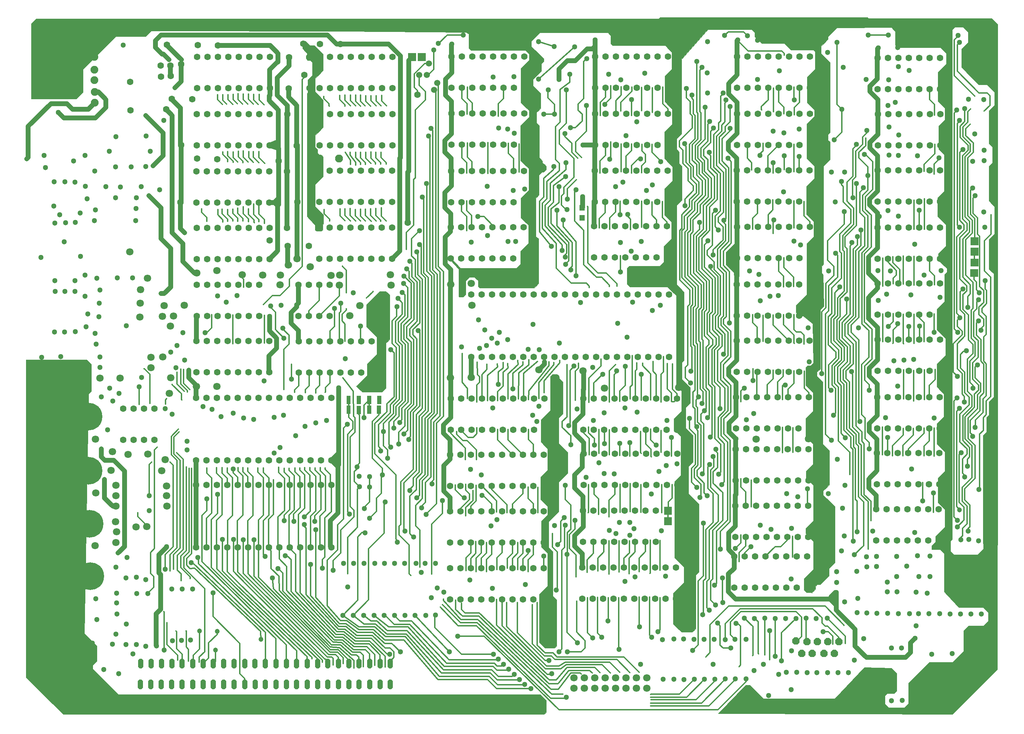
<source format=gbr>
%FSLAX34Y34*%
%MOMM*%
%LNCOPPER_TOP*%
G71*
G01*
%ADD10C, 1.60*%
%ADD11C, 1.20*%
%ADD12C, 1.50*%
%ADD13C, 1.30*%
%ADD14C, 1.60*%
%ADD15C, 1.95*%
%ADD16C, 1.80*%
%ADD17C, 6.75*%
%ADD18C, 1.80*%
%ADD19C, 0.30*%
%ADD20C, 1.20*%
%ADD21C, 0.00*%
%ADD22C, 1.90*%
%LPD*%
X1568381Y322976D02*
G54D10*
D03*
X1542981Y322976D02*
G54D10*
D03*
X1517581Y322976D02*
G54D10*
D03*
X1492181Y322976D02*
G54D10*
D03*
X1568381Y170576D02*
G54D10*
D03*
X1542981Y170576D02*
G54D10*
D03*
X1517581Y170576D02*
G54D10*
D03*
X1492181Y170576D02*
G54D10*
D03*
X1466781Y322976D02*
G54D10*
D03*
X1466781Y170576D02*
G54D10*
D03*
X1441381Y322976D02*
G54D10*
D03*
X1415981Y322976D02*
G54D10*
D03*
X1441381Y170576D02*
G54D10*
D03*
X1415981Y170576D02*
G54D10*
D03*
X1390581Y322976D02*
G54D10*
D03*
X1390581Y170576D02*
G54D10*
D03*
X1365181Y322976D02*
G54D10*
D03*
X1365181Y170576D02*
G54D10*
D03*
X1339781Y322976D02*
G54D10*
D03*
X1339781Y170576D02*
G54D10*
D03*
X1314381Y170576D02*
G54D10*
D03*
X1288981Y170576D02*
G54D10*
D03*
X1314381Y322976D02*
G54D10*
D03*
X1288981Y322976D02*
G54D10*
D03*
X1263581Y322976D02*
G54D10*
D03*
X1238181Y322976D02*
G54D10*
D03*
X1263581Y170576D02*
G54D10*
D03*
X1238181Y170576D02*
G54D10*
D03*
X1212781Y170576D02*
G54D10*
D03*
X1187381Y170576D02*
G54D10*
D03*
X1161981Y170576D02*
G54D10*
D03*
X1136581Y170576D02*
G54D10*
D03*
X1111181Y170576D02*
G54D10*
D03*
X1085781Y170576D02*
G54D10*
D03*
X1212781Y322976D02*
G54D10*
D03*
X1187381Y322976D02*
G54D10*
D03*
X1161981Y322976D02*
G54D10*
D03*
X1136581Y322976D02*
G54D10*
D03*
X1111181Y322976D02*
G54D10*
D03*
X1085781Y322976D02*
G54D10*
D03*
X414258Y-81687D02*
G54D10*
D03*
X439659Y-81687D02*
G54D10*
D03*
X465059Y-81687D02*
G54D10*
D03*
X490459Y-81687D02*
G54D10*
D03*
X414258Y70713D02*
G54D10*
D03*
X439658Y70713D02*
G54D10*
D03*
X465058Y70713D02*
G54D10*
D03*
X490459Y70713D02*
G54D10*
D03*
X515858Y-81687D02*
G54D10*
D03*
X515859Y70713D02*
G54D10*
D03*
X541258Y-81687D02*
G54D10*
D03*
X566658Y-81687D02*
G54D10*
D03*
X541258Y70713D02*
G54D10*
D03*
X566658Y70713D02*
G54D10*
D03*
X592058Y-81687D02*
G54D10*
D03*
X592059Y70713D02*
G54D10*
D03*
X617458Y-81687D02*
G54D10*
D03*
X617458Y70713D02*
G54D10*
D03*
X642859Y-81687D02*
G54D10*
D03*
X642859Y70713D02*
G54D10*
D03*
X668258Y70713D02*
G54D10*
D03*
X693658Y70713D02*
G54D10*
D03*
X668258Y-81687D02*
G54D10*
D03*
X693658Y-81687D02*
G54D10*
D03*
X719059Y-81687D02*
G54D10*
D03*
X744458Y-81687D02*
G54D10*
D03*
X719058Y70713D02*
G54D10*
D03*
X744458Y70713D02*
G54D10*
D03*
X573091Y-518321D02*
G54D11*
D03*
X423069Y-498475D02*
G54D11*
D03*
X465931Y-499269D02*
G54D11*
D03*
X461962Y-544512D02*
G54D11*
D03*
X2277269Y-202406D02*
G54D11*
D03*
X416639Y827156D02*
G54D10*
D03*
X442039Y827156D02*
G54D10*
D03*
X467439Y827156D02*
G54D10*
D03*
X492839Y827156D02*
G54D10*
D03*
X416639Y903356D02*
G54D10*
D03*
X442039Y903356D02*
G54D10*
D03*
X467439Y903356D02*
G54D10*
D03*
X492839Y903356D02*
G54D10*
D03*
X518239Y827156D02*
G54D10*
D03*
X518239Y903356D02*
G54D10*
D03*
X543639Y827156D02*
G54D10*
D03*
X569039Y827156D02*
G54D10*
D03*
X543639Y903356D02*
G54D10*
D03*
X569039Y903356D02*
G54D10*
D03*
X594439Y827156D02*
G54D10*
D03*
X594439Y903356D02*
G54D10*
D03*
X415845Y687456D02*
G54D10*
D03*
X441245Y687456D02*
G54D10*
D03*
X466645Y687456D02*
G54D10*
D03*
X492045Y687456D02*
G54D10*
D03*
X415845Y763656D02*
G54D10*
D03*
X441245Y763656D02*
G54D10*
D03*
X466645Y763656D02*
G54D10*
D03*
X492045Y763656D02*
G54D10*
D03*
X517445Y687456D02*
G54D10*
D03*
X517445Y763656D02*
G54D10*
D03*
X542845Y687456D02*
G54D10*
D03*
X568245Y687456D02*
G54D10*
D03*
X542845Y763656D02*
G54D10*
D03*
X568245Y763656D02*
G54D10*
D03*
X593645Y687456D02*
G54D10*
D03*
X593645Y763656D02*
G54D10*
D03*
X415052Y547756D02*
G54D10*
D03*
X440452Y547756D02*
G54D10*
D03*
X465852Y547756D02*
G54D10*
D03*
X491252Y547756D02*
G54D10*
D03*
X415052Y623956D02*
G54D10*
D03*
X440452Y623956D02*
G54D10*
D03*
X465852Y623956D02*
G54D10*
D03*
X491252Y623956D02*
G54D10*
D03*
X516652Y547756D02*
G54D10*
D03*
X516652Y623956D02*
G54D10*
D03*
X542052Y547756D02*
G54D10*
D03*
X567452Y547756D02*
G54D10*
D03*
X542052Y623956D02*
G54D10*
D03*
X567452Y623956D02*
G54D10*
D03*
X592852Y547756D02*
G54D10*
D03*
X592852Y623956D02*
G54D10*
D03*
X415845Y409643D02*
G54D10*
D03*
X441245Y409643D02*
G54D10*
D03*
X466645Y409643D02*
G54D10*
D03*
X492045Y409643D02*
G54D10*
D03*
X415845Y485843D02*
G54D10*
D03*
X441245Y485843D02*
G54D10*
D03*
X466645Y485843D02*
G54D10*
D03*
X492045Y485843D02*
G54D10*
D03*
X517445Y409643D02*
G54D10*
D03*
X517445Y485843D02*
G54D10*
D03*
X542845Y409643D02*
G54D10*
D03*
X568245Y409643D02*
G54D10*
D03*
X542845Y485843D02*
G54D10*
D03*
X568245Y485843D02*
G54D10*
D03*
X593645Y409643D02*
G54D10*
D03*
X593645Y485843D02*
G54D10*
D03*
X715089Y410437D02*
G54D10*
D03*
X740489Y410437D02*
G54D10*
D03*
X765889Y410437D02*
G54D10*
D03*
X791289Y410437D02*
G54D10*
D03*
X715089Y486637D02*
G54D10*
D03*
X740489Y486637D02*
G54D10*
D03*
X765889Y486637D02*
G54D10*
D03*
X791289Y486637D02*
G54D10*
D03*
X816689Y410437D02*
G54D10*
D03*
X816689Y486637D02*
G54D10*
D03*
X842089Y410437D02*
G54D10*
D03*
X867489Y410437D02*
G54D10*
D03*
X842089Y486637D02*
G54D10*
D03*
X867489Y486637D02*
G54D10*
D03*
X892889Y410437D02*
G54D10*
D03*
X892889Y486637D02*
G54D10*
D03*
X715089Y549343D02*
G54D10*
D03*
X740489Y549343D02*
G54D10*
D03*
X765889Y549343D02*
G54D10*
D03*
X791289Y549343D02*
G54D10*
D03*
X715089Y625543D02*
G54D10*
D03*
X740489Y625543D02*
G54D10*
D03*
X765889Y625543D02*
G54D10*
D03*
X791289Y625543D02*
G54D10*
D03*
X816689Y549343D02*
G54D10*
D03*
X816689Y625543D02*
G54D10*
D03*
X842089Y549343D02*
G54D10*
D03*
X867489Y549343D02*
G54D10*
D03*
X842089Y625543D02*
G54D10*
D03*
X867489Y625543D02*
G54D10*
D03*
X892889Y549343D02*
G54D10*
D03*
X892889Y625543D02*
G54D10*
D03*
X715883Y687456D02*
G54D10*
D03*
X741283Y687456D02*
G54D10*
D03*
X766683Y687456D02*
G54D10*
D03*
X792083Y687456D02*
G54D10*
D03*
X715883Y763656D02*
G54D10*
D03*
X741283Y763656D02*
G54D10*
D03*
X766683Y763656D02*
G54D10*
D03*
X792083Y763656D02*
G54D10*
D03*
X817483Y687456D02*
G54D10*
D03*
X817483Y763656D02*
G54D10*
D03*
X842883Y687456D02*
G54D10*
D03*
X868283Y687456D02*
G54D10*
D03*
X842883Y763656D02*
G54D10*
D03*
X868283Y763656D02*
G54D10*
D03*
X893683Y687456D02*
G54D10*
D03*
X893683Y763656D02*
G54D10*
D03*
X715883Y827156D02*
G54D10*
D03*
X741283Y827156D02*
G54D10*
D03*
X766683Y827156D02*
G54D10*
D03*
X792083Y827156D02*
G54D10*
D03*
X715883Y903356D02*
G54D10*
D03*
X741283Y903356D02*
G54D10*
D03*
X766683Y903356D02*
G54D10*
D03*
X792083Y903356D02*
G54D10*
D03*
X817483Y827156D02*
G54D10*
D03*
X817483Y903356D02*
G54D10*
D03*
X842883Y827156D02*
G54D10*
D03*
X868283Y827156D02*
G54D10*
D03*
X842883Y903356D02*
G54D10*
D03*
X868283Y903356D02*
G54D10*
D03*
X893683Y827156D02*
G54D10*
D03*
X893683Y903356D02*
G54D10*
D03*
X665083Y132624D02*
G54D10*
D03*
X690483Y132624D02*
G54D10*
D03*
X715883Y132624D02*
G54D10*
D03*
X741283Y132624D02*
G54D10*
D03*
X665083Y208824D02*
G54D10*
D03*
X690483Y208824D02*
G54D10*
D03*
X715883Y208824D02*
G54D10*
D03*
X741283Y208824D02*
G54D10*
D03*
X766683Y132624D02*
G54D10*
D03*
X766683Y208824D02*
G54D10*
D03*
X792083Y132624D02*
G54D10*
D03*
X817483Y132624D02*
G54D10*
D03*
X792083Y208824D02*
G54D10*
D03*
X817483Y208824D02*
G54D10*
D03*
X842883Y132624D02*
G54D10*
D03*
X842883Y208824D02*
G54D10*
D03*
X415052Y133418D02*
G54D10*
D03*
X440452Y133418D02*
G54D10*
D03*
X465852Y133418D02*
G54D10*
D03*
X491252Y133418D02*
G54D10*
D03*
X415052Y209618D02*
G54D10*
D03*
X440452Y209618D02*
G54D10*
D03*
X465852Y209618D02*
G54D10*
D03*
X491252Y209618D02*
G54D10*
D03*
X516652Y133418D02*
G54D10*
D03*
X516652Y209618D02*
G54D10*
D03*
X542052Y133418D02*
G54D10*
D03*
X567452Y133418D02*
G54D10*
D03*
X542052Y209618D02*
G54D10*
D03*
X567452Y209618D02*
G54D10*
D03*
X592852Y133418D02*
G54D10*
D03*
X592852Y209618D02*
G54D10*
D03*
X415845Y270738D02*
G54D10*
D03*
X441245Y270738D02*
G54D10*
D03*
X466645Y270738D02*
G54D10*
D03*
X492045Y270738D02*
G54D10*
D03*
X415845Y346938D02*
G54D10*
D03*
X441245Y346938D02*
G54D10*
D03*
X466645Y346938D02*
G54D10*
D03*
X492045Y346938D02*
G54D10*
D03*
X517445Y270738D02*
G54D10*
D03*
X517445Y346938D02*
G54D10*
D03*
X542845Y270738D02*
G54D10*
D03*
X568245Y270738D02*
G54D10*
D03*
X542845Y346938D02*
G54D10*
D03*
X568245Y346938D02*
G54D10*
D03*
X664290Y270738D02*
G54D10*
D03*
X689690Y270738D02*
G54D10*
D03*
X715090Y270738D02*
G54D10*
D03*
X740490Y270738D02*
G54D10*
D03*
X664290Y346938D02*
G54D10*
D03*
X689690Y346938D02*
G54D10*
D03*
X715090Y346938D02*
G54D10*
D03*
X740490Y346938D02*
G54D10*
D03*
X1034177Y-420620D02*
G54D10*
D03*
X1059577Y-420620D02*
G54D10*
D03*
X1084977Y-420620D02*
G54D10*
D03*
X1110377Y-420620D02*
G54D10*
D03*
X1034177Y-344419D02*
G54D10*
D03*
X1059577Y-344420D02*
G54D10*
D03*
X1084977Y-344420D02*
G54D10*
D03*
X1110377Y-344420D02*
G54D10*
D03*
X1135777Y-420620D02*
G54D10*
D03*
X1135777Y-344420D02*
G54D10*
D03*
X1161177Y-420620D02*
G54D10*
D03*
X1186577Y-420620D02*
G54D10*
D03*
X1161177Y-344420D02*
G54D10*
D03*
X1186577Y-344420D02*
G54D10*
D03*
X1211977Y-420620D02*
G54D10*
D03*
X1211977Y-344420D02*
G54D10*
D03*
X1237377Y-420620D02*
G54D10*
D03*
X1237377Y-344420D02*
G54D10*
D03*
X1262777Y-420620D02*
G54D10*
D03*
X1262777Y-344419D02*
G54D10*
D03*
X1034177Y-282507D02*
G54D10*
D03*
X1059577Y-282507D02*
G54D10*
D03*
X1084977Y-282507D02*
G54D10*
D03*
X1110377Y-282507D02*
G54D10*
D03*
X1034177Y-206307D02*
G54D10*
D03*
X1059577Y-206307D02*
G54D10*
D03*
X1084977Y-206307D02*
G54D10*
D03*
X1110377Y-206307D02*
G54D10*
D03*
X1135777Y-282507D02*
G54D10*
D03*
X1135777Y-206307D02*
G54D10*
D03*
X1161177Y-282507D02*
G54D10*
D03*
X1186577Y-282507D02*
G54D10*
D03*
X1161177Y-206307D02*
G54D10*
D03*
X1186577Y-206307D02*
G54D10*
D03*
X1211977Y-282507D02*
G54D10*
D03*
X1211977Y-206307D02*
G54D10*
D03*
X1237377Y-282507D02*
G54D10*
D03*
X1237377Y-206307D02*
G54D10*
D03*
X1262777Y-282507D02*
G54D10*
D03*
X1262777Y-206307D02*
G54D10*
D03*
X1034177Y-144394D02*
G54D10*
D03*
X1059577Y-144394D02*
G54D10*
D03*
X1084977Y-144394D02*
G54D10*
D03*
X1110377Y-144394D02*
G54D10*
D03*
X1034177Y-68194D02*
G54D10*
D03*
X1059577Y-68195D02*
G54D10*
D03*
X1084977Y-68195D02*
G54D10*
D03*
X1110377Y-68195D02*
G54D10*
D03*
X1135777Y-144395D02*
G54D10*
D03*
X1135777Y-68194D02*
G54D10*
D03*
X1161177Y-144394D02*
G54D10*
D03*
X1186577Y-144394D02*
G54D10*
D03*
X1161177Y-68194D02*
G54D10*
D03*
X1186577Y-68195D02*
G54D10*
D03*
X1211977Y-144394D02*
G54D10*
D03*
X1211977Y-68195D02*
G54D10*
D03*
X1237377Y-144394D02*
G54D10*
D03*
X1237377Y-68195D02*
G54D10*
D03*
X1262777Y-144394D02*
G54D10*
D03*
X1262777Y-68194D02*
G54D10*
D03*
X982660Y887410D02*
G54D12*
D03*
X958850Y858838D02*
G54D12*
D03*
X977900Y858838D02*
G54D12*
D03*
X1002506Y839788D02*
G54D12*
D03*
X995362Y822325D02*
G54D12*
D03*
X1139031Y854075D02*
G54D13*
D03*
X1189831Y854869D02*
G54D13*
D03*
X1005681Y935831D02*
G54D13*
D03*
X994569Y919956D02*
G54D13*
D03*
G36*
X931638Y912244D02*
X951138Y912244D01*
X951138Y892744D01*
X931638Y892744D01*
X931638Y912244D01*
G37*
G36*
X955450Y912244D02*
X974950Y912244D01*
X974950Y892744D01*
X955450Y892744D01*
X955450Y912244D01*
G37*
X933450Y764381D02*
G54D13*
D03*
X987425Y728662D02*
G54D13*
D03*
X981869Y710406D02*
G54D13*
D03*
X660400Y686594D02*
G54D14*
D03*
X636588Y623888D02*
G54D14*
D03*
X615950Y649288D02*
G54D14*
D03*
X715962Y654844D02*
G54D15*
D03*
X763588Y654844D02*
G54D15*
D03*
X637381Y763588D02*
G54D14*
D03*
X640556Y826294D02*
G54D14*
D03*
X691356Y827088D02*
G54D14*
D03*
X766762Y934244D02*
G54D14*
D03*
X716756Y934244D02*
G54D14*
D03*
X676275Y935038D02*
G54D14*
D03*
X690562Y902494D02*
G54D14*
D03*
X641350Y902494D02*
G54D14*
D03*
X954881Y811212D02*
G54D14*
D03*
X661988Y549275D02*
G54D14*
D03*
X636588Y485775D02*
G54D14*
D03*
X593725Y455612D02*
G54D14*
D03*
X638175Y442119D02*
G54D14*
D03*
X689769Y442119D02*
G54D14*
D03*
X931069Y498475D02*
G54D14*
D03*
X376238Y548481D02*
G54D14*
D03*
X416719Y654844D02*
G54D14*
D03*
X377825Y688181D02*
G54D14*
D03*
X404812Y800100D02*
G54D14*
D03*
X341312Y775494D02*
G54D14*
D03*
X355600Y800894D02*
G54D14*
D03*
X253206Y842169D02*
G54D14*
D03*
X254794Y773112D02*
G54D14*
D03*
X343694Y932656D02*
G54D14*
D03*
X467519Y931069D02*
G54D14*
D03*
X418306Y931862D02*
G54D14*
D03*
X465931Y653256D02*
G54D14*
D03*
X976312Y593725D02*
G54D13*
D03*
X966788Y561181D02*
G54D13*
D03*
X678656Y858838D02*
G54D14*
D03*
X911225Y654844D02*
G54D13*
D03*
X933450Y624681D02*
G54D13*
D03*
X466725Y319881D02*
G54D13*
D03*
X488156Y304800D02*
G54D13*
D03*
X514350Y320675D02*
G54D13*
D03*
X382588Y230188D02*
G54D13*
D03*
X436562Y230188D02*
G54D13*
D03*
X626269Y241300D02*
G54D13*
D03*
X628650Y216694D02*
G54D13*
D03*
X778669Y166688D02*
G54D13*
D03*
X889794Y188912D02*
G54D13*
D03*
X815975Y246062D02*
G54D13*
D03*
X956469Y234950D02*
G54D13*
D03*
X797719Y327819D02*
G54D13*
D03*
X767556Y301625D02*
G54D13*
D03*
X752475Y288925D02*
G54D13*
D03*
X596106Y295275D02*
G54D13*
D03*
X368300Y198438D02*
G54D13*
D03*
X352425Y182562D02*
G54D13*
D03*
X386556Y163512D02*
G54D13*
D03*
X365125Y144462D02*
G54D13*
D03*
X275431Y97631D02*
G54D13*
D03*
X281781Y120650D02*
G54D13*
D03*
X356394Y30956D02*
G54D13*
D03*
X431800Y50006D02*
G54D13*
D03*
X453231Y42862D02*
G54D13*
D03*
X475456Y25400D02*
G54D13*
D03*
X504825Y33338D02*
G54D13*
D03*
X530225Y21431D02*
G54D13*
D03*
X554831Y18256D02*
G54D13*
D03*
X392112Y-34925D02*
G54D13*
D03*
X392112Y-56356D02*
G54D13*
D03*
X604838Y23812D02*
G54D13*
D03*
X627856Y28575D02*
G54D13*
D03*
X783431Y6350D02*
G54D13*
D03*
X732631Y15875D02*
G54D13*
D03*
X706438Y10319D02*
G54D13*
D03*
X680244Y1588D02*
G54D13*
D03*
X657225Y-21431D02*
G54D13*
D03*
X619125Y-50006D02*
G54D13*
D03*
X604838Y-63500D02*
G54D13*
D03*
X504825Y-102394D02*
G54D13*
D03*
X911225Y11112D02*
G54D13*
D03*
X896938Y-3175D02*
G54D13*
D03*
X871538Y-11112D02*
G54D13*
D03*
X921544Y-17462D02*
G54D13*
D03*
X933450Y-30956D02*
G54D13*
D03*
X908844Y-42069D02*
G54D13*
D03*
X889794Y-49212D02*
G54D13*
D03*
X865188Y-58738D02*
G54D13*
D03*
X881856Y-76200D02*
G54D13*
D03*
X807244Y-97631D02*
G54D13*
D03*
X869156Y-117475D02*
G54D13*
D03*
X478631Y-274638D02*
G54D13*
D03*
X505619Y-274638D02*
G54D13*
D03*
X529431Y-275431D02*
G54D13*
D03*
X555625Y-275431D02*
G54D13*
D03*
X629444Y-228600D02*
G54D13*
D03*
X653256Y-230188D02*
G54D13*
D03*
X678656Y-219869D02*
G54D13*
D03*
X678656Y-238125D02*
G54D13*
D03*
X704056Y-230188D02*
G54D13*
D03*
X706438Y-250825D02*
G54D13*
D03*
X788988Y-212725D02*
G54D13*
D03*
X824706Y-199231D02*
G54D13*
D03*
X838200Y-223044D02*
G54D13*
D03*
X827088Y-258762D02*
G54D13*
D03*
X455612Y-404812D02*
G54D13*
D03*
X338931Y-347662D02*
G54D13*
D03*
X402431Y-330994D02*
G54D13*
D03*
X418306Y-318294D02*
G54D13*
D03*
X582612Y-315912D02*
G54D13*
D03*
X600869Y-368300D02*
G54D13*
D03*
X614362Y-345281D02*
G54D13*
D03*
X631825Y-314325D02*
G54D13*
D03*
X693738Y-335756D02*
G54D13*
D03*
X722312Y-344488D02*
G54D13*
D03*
X748506Y-350044D02*
G54D13*
D03*
X784225Y-390525D02*
G54D13*
D03*
X905669Y-280988D02*
G54D13*
D03*
X945356Y-268288D02*
G54D13*
D03*
X923925Y-254000D02*
G54D13*
D03*
X975519Y-213519D02*
G54D13*
D03*
X964406Y-197644D02*
G54D13*
D03*
X963612Y-354806D02*
G54D13*
D03*
X1015206Y-179388D02*
G54D13*
D03*
X989806Y-138906D02*
G54D13*
D03*
X935831Y-154781D02*
G54D13*
D03*
X953294Y-173038D02*
G54D13*
D03*
X875506Y-183356D02*
G54D13*
D03*
X886619Y-554831D02*
G54D13*
D03*
X912812Y-549275D02*
G54D13*
D03*
X1032669Y-549275D02*
G54D13*
D03*
X1052512Y-511175D02*
G54D13*
D03*
X1019175Y-403225D02*
G54D13*
D03*
X1003300Y-392906D02*
G54D13*
D03*
X988219Y-416719D02*
G54D13*
D03*
X1082675Y-373856D02*
G54D13*
D03*
X1137444Y-393700D02*
G54D13*
D03*
X1217612Y-384969D02*
G54D13*
D03*
X1293019Y-398462D02*
G54D13*
D03*
X1319212Y-311150D02*
G54D13*
D03*
X1296988Y-287338D02*
G54D13*
D03*
X1262856Y-315119D02*
G54D13*
D03*
X1224756Y-301625D02*
G54D13*
D03*
X1289050Y-240506D02*
G54D13*
D03*
X1315244Y-239712D02*
G54D13*
D03*
X1312862Y-221456D02*
G54D13*
D03*
X1339056Y-227806D02*
G54D13*
D03*
X1423194Y-252412D02*
G54D13*
D03*
X1439069Y-260350D02*
G54D13*
D03*
X1447800Y-233362D02*
G54D13*
D03*
X1473200Y-233362D02*
G54D13*
D03*
X1482725Y-248444D02*
G54D13*
D03*
X1472406Y-264319D02*
G54D13*
D03*
X1550194Y-253206D02*
G54D13*
D03*
X1525588Y-163512D02*
G54D13*
D03*
X1366044Y-123031D02*
G54D13*
D03*
X1410494Y-113506D02*
G54D13*
D03*
X1434306Y-114300D02*
G54D13*
D03*
X1397794Y-87312D02*
G54D13*
D03*
X1543844Y-108744D02*
G54D13*
D03*
X1561306Y-94456D02*
G54D13*
D03*
X1588294Y-89694D02*
G54D13*
D03*
X1235869Y28575D02*
G54D13*
D03*
X1250950Y50800D02*
G54D13*
D03*
X1138238Y46038D02*
G54D13*
D03*
X1246188Y13494D02*
G54D13*
D03*
X1343819Y43656D02*
G54D13*
D03*
X577056Y370681D02*
G54D16*
D03*
X527050Y371475D02*
G54D16*
D03*
X619919Y370681D02*
G54D16*
D03*
X619125Y346869D02*
G54D16*
D03*
X764381Y346075D02*
G54D16*
D03*
X765175Y370681D02*
G54D16*
D03*
X743744Y369888D02*
G54D16*
D03*
X639762Y395288D02*
G54D16*
D03*
X661194Y410369D02*
G54D16*
D03*
X465138Y381794D02*
G54D16*
D03*
X692944Y391319D02*
G54D16*
D03*
X415925Y375444D02*
G54D16*
D03*
X385762Y296862D02*
G54D16*
D03*
X336550Y296069D02*
G54D16*
D03*
X277019Y268288D02*
G54D16*
D03*
X332581Y269875D02*
G54D16*
D03*
X359569Y270669D02*
G54D16*
D03*
X351631Y246062D02*
G54D16*
D03*
X277812Y302419D02*
G54D16*
D03*
X278606Y334962D02*
G54D16*
D03*
X296069Y362744D02*
G54D16*
D03*
X890588Y346075D02*
G54D16*
D03*
X889000Y371475D02*
G54D16*
D03*
X814388Y296069D02*
G54D16*
D03*
X789781Y271462D02*
G54D16*
D03*
X839788Y270669D02*
G54D16*
D03*
X1087438Y296862D02*
G54D16*
D03*
X1085850Y350044D02*
G54D16*
D03*
X1137444Y349250D02*
G54D16*
D03*
X1035844Y347662D02*
G54D16*
D03*
X1216819Y348456D02*
G54D16*
D03*
X1035050Y119856D02*
G54D16*
D03*
X1085850Y120650D02*
G54D16*
D03*
X1250950Y139700D02*
G54D16*
D03*
X1292225Y119856D02*
G54D16*
D03*
X1358900Y137319D02*
G54D16*
D03*
X1411288Y94456D02*
G54D16*
D03*
X1592262Y96044D02*
G54D16*
D03*
X1908969Y-29369D02*
G54D16*
D03*
X1781175Y-30162D02*
G54D16*
D03*
X415131Y98425D02*
G54D16*
D03*
X465138Y98425D02*
G54D16*
D03*
X349250Y81756D02*
G54D16*
D03*
X352425Y119856D02*
G54D16*
D03*
X304006Y144462D02*
G54D16*
D03*
X304006Y169862D02*
G54D16*
D03*
X333375Y170656D02*
G54D16*
D03*
X229394Y119062D02*
G54D16*
D03*
X168275Y-289719D02*
G54D16*
D03*
X219075Y-281781D02*
G54D16*
D03*
X220662Y-255588D02*
G54D16*
D03*
X218281Y-230981D02*
G54D16*
D03*
X268288Y-243681D02*
G54D16*
D03*
X294481Y-242888D02*
G54D16*
D03*
X343694Y-193675D02*
G54D16*
D03*
X342106Y-168275D02*
G54D16*
D03*
X219075Y-193675D02*
G54D16*
D03*
X219075Y-167481D02*
G54D16*
D03*
X169862Y-161131D02*
G54D16*
D03*
X219075Y-142081D02*
G54D16*
D03*
X207169Y-106362D02*
G54D16*
D03*
X210344Y-60325D02*
G54D16*
D03*
X169069Y-30162D02*
G54D16*
D03*
X248444Y-67469D02*
G54D16*
D03*
X296862Y-65881D02*
G54D16*
D03*
X338931Y-80169D02*
G54D16*
D03*
X330994Y-107156D02*
G54D16*
D03*
X342106Y-144462D02*
G54D16*
D03*
X659606Y297656D02*
G54D13*
D03*
X1187450Y92869D02*
G54D13*
D03*
X1151731Y103981D02*
G54D13*
D03*
X646906Y116681D02*
G54D13*
D03*
X580231Y112712D02*
G54D13*
D03*
X180181Y119062D02*
G54D16*
D03*
X1069181Y-173038D02*
G54D13*
D03*
X1112044Y-166688D02*
G54D13*
D03*
X1148556Y-226219D02*
G54D13*
D03*
X1134269Y-241300D02*
G54D13*
D03*
X1315244Y-142081D02*
G54D13*
D03*
X1328738Y-43656D02*
G54D13*
D03*
X1386681Y-44450D02*
G54D13*
D03*
X1084262Y-103188D02*
G54D13*
D03*
X1110456Y-116681D02*
G54D13*
D03*
X1037352Y827949D02*
G54D10*
D03*
X1062752Y827949D02*
G54D10*
D03*
X1088152Y827949D02*
G54D10*
D03*
X1113552Y827949D02*
G54D10*
D03*
X1037352Y904149D02*
G54D10*
D03*
X1062752Y904149D02*
G54D10*
D03*
X1088152Y904149D02*
G54D10*
D03*
X1113552Y904149D02*
G54D10*
D03*
X1138952Y827949D02*
G54D10*
D03*
X1138952Y904149D02*
G54D10*
D03*
X1164352Y827949D02*
G54D10*
D03*
X1189752Y827949D02*
G54D10*
D03*
X1164352Y904149D02*
G54D10*
D03*
X1189752Y904149D02*
G54D10*
D03*
X1215152Y827949D02*
G54D10*
D03*
X1215152Y904149D02*
G54D10*
D03*
X1037352Y689043D02*
G54D10*
D03*
X1062752Y689043D02*
G54D10*
D03*
X1088152Y689043D02*
G54D10*
D03*
X1113552Y689043D02*
G54D10*
D03*
X1037352Y765243D02*
G54D10*
D03*
X1062752Y765243D02*
G54D10*
D03*
X1088152Y765243D02*
G54D10*
D03*
X1113552Y765243D02*
G54D10*
D03*
X1138952Y689043D02*
G54D10*
D03*
X1138952Y765243D02*
G54D10*
D03*
X1164352Y689043D02*
G54D10*
D03*
X1189752Y689043D02*
G54D10*
D03*
X1164352Y765243D02*
G54D10*
D03*
X1189752Y765243D02*
G54D10*
D03*
X1215152Y689043D02*
G54D10*
D03*
X1215152Y765243D02*
G54D10*
D03*
X1036558Y548549D02*
G54D10*
D03*
X1061958Y548549D02*
G54D10*
D03*
X1087358Y548549D02*
G54D10*
D03*
X1112758Y548549D02*
G54D10*
D03*
X1036558Y624749D02*
G54D10*
D03*
X1061958Y624749D02*
G54D10*
D03*
X1087358Y624749D02*
G54D10*
D03*
X1112758Y624749D02*
G54D10*
D03*
X1138158Y548549D02*
G54D10*
D03*
X1138158Y624750D02*
G54D10*
D03*
X1163558Y548549D02*
G54D10*
D03*
X1188958Y548549D02*
G54D10*
D03*
X1163558Y624749D02*
G54D10*
D03*
X1188958Y624749D02*
G54D10*
D03*
X1214358Y548549D02*
G54D10*
D03*
X1214358Y624749D02*
G54D10*
D03*
X1035764Y411231D02*
G54D10*
D03*
X1061164Y411231D02*
G54D10*
D03*
X1086564Y411231D02*
G54D10*
D03*
X1111964Y411231D02*
G54D10*
D03*
X1035764Y487431D02*
G54D10*
D03*
X1061164Y487431D02*
G54D10*
D03*
X1086564Y487431D02*
G54D10*
D03*
X1111964Y487431D02*
G54D10*
D03*
X1137364Y411231D02*
G54D10*
D03*
X1137364Y487431D02*
G54D10*
D03*
X1162764Y411231D02*
G54D10*
D03*
X1188164Y411231D02*
G54D10*
D03*
X1162764Y487431D02*
G54D10*
D03*
X1188164Y487431D02*
G54D10*
D03*
X1213564Y411231D02*
G54D10*
D03*
X1213564Y487431D02*
G54D10*
D03*
X1727914Y-392044D02*
G54D10*
D03*
X1753314Y-392044D02*
G54D10*
D03*
X1778714Y-392044D02*
G54D10*
D03*
X1804114Y-392044D02*
G54D10*
D03*
X1727914Y-315844D02*
G54D10*
D03*
X1753314Y-315844D02*
G54D10*
D03*
X1778714Y-315844D02*
G54D10*
D03*
X1804114Y-315844D02*
G54D10*
D03*
X1829514Y-392044D02*
G54D10*
D03*
X1829514Y-315844D02*
G54D10*
D03*
X1854914Y-392044D02*
G54D10*
D03*
X1880314Y-392044D02*
G54D10*
D03*
X1854914Y-315844D02*
G54D10*
D03*
X1880314Y-315844D02*
G54D10*
D03*
X1905714Y-392044D02*
G54D10*
D03*
X1905714Y-315844D02*
G54D10*
D03*
X1730296Y-268219D02*
G54D10*
D03*
X1755695Y-268219D02*
G54D10*
D03*
X1781095Y-268219D02*
G54D10*
D03*
X1806495Y-268219D02*
G54D10*
D03*
X1730296Y-192019D02*
G54D10*
D03*
X1755695Y-192019D02*
G54D10*
D03*
X1781095Y-192019D02*
G54D10*
D03*
X1806495Y-192019D02*
G54D10*
D03*
X1831895Y-268219D02*
G54D10*
D03*
X1831895Y-192019D02*
G54D10*
D03*
X1857295Y-268219D02*
G54D10*
D03*
X1882695Y-268219D02*
G54D10*
D03*
X1857295Y-192019D02*
G54D10*
D03*
X1882695Y-192019D02*
G54D10*
D03*
X1908095Y-268219D02*
G54D10*
D03*
X1908095Y-192019D02*
G54D10*
D03*
X1731089Y-130900D02*
G54D10*
D03*
X1756489Y-130900D02*
G54D10*
D03*
X1781889Y-130900D02*
G54D10*
D03*
X1807289Y-130900D02*
G54D10*
D03*
X1731089Y-54701D02*
G54D10*
D03*
X1756489Y-54701D02*
G54D10*
D03*
X1781889Y-54701D02*
G54D10*
D03*
X1807289Y-54701D02*
G54D10*
D03*
X1832689Y-130900D02*
G54D10*
D03*
X1832689Y-54700D02*
G54D10*
D03*
X1858089Y-130900D02*
G54D10*
D03*
X1883489Y-130900D02*
G54D10*
D03*
X1858089Y-54701D02*
G54D10*
D03*
X1883489Y-54701D02*
G54D10*
D03*
X1908889Y-130900D02*
G54D10*
D03*
X1908889Y-54701D02*
G54D10*
D03*
X1731883Y-3900D02*
G54D10*
D03*
X1757282Y-3900D02*
G54D10*
D03*
X1782683Y-3900D02*
G54D10*
D03*
X1808083Y-3900D02*
G54D10*
D03*
X1731883Y72299D02*
G54D10*
D03*
X1757282Y72299D02*
G54D10*
D03*
X1782682Y72299D02*
G54D10*
D03*
X1808082Y72299D02*
G54D10*
D03*
X1833483Y-3900D02*
G54D10*
D03*
X1833483Y72300D02*
G54D10*
D03*
X1858883Y-3900D02*
G54D10*
D03*
X1884283Y-3900D02*
G54D10*
D03*
X1858883Y72299D02*
G54D10*
D03*
X1884283Y72299D02*
G54D10*
D03*
X1909683Y-3900D02*
G54D10*
D03*
X1909682Y72299D02*
G54D10*
D03*
X1733470Y134212D02*
G54D10*
D03*
X1758870Y134212D02*
G54D10*
D03*
X1784270Y134212D02*
G54D10*
D03*
X1809670Y134212D02*
G54D10*
D03*
X1733470Y210412D02*
G54D10*
D03*
X1758870Y210412D02*
G54D10*
D03*
X1784270Y210412D02*
G54D10*
D03*
X1809670Y210412D02*
G54D10*
D03*
X1835070Y134212D02*
G54D10*
D03*
X1835070Y210412D02*
G54D10*
D03*
X1860470Y134212D02*
G54D10*
D03*
X1885870Y134212D02*
G54D10*
D03*
X1860470Y210412D02*
G54D10*
D03*
X1885870Y210412D02*
G54D10*
D03*
X1911270Y134212D02*
G54D10*
D03*
X1911270Y210412D02*
G54D10*
D03*
X1734264Y412024D02*
G54D10*
D03*
X1759664Y412024D02*
G54D10*
D03*
X1785064Y412024D02*
G54D10*
D03*
X1810464Y412024D02*
G54D10*
D03*
X1734264Y488224D02*
G54D10*
D03*
X1759664Y488224D02*
G54D10*
D03*
X1785064Y488224D02*
G54D10*
D03*
X1810464Y488224D02*
G54D10*
D03*
X1835864Y412024D02*
G54D10*
D03*
X1835864Y488224D02*
G54D10*
D03*
X1861264Y412024D02*
G54D10*
D03*
X1886664Y412024D02*
G54D10*
D03*
X1861264Y488224D02*
G54D10*
D03*
X1886664Y488224D02*
G54D10*
D03*
X1912064Y412024D02*
G54D10*
D03*
X1912064Y488224D02*
G54D10*
D03*
X1733470Y550137D02*
G54D10*
D03*
X1758870Y550137D02*
G54D10*
D03*
X1784270Y550137D02*
G54D10*
D03*
X1809670Y550137D02*
G54D10*
D03*
X1733470Y626337D02*
G54D10*
D03*
X1758870Y626337D02*
G54D10*
D03*
X1784270Y626337D02*
G54D10*
D03*
X1809670Y626337D02*
G54D10*
D03*
X1835070Y550137D02*
G54D10*
D03*
X1835070Y626337D02*
G54D10*
D03*
X1860470Y550137D02*
G54D10*
D03*
X1885870Y550137D02*
G54D10*
D03*
X1860470Y626337D02*
G54D10*
D03*
X1885870Y626337D02*
G54D10*
D03*
X1911270Y550137D02*
G54D10*
D03*
X1911270Y626337D02*
G54D10*
D03*
X1734264Y688250D02*
G54D10*
D03*
X1759664Y688250D02*
G54D10*
D03*
X1785064Y688250D02*
G54D10*
D03*
X1810464Y688250D02*
G54D10*
D03*
X1734264Y764449D02*
G54D10*
D03*
X1759664Y764449D02*
G54D10*
D03*
X1785064Y764449D02*
G54D10*
D03*
X1810464Y764449D02*
G54D10*
D03*
X1835864Y688250D02*
G54D10*
D03*
X1835864Y764450D02*
G54D10*
D03*
X1861264Y688250D02*
G54D10*
D03*
X1886664Y688250D02*
G54D10*
D03*
X1861264Y764449D02*
G54D10*
D03*
X1886664Y764449D02*
G54D10*
D03*
X1912064Y688250D02*
G54D10*
D03*
X1912064Y764449D02*
G54D10*
D03*
X1734264Y827950D02*
G54D10*
D03*
X1759664Y827950D02*
G54D10*
D03*
X1785064Y827950D02*
G54D10*
D03*
X1810464Y827950D02*
G54D10*
D03*
X1734264Y904149D02*
G54D10*
D03*
X1759664Y904149D02*
G54D10*
D03*
X1785064Y904149D02*
G54D10*
D03*
X1810464Y904149D02*
G54D10*
D03*
X1835864Y827950D02*
G54D10*
D03*
X1835864Y904150D02*
G54D10*
D03*
X1861264Y827950D02*
G54D10*
D03*
X1886664Y827950D02*
G54D10*
D03*
X1861264Y904149D02*
G54D10*
D03*
X1886664Y904149D02*
G54D10*
D03*
X1912064Y827950D02*
G54D10*
D03*
X1912064Y904149D02*
G54D10*
D03*
X1387396Y549343D02*
G54D10*
D03*
X1412795Y549343D02*
G54D10*
D03*
X1438195Y549343D02*
G54D10*
D03*
X1463595Y549343D02*
G54D10*
D03*
X1387396Y625543D02*
G54D10*
D03*
X1412795Y625543D02*
G54D10*
D03*
X1438195Y625543D02*
G54D10*
D03*
X1463595Y625543D02*
G54D10*
D03*
X1488995Y549343D02*
G54D10*
D03*
X1488995Y625543D02*
G54D10*
D03*
X1514395Y549343D02*
G54D10*
D03*
X1539795Y549343D02*
G54D10*
D03*
X1514395Y625543D02*
G54D10*
D03*
X1539795Y625543D02*
G54D10*
D03*
X1565195Y549343D02*
G54D10*
D03*
X1565195Y625543D02*
G54D10*
D03*
X1388189Y688250D02*
G54D10*
D03*
X1413589Y688250D02*
G54D10*
D03*
X1438989Y688250D02*
G54D10*
D03*
X1464389Y688250D02*
G54D10*
D03*
X1388189Y764449D02*
G54D10*
D03*
X1413589Y764449D02*
G54D10*
D03*
X1438989Y764449D02*
G54D10*
D03*
X1464389Y764449D02*
G54D10*
D03*
X1489789Y688250D02*
G54D10*
D03*
X1489789Y764450D02*
G54D10*
D03*
X1515189Y688250D02*
G54D10*
D03*
X1540589Y688250D02*
G54D10*
D03*
X1515189Y764449D02*
G54D10*
D03*
X1540589Y764449D02*
G54D10*
D03*
X1565989Y688250D02*
G54D10*
D03*
X1565989Y764449D02*
G54D10*
D03*
X1388189Y827950D02*
G54D10*
D03*
X1413589Y827950D02*
G54D10*
D03*
X1438989Y827950D02*
G54D10*
D03*
X1464389Y827950D02*
G54D10*
D03*
X1388189Y904149D02*
G54D10*
D03*
X1413589Y904149D02*
G54D10*
D03*
X1438989Y904149D02*
G54D10*
D03*
X1464389Y904149D02*
G54D10*
D03*
X1489789Y827950D02*
G54D10*
D03*
X1489789Y904150D02*
G54D10*
D03*
X1515189Y827950D02*
G54D10*
D03*
X1540589Y827950D02*
G54D10*
D03*
X1515189Y904149D02*
G54D10*
D03*
X1540589Y904149D02*
G54D10*
D03*
X1565989Y827950D02*
G54D10*
D03*
X1565989Y904149D02*
G54D10*
D03*
X1358820Y-280126D02*
G54D10*
D03*
X1384220Y-280126D02*
G54D10*
D03*
X1409620Y-280126D02*
G54D10*
D03*
X1435020Y-280126D02*
G54D10*
D03*
X1358820Y-203926D02*
G54D10*
D03*
X1384220Y-203926D02*
G54D10*
D03*
X1409620Y-203926D02*
G54D10*
D03*
X1435020Y-203926D02*
G54D10*
D03*
X1460420Y-280126D02*
G54D10*
D03*
X1460420Y-203926D02*
G54D10*
D03*
X1485820Y-280126D02*
G54D10*
D03*
X1511220Y-280126D02*
G54D10*
D03*
X1485820Y-203926D02*
G54D10*
D03*
X1511220Y-203926D02*
G54D10*
D03*
X1536620Y-280126D02*
G54D10*
D03*
X1536620Y-203926D02*
G54D10*
D03*
X1035764Y-7076D02*
G54D10*
D03*
X1061164Y-7076D02*
G54D10*
D03*
X1086564Y-7076D02*
G54D10*
D03*
X1111964Y-7076D02*
G54D10*
D03*
X1035764Y69124D02*
G54D10*
D03*
X1061164Y69124D02*
G54D10*
D03*
X1086564Y69124D02*
G54D10*
D03*
X1111964Y69124D02*
G54D10*
D03*
X1137364Y-7076D02*
G54D10*
D03*
X1137364Y69124D02*
G54D10*
D03*
X1162764Y-7076D02*
G54D10*
D03*
X1188164Y-7076D02*
G54D10*
D03*
X1162764Y69124D02*
G54D10*
D03*
X1188164Y69124D02*
G54D10*
D03*
X1213564Y-7076D02*
G54D10*
D03*
X1213564Y69124D02*
G54D10*
D03*
X1238964Y-7076D02*
G54D10*
D03*
X1238964Y69124D02*
G54D10*
D03*
X1264364Y-7076D02*
G54D10*
D03*
X1264364Y69124D02*
G54D10*
D03*
X1359614Y-7076D02*
G54D10*
D03*
X1385014Y-7076D02*
G54D10*
D03*
X1410414Y-7076D02*
G54D10*
D03*
X1435814Y-7076D02*
G54D10*
D03*
X1359614Y69124D02*
G54D10*
D03*
X1385014Y69124D02*
G54D10*
D03*
X1410414Y69124D02*
G54D10*
D03*
X1435814Y69124D02*
G54D10*
D03*
X1461214Y-7076D02*
G54D10*
D03*
X1461214Y69124D02*
G54D10*
D03*
X1486614Y-7076D02*
G54D10*
D03*
X1512014Y-7076D02*
G54D10*
D03*
X1486614Y69124D02*
G54D10*
D03*
X1512014Y69124D02*
G54D10*
D03*
X1537414Y-7076D02*
G54D10*
D03*
X1537414Y69124D02*
G54D10*
D03*
X1562814Y-7076D02*
G54D10*
D03*
X1562814Y69124D02*
G54D10*
D03*
X1588214Y-7076D02*
G54D10*
D03*
X1588214Y69124D02*
G54D10*
D03*
X1360408Y-141220D02*
G54D10*
D03*
X1385808Y-141220D02*
G54D10*
D03*
X1411208Y-141219D02*
G54D10*
D03*
X1436608Y-141220D02*
G54D10*
D03*
X1360408Y-65019D02*
G54D10*
D03*
X1385808Y-65020D02*
G54D10*
D03*
X1411208Y-65020D02*
G54D10*
D03*
X1436608Y-65020D02*
G54D10*
D03*
X1462008Y-141220D02*
G54D10*
D03*
X1462008Y-65020D02*
G54D10*
D03*
X1487408Y-141220D02*
G54D10*
D03*
X1512808Y-141220D02*
G54D10*
D03*
X1487408Y-65020D02*
G54D10*
D03*
X1512808Y-65020D02*
G54D10*
D03*
X1538208Y-141220D02*
G54D10*
D03*
X1538208Y-65020D02*
G54D10*
D03*
X1563608Y-141220D02*
G54D10*
D03*
X1563608Y-65020D02*
G54D10*
D03*
X1589008Y-141220D02*
G54D10*
D03*
X1589008Y-65019D02*
G54D10*
D03*
X1356439Y-419032D02*
G54D10*
D03*
X1381839Y-419032D02*
G54D10*
D03*
X1407239Y-419032D02*
G54D10*
D03*
X1432640Y-419032D02*
G54D10*
D03*
X1356439Y-342832D02*
G54D10*
D03*
X1381839Y-342832D02*
G54D10*
D03*
X1407240Y-342832D02*
G54D10*
D03*
X1432640Y-342832D02*
G54D10*
D03*
X1458039Y-419032D02*
G54D10*
D03*
X1458039Y-342832D02*
G54D10*
D03*
X1483439Y-419032D02*
G54D10*
D03*
X1508839Y-419032D02*
G54D10*
D03*
X1483439Y-342832D02*
G54D10*
D03*
X1508839Y-342832D02*
G54D10*
D03*
X1534239Y-419032D02*
G54D10*
D03*
X1534239Y-342832D02*
G54D10*
D03*
X1559640Y-419032D02*
G54D10*
D03*
X1559639Y-342832D02*
G54D10*
D03*
X1585039Y-419032D02*
G54D10*
D03*
X1585039Y-342832D02*
G54D10*
D03*
X1385808Y413612D02*
G54D10*
D03*
X1411208Y413612D02*
G54D10*
D03*
X1436608Y413612D02*
G54D10*
D03*
X1462008Y413612D02*
G54D10*
D03*
X1385808Y489812D02*
G54D10*
D03*
X1411208Y489812D02*
G54D10*
D03*
X1436608Y489812D02*
G54D10*
D03*
X1462008Y489812D02*
G54D10*
D03*
X1487408Y413612D02*
G54D10*
D03*
X1487408Y489812D02*
G54D10*
D03*
X1512808Y413612D02*
G54D10*
D03*
X1538208Y413612D02*
G54D10*
D03*
X1512808Y489812D02*
G54D10*
D03*
X1538208Y489812D02*
G54D10*
D03*
X1563608Y413612D02*
G54D10*
D03*
X1563608Y489812D02*
G54D10*
D03*
X1733470Y271531D02*
G54D10*
D03*
X1758870Y271531D02*
G54D10*
D03*
X1784270Y271531D02*
G54D10*
D03*
X1809670Y271531D02*
G54D10*
D03*
X1733470Y347731D02*
G54D10*
D03*
X1758870Y347731D02*
G54D10*
D03*
X1784270Y347731D02*
G54D10*
D03*
X1809670Y347731D02*
G54D10*
D03*
X1835070Y271531D02*
G54D10*
D03*
X1835070Y347731D02*
G54D10*
D03*
X1860470Y271531D02*
G54D10*
D03*
X1885870Y271531D02*
G54D10*
D03*
X1860470Y347731D02*
G54D10*
D03*
X1885870Y347731D02*
G54D10*
D03*
X2077164Y273912D02*
G54D10*
D03*
X2102564Y273912D02*
G54D10*
D03*
X2127964Y273912D02*
G54D10*
D03*
X2153364Y273912D02*
G54D10*
D03*
X2077164Y350112D02*
G54D10*
D03*
X2102564Y350112D02*
G54D10*
D03*
X2127964Y350112D02*
G54D10*
D03*
X2153363Y350112D02*
G54D10*
D03*
X2178764Y273912D02*
G54D10*
D03*
X2178764Y350112D02*
G54D10*
D03*
X2204164Y273912D02*
G54D10*
D03*
X2229564Y273912D02*
G54D10*
D03*
X2204164Y350112D02*
G54D10*
D03*
X2229564Y350112D02*
G54D10*
D03*
X2077164Y410437D02*
G54D10*
D03*
X2102564Y410437D02*
G54D10*
D03*
X2127964Y410437D02*
G54D10*
D03*
X2153364Y410437D02*
G54D10*
D03*
X2077164Y486637D02*
G54D10*
D03*
X2102564Y486637D02*
G54D10*
D03*
X2127964Y486637D02*
G54D10*
D03*
X2153364Y486637D02*
G54D10*
D03*
X2178764Y410437D02*
G54D10*
D03*
X2178764Y486637D02*
G54D10*
D03*
X2204164Y410437D02*
G54D10*
D03*
X2229564Y410437D02*
G54D10*
D03*
X2204164Y486637D02*
G54D10*
D03*
X2229564Y486637D02*
G54D10*
D03*
X2077164Y136594D02*
G54D10*
D03*
X2102564Y136594D02*
G54D10*
D03*
X2127964Y136594D02*
G54D10*
D03*
X2153364Y136593D02*
G54D10*
D03*
X2077164Y212794D02*
G54D10*
D03*
X2102564Y212793D02*
G54D10*
D03*
X2127964Y212794D02*
G54D10*
D03*
X2153363Y212794D02*
G54D10*
D03*
X2178764Y136594D02*
G54D10*
D03*
X2178764Y212794D02*
G54D10*
D03*
X2204164Y136594D02*
G54D10*
D03*
X2229564Y136594D02*
G54D10*
D03*
X2204164Y212794D02*
G54D10*
D03*
X2229564Y212794D02*
G54D10*
D03*
X2076370Y-3900D02*
G54D10*
D03*
X2101770Y-3900D02*
G54D10*
D03*
X2127170Y-3900D02*
G54D10*
D03*
X2152570Y-3900D02*
G54D10*
D03*
X2076370Y72300D02*
G54D10*
D03*
X2101770Y72300D02*
G54D10*
D03*
X2127170Y72300D02*
G54D10*
D03*
X2152570Y72300D02*
G54D10*
D03*
X2177970Y-3900D02*
G54D10*
D03*
X2177970Y72300D02*
G54D10*
D03*
X2203370Y-3900D02*
G54D10*
D03*
X2228770Y-3900D02*
G54D10*
D03*
X2203370Y72300D02*
G54D10*
D03*
X2228770Y72300D02*
G54D10*
D03*
X2075576Y-139632D02*
G54D10*
D03*
X2100976Y-139631D02*
G54D10*
D03*
X2126376Y-139631D02*
G54D10*
D03*
X2151776Y-139632D02*
G54D10*
D03*
X2075576Y-63432D02*
G54D10*
D03*
X2100976Y-63432D02*
G54D10*
D03*
X2126376Y-63432D02*
G54D10*
D03*
X2151776Y-63432D02*
G54D10*
D03*
X2177176Y-139632D02*
G54D10*
D03*
X2177176Y-63432D02*
G54D10*
D03*
X2202576Y-139631D02*
G54D10*
D03*
X2227976Y-139632D02*
G54D10*
D03*
X2202576Y-63432D02*
G54D10*
D03*
X2227976Y-63432D02*
G54D10*
D03*
X2073989Y-276950D02*
G54D10*
D03*
X2099388Y-276950D02*
G54D10*
D03*
X2124788Y-276950D02*
G54D10*
D03*
X2150188Y-276950D02*
G54D10*
D03*
X2073989Y-200750D02*
G54D10*
D03*
X2099388Y-200750D02*
G54D10*
D03*
X2124788Y-200750D02*
G54D10*
D03*
X2150188Y-200750D02*
G54D10*
D03*
X2175588Y-276950D02*
G54D10*
D03*
X2175588Y-200750D02*
G54D10*
D03*
X2200988Y-276950D02*
G54D10*
D03*
X2226388Y-276950D02*
G54D10*
D03*
X2200988Y-200750D02*
G54D10*
D03*
X2226388Y-200750D02*
G54D10*
D03*
X2077164Y550137D02*
G54D10*
D03*
X2102564Y550137D02*
G54D10*
D03*
X2127964Y550137D02*
G54D10*
D03*
X2153364Y550137D02*
G54D10*
D03*
X2077164Y626337D02*
G54D10*
D03*
X2102564Y626337D02*
G54D10*
D03*
X2127964Y626337D02*
G54D10*
D03*
X2153363Y626337D02*
G54D10*
D03*
X2178764Y550137D02*
G54D10*
D03*
X2178764Y626337D02*
G54D10*
D03*
X2204164Y550137D02*
G54D10*
D03*
X2229564Y550137D02*
G54D10*
D03*
X2204164Y626337D02*
G54D10*
D03*
X2229564Y626337D02*
G54D10*
D03*
X2077958Y687456D02*
G54D10*
D03*
X2103358Y687456D02*
G54D10*
D03*
X2128758Y687456D02*
G54D10*
D03*
X2154158Y687456D02*
G54D10*
D03*
X2077958Y763656D02*
G54D10*
D03*
X2103358Y763656D02*
G54D10*
D03*
X2128758Y763656D02*
G54D10*
D03*
X2154157Y763656D02*
G54D10*
D03*
X2179558Y687456D02*
G54D10*
D03*
X2179558Y763656D02*
G54D10*
D03*
X2204958Y687456D02*
G54D10*
D03*
X2230358Y687456D02*
G54D10*
D03*
X2204958Y763656D02*
G54D10*
D03*
X2230358Y763656D02*
G54D10*
D03*
X2077164Y824775D02*
G54D10*
D03*
X2102564Y824775D02*
G54D10*
D03*
X2127964Y824775D02*
G54D10*
D03*
X2153364Y824775D02*
G54D10*
D03*
X2077164Y900975D02*
G54D10*
D03*
X2102564Y900975D02*
G54D10*
D03*
X2127964Y900975D02*
G54D10*
D03*
X2153364Y900975D02*
G54D10*
D03*
X2178764Y824775D02*
G54D10*
D03*
X2178764Y900975D02*
G54D10*
D03*
X2204164Y824775D02*
G54D10*
D03*
X2229564Y824775D02*
G54D10*
D03*
X2204164Y900975D02*
G54D10*
D03*
X2229564Y900975D02*
G54D10*
D03*
X236459Y-31681D02*
G54D10*
D03*
X261859Y-31681D02*
G54D10*
D03*
X287259Y-31681D02*
G54D10*
D03*
X312659Y-31681D02*
G54D10*
D03*
X236459Y44519D02*
G54D10*
D03*
X261859Y44519D02*
G54D10*
D03*
X287259Y44519D02*
G54D10*
D03*
X312659Y44519D02*
G54D10*
D03*
X414258Y-294411D02*
G54D10*
D03*
X439658Y-294411D02*
G54D10*
D03*
X465058Y-294411D02*
G54D10*
D03*
X490458Y-294411D02*
G54D10*
D03*
X414258Y-142011D02*
G54D10*
D03*
X439658Y-142011D02*
G54D10*
D03*
X465058Y-142011D02*
G54D10*
D03*
X490458Y-142011D02*
G54D10*
D03*
X515858Y-294411D02*
G54D10*
D03*
X515858Y-142011D02*
G54D10*
D03*
X541258Y-294411D02*
G54D10*
D03*
X566658Y-294411D02*
G54D10*
D03*
X541258Y-142011D02*
G54D10*
D03*
X566658Y-142011D02*
G54D10*
D03*
X592058Y-294411D02*
G54D10*
D03*
X592058Y-142011D02*
G54D10*
D03*
X617458Y-294411D02*
G54D10*
D03*
X617458Y-142011D02*
G54D10*
D03*
X642858Y-294411D02*
G54D10*
D03*
X642858Y-142011D02*
G54D10*
D03*
X668258Y-142011D02*
G54D10*
D03*
X693658Y-142011D02*
G54D10*
D03*
X668258Y-294411D02*
G54D10*
D03*
X693658Y-294411D02*
G54D10*
D03*
X719058Y-294411D02*
G54D10*
D03*
X744458Y-294411D02*
G54D10*
D03*
X719058Y-142011D02*
G54D10*
D03*
X744458Y-142011D02*
G54D10*
D03*
X1038225Y934244D02*
G54D13*
D03*
X1086644Y932656D02*
G54D13*
D03*
X1125538Y941388D02*
G54D13*
D03*
X1066800Y956469D02*
G54D13*
D03*
X1152525Y729456D02*
G54D13*
D03*
X1174750Y727075D02*
G54D13*
D03*
X1190625Y716756D02*
G54D13*
D03*
X959644Y478631D02*
G54D13*
D03*
X959644Y445294D02*
G54D13*
D03*
X953294Y427038D02*
G54D13*
D03*
X935831Y404812D02*
G54D13*
D03*
X928688Y385762D02*
G54D13*
D03*
X921544Y368300D02*
G54D13*
D03*
X920750Y350044D02*
G54D13*
D03*
X917575Y328612D02*
G54D13*
D03*
X907256Y313531D02*
G54D13*
D03*
X904875Y293688D02*
G54D13*
D03*
X838200Y-121444D02*
G54D13*
D03*
X812800Y-120650D02*
G54D13*
D03*
X813594Y-146050D02*
G54D13*
D03*
X837406Y-146844D02*
G54D13*
D03*
X354806Y-395288D02*
G54D13*
D03*
X381000Y-395288D02*
G54D13*
D03*
X405606Y-395288D02*
G54D13*
D03*
X269875Y-406400D02*
G54D13*
D03*
X296862Y-406400D02*
G54D13*
D03*
X220662Y-405606D02*
G54D13*
D03*
X220662Y-429419D02*
G54D13*
D03*
X221456Y-456406D02*
G54D13*
D03*
X300038Y-203994D02*
G54D13*
D03*
X300038Y-167481D02*
G54D13*
D03*
X440531Y-175419D02*
G54D13*
D03*
X466725Y-164306D02*
G54D13*
D03*
X762794Y95250D02*
G54D13*
D03*
X1352550Y304006D02*
G54D13*
D03*
X1236662Y250031D02*
G54D13*
D03*
X1103312Y261144D02*
G54D13*
D03*
X1119188Y236538D02*
G54D13*
D03*
X1154112Y230981D02*
G54D13*
D03*
X1174750Y213519D02*
G54D13*
D03*
X1135856Y216694D02*
G54D13*
D03*
X1149350Y204788D02*
G54D13*
D03*
X1123156Y198438D02*
G54D13*
D03*
X1106488Y192088D02*
G54D13*
D03*
X1224756Y189706D02*
G54D13*
D03*
X1251744Y188912D02*
G54D13*
D03*
X1300956Y204788D02*
G54D13*
D03*
X1547019Y296862D02*
G54D13*
D03*
X1527969Y284162D02*
G54D13*
D03*
X1479550Y304800D02*
G54D13*
D03*
X1443038Y253206D02*
G54D13*
D03*
X1466056Y219075D02*
G54D13*
D03*
X1101725Y513556D02*
G54D13*
D03*
X1216025Y580231D02*
G54D13*
D03*
X1188244Y577056D02*
G54D13*
D03*
X1124744Y587375D02*
G54D13*
D03*
X1314450Y715962D02*
G54D13*
D03*
X1327944Y730250D02*
G54D13*
D03*
X1366838Y784225D02*
G54D13*
D03*
X1412081Y787400D02*
G54D13*
D03*
X1062038Y195262D02*
G54D13*
D03*
X1341438Y369094D02*
G54D13*
D03*
X1328738Y383381D02*
G54D13*
D03*
X1316038Y396875D02*
G54D13*
D03*
X1315244Y414338D02*
G54D13*
D03*
X1307306Y431006D02*
G54D13*
D03*
X1281112Y440531D02*
G54D13*
D03*
X1085850Y450850D02*
G54D13*
D03*
X1125538Y466725D02*
G54D13*
D03*
X1175544Y452438D02*
G54D13*
D03*
X1194594Y452438D02*
G54D13*
D03*
X1326356Y860425D02*
G54D13*
D03*
X1317625Y822325D02*
G54D13*
D03*
X1420812Y861219D02*
G54D13*
D03*
X1508919Y863600D02*
G54D13*
D03*
X1450975Y846931D02*
G54D13*
D03*
X1477169Y799306D02*
G54D13*
D03*
X1624012Y809625D02*
G54D13*
D03*
X1610519Y826294D02*
G54D13*
D03*
X1656556Y780256D02*
G54D13*
D03*
X1661319Y864394D02*
G54D13*
D03*
X1648619Y877888D02*
G54D13*
D03*
X1635919Y892175D02*
G54D13*
D03*
X1704181Y955675D02*
G54D13*
D03*
X1759744Y954881D02*
G54D13*
D03*
X1388269Y944562D02*
G54D13*
D03*
X1438275Y943769D02*
G54D13*
D03*
X1338262Y927894D02*
G54D13*
D03*
X1288256Y928688D02*
G54D13*
D03*
X1367631Y899319D02*
G54D13*
D03*
X1250156Y940594D02*
G54D13*
D03*
X1300162Y848519D02*
G54D13*
D03*
X1250156Y849312D02*
G54D13*
D03*
X1273969Y823119D02*
G54D13*
D03*
X1262856Y763588D02*
G54D13*
D03*
X1289050Y763588D02*
G54D13*
D03*
X1358106Y688181D02*
G54D13*
D03*
X1423988Y653256D02*
G54D13*
D03*
X1463675Y711200D02*
G54D13*
D03*
X1316831Y645319D02*
G54D13*
D03*
X1316038Y611188D02*
G54D13*
D03*
X1300162Y586581D02*
G54D13*
D03*
X1341438Y578644D02*
G54D13*
D03*
X1320006Y556419D02*
G54D13*
D03*
X1319212Y530225D02*
G54D13*
D03*
X1294606Y528638D02*
G54D13*
D03*
X1310481Y505619D02*
G54D13*
D03*
X1357312Y561975D02*
G54D13*
D03*
G36*
X1350019Y541488D02*
X1363019Y541488D01*
X1363019Y528488D01*
X1350019Y528488D01*
X1350019Y541488D01*
G37*
G36*
X1350019Y516881D02*
X1363019Y516881D01*
X1363019Y503881D01*
X1350019Y503881D01*
X1350019Y516881D01*
G37*
X1449388Y518319D02*
G54D13*
D03*
X1467644Y519112D02*
G54D13*
D03*
X1287462Y635794D02*
G54D13*
D03*
X1262062Y635794D02*
G54D13*
D03*
X1455738Y597694D02*
G54D13*
D03*
X1438275Y586581D02*
G54D13*
D03*
X1527969Y590550D02*
G54D13*
D03*
X1513681Y577056D02*
G54D13*
D03*
X1499394Y654050D02*
G54D13*
D03*
X1547812Y647700D02*
G54D13*
D03*
X1712119Y655638D02*
G54D13*
D03*
X1666875Y669925D02*
G54D13*
D03*
X1606550Y691356D02*
G54D13*
D03*
X1677194Y729456D02*
G54D13*
D03*
X1667669Y745331D02*
G54D13*
D03*
X1662112Y815181D02*
G54D13*
D03*
X1717675Y781844D02*
G54D13*
D03*
X1707356Y798512D02*
G54D13*
D03*
X1700212Y815181D02*
G54D13*
D03*
X1784350Y847725D02*
G54D13*
D03*
X1500981Y452438D02*
G54D13*
D03*
X1476375Y429419D02*
G54D13*
D03*
X1450181Y450056D02*
G54D13*
D03*
X1450181Y377825D02*
G54D13*
D03*
X1559719Y-364331D02*
G54D13*
D03*
X1485106Y-365919D02*
G54D13*
D03*
X1461294Y-377031D02*
G54D13*
D03*
X1419225Y-473869D02*
G54D13*
D03*
X1496219Y-488156D02*
G54D13*
D03*
X1541462Y-500062D02*
G54D13*
D03*
X1526381Y-513556D02*
G54D13*
D03*
X1446212Y-542925D02*
G54D13*
D03*
X1404144Y-513556D02*
G54D13*
D03*
X1381919Y-515144D02*
G54D13*
D03*
X1344612Y-527050D02*
G54D13*
D03*
X1320800Y-549275D02*
G54D13*
D03*
X1300162Y-548481D02*
G54D13*
D03*
X1275556Y-569912D02*
G54D13*
D03*
X1282700Y-602456D02*
G54D13*
D03*
X1231900Y-638969D02*
G54D13*
D03*
X1216025Y-628650D02*
G54D13*
D03*
X1203325Y-616744D02*
G54D13*
D03*
X1190625Y-604044D02*
G54D13*
D03*
X1177131Y-591344D02*
G54D13*
D03*
X1164431Y-579438D02*
G54D13*
D03*
X1151731Y-566738D02*
G54D13*
D03*
X1139825Y-554831D02*
G54D13*
D03*
X1621631Y135731D02*
G54D13*
D03*
X1500981Y128588D02*
G54D13*
D03*
X1462088Y147638D02*
G54D13*
D03*
X1440656Y137319D02*
G54D13*
D03*
X1406525Y128588D02*
G54D13*
D03*
X1381919Y145256D02*
G54D13*
D03*
X1336675Y148431D02*
G54D13*
D03*
X1620838Y107156D02*
G54D13*
D03*
X1701006Y177800D02*
G54D13*
D03*
X1773238Y113506D02*
G54D13*
D03*
X1752600Y94456D02*
G54D13*
D03*
X1774825Y32544D02*
G54D13*
D03*
X1693069Y44450D02*
G54D13*
D03*
X1654969Y39688D02*
G54D13*
D03*
X1648619Y57150D02*
G54D13*
D03*
X1640681Y73819D02*
G54D13*
D03*
X1851819Y102394D02*
G54D13*
D03*
X1731962Y-29369D02*
G54D13*
D03*
X1662112Y22225D02*
G54D13*
D03*
X1618456Y20638D02*
G54D13*
D03*
X1635919Y794D02*
G54D13*
D03*
X1669256Y-24606D02*
G54D13*
D03*
X1574006Y-25400D02*
G54D13*
D03*
X1563688Y15875D02*
G54D13*
D03*
X1757362Y17462D02*
G54D13*
D03*
X1490662Y36512D02*
G54D13*
D03*
X1461294Y46038D02*
G54D13*
D03*
X1667669Y-91281D02*
G54D13*
D03*
X1675606Y-72231D02*
G54D13*
D03*
X1682750Y-54769D02*
G54D13*
D03*
X1537494Y-44450D02*
G54D13*
D03*
X1473200Y-38100D02*
G54D13*
D03*
X1448594Y-39688D02*
G54D13*
D03*
X1411288Y-40481D02*
G54D13*
D03*
X1384300Y15875D02*
G54D13*
D03*
X1323975Y3175D02*
G54D13*
D03*
X1410494Y34131D02*
G54D13*
D03*
X1360488Y92075D02*
G54D13*
D03*
X1689894Y-115094D02*
G54D13*
D03*
X1697038Y-140494D02*
G54D13*
D03*
X1649412Y-114300D02*
G54D13*
D03*
X1635919Y-147638D02*
G54D13*
D03*
X1661319Y-168275D02*
G54D13*
D03*
X1643856Y-172244D02*
G54D13*
D03*
X1731962Y-164306D02*
G54D13*
D03*
X1855788Y-162719D02*
G54D13*
D03*
X1882775Y-170656D02*
G54D13*
D03*
X1957388Y-162719D02*
G54D13*
D03*
X1906588Y-150812D02*
G54D13*
D03*
X1991519Y-198438D02*
G54D13*
D03*
X1997869Y-142081D02*
G54D13*
D03*
X1867694Y-247650D02*
G54D13*
D03*
X1817688Y-250031D02*
G54D13*
D03*
X1791494Y-239712D02*
G54D13*
D03*
X1652588Y-234950D02*
G54D13*
D03*
X1693862Y-298450D02*
G54D13*
D03*
X1589088Y-280194D02*
G54D13*
D03*
X1730375Y-296862D02*
G54D13*
D03*
X1768475Y-292100D02*
G54D13*
D03*
X1866106Y-371475D02*
G54D13*
D03*
X1698625Y-368300D02*
G54D13*
D03*
X1679575Y-386556D02*
G54D13*
D03*
X1699419Y-428625D02*
G54D13*
D03*
X1681956Y-434975D02*
G54D13*
D03*
X1666875Y-447675D02*
G54D13*
D03*
X1650206Y-457994D02*
G54D13*
D03*
X1686719Y-478631D02*
G54D13*
D03*
X1731962Y-479425D02*
G54D13*
D03*
X1813719Y-496888D02*
G54D13*
D03*
X1752600Y-466725D02*
G54D13*
D03*
X1776412Y-467519D02*
G54D13*
D03*
X1801812Y-466725D02*
G54D13*
D03*
X1827212Y-467519D02*
G54D13*
D03*
X1852612Y-467519D02*
G54D13*
D03*
X1878012Y-467519D02*
G54D13*
D03*
X1902619Y-466725D02*
G54D13*
D03*
X1927225Y-467519D02*
G54D13*
D03*
X1954212Y-466725D02*
G54D13*
D03*
X1944688Y-500062D02*
G54D13*
D03*
X2028825Y-418306D02*
G54D13*
D03*
X1997075Y-427038D02*
G54D13*
D03*
X1976438Y-404019D02*
G54D13*
D03*
X1977231Y-379412D02*
G54D13*
D03*
X1977231Y-353219D02*
G54D13*
D03*
X2026444Y-352425D02*
G54D13*
D03*
X2074862Y-340519D02*
G54D13*
D03*
X2051050Y-341312D02*
G54D13*
D03*
X2050256Y-316706D02*
G54D13*
D03*
X2074862Y-315912D02*
G54D13*
D03*
X2065338Y-254000D02*
G54D13*
D03*
X2167731Y-257969D02*
G54D13*
D03*
X2027238Y-255588D02*
G54D13*
D03*
X2017712Y-278606D02*
G54D13*
D03*
X2020888Y-311944D02*
G54D13*
D03*
X1989138Y-302419D02*
G54D13*
D03*
X1996281Y-265906D02*
G54D13*
D03*
X2274094Y955675D02*
G54D13*
D03*
X2277269Y939006D02*
G54D13*
D03*
X2126456Y926306D02*
G54D13*
D03*
X2103438Y956469D02*
G54D13*
D03*
X2128044Y879475D02*
G54D13*
D03*
X2154238Y869950D02*
G54D13*
D03*
X2054225Y956469D02*
G54D13*
D03*
X2104231Y846931D02*
G54D13*
D03*
X2049462Y847725D02*
G54D13*
D03*
X2120900Y792162D02*
G54D13*
D03*
X2102644Y784225D02*
G54D13*
D03*
X1993900Y877888D02*
G54D13*
D03*
X2078831Y925512D02*
G54D13*
D03*
X1978025Y939006D02*
G54D13*
D03*
X1955800Y914400D02*
G54D13*
D03*
X1928812Y941388D02*
G54D13*
D03*
X1837531Y869156D02*
G54D13*
D03*
X1874044Y798512D02*
G54D13*
D03*
X1735931Y944562D02*
G54D13*
D03*
X1662112Y940594D02*
G54D13*
D03*
X1489869Y744538D02*
G54D13*
D03*
X1790700Y662781D02*
G54D13*
D03*
X1849438Y661988D02*
G54D13*
D03*
X1885950Y660400D02*
G54D13*
D03*
X1971675Y700881D02*
G54D13*
D03*
X1927225Y746919D02*
G54D13*
D03*
X1885950Y727075D02*
G54D13*
D03*
X1848644Y717550D02*
G54D13*
D03*
X1822450Y722312D02*
G54D13*
D03*
X1822450Y645319D02*
G54D13*
D03*
X1847850Y573881D02*
G54D13*
D03*
X1717675Y728662D02*
G54D13*
D03*
X1824038Y505619D02*
G54D13*
D03*
X1702594Y504031D02*
G54D13*
D03*
X1681956Y528638D02*
G54D13*
D03*
X1607344Y539750D02*
G54D13*
D03*
X1643062Y499269D02*
G54D13*
D03*
X1689100Y481012D02*
G54D13*
D03*
X1662906Y454025D02*
G54D13*
D03*
X1675606Y419894D02*
G54D13*
D03*
X1670050Y392112D02*
G54D13*
D03*
X1889125Y444500D02*
G54D13*
D03*
X1873250Y453231D02*
G54D13*
D03*
X1764506Y381000D02*
G54D13*
D03*
X1734344Y373062D02*
G54D13*
D03*
X1787525Y372269D02*
G54D13*
D03*
X1911350Y373856D02*
G54D13*
D03*
X1908175Y242094D02*
G54D13*
D03*
X2030412Y242094D02*
G54D13*
D03*
X2013744Y134938D02*
G54D13*
D03*
X1940719Y130175D02*
G54D13*
D03*
X1910556Y158750D02*
G54D13*
D03*
X2001838Y311944D02*
G54D13*
D03*
X2078831Y308769D02*
G54D13*
D03*
X2099469Y323850D02*
G54D13*
D03*
X1985169Y342106D02*
G54D13*
D03*
X1835150Y320675D02*
G54D13*
D03*
X1814512Y319088D02*
G54D13*
D03*
X1791494Y307975D02*
G54D13*
D03*
X1716088Y254000D02*
G54D13*
D03*
X1958181Y381000D02*
G54D13*
D03*
X1974850Y423862D02*
G54D13*
D03*
X2014538Y450056D02*
G54D13*
D03*
X2028031Y464344D02*
G54D13*
D03*
X2036762Y481012D02*
G54D13*
D03*
X1989138Y599281D02*
G54D13*
D03*
X2025650Y594519D02*
G54D13*
D03*
X2042319Y584200D02*
G54D13*
D03*
X2016919Y559594D02*
G54D13*
D03*
X1996281Y525462D02*
G54D13*
D03*
X2102644Y527844D02*
G54D13*
D03*
X2128044Y514350D02*
G54D13*
D03*
X2081212Y513556D02*
G54D13*
D03*
X1974056Y549275D02*
G54D13*
D03*
X2053431Y613569D02*
G54D13*
D03*
X1997075Y622300D02*
G54D13*
D03*
X1964531Y622300D02*
G54D13*
D03*
X1784350Y943769D02*
G54D13*
D03*
X1989931Y775494D02*
G54D13*
D03*
X2105025Y731838D02*
G54D13*
D03*
X2289969Y777081D02*
G54D13*
D03*
X2270125Y773906D02*
G54D13*
D03*
X2277269Y748506D02*
G54D13*
D03*
X2285206Y677069D02*
G54D13*
D03*
X2227262Y656431D02*
G54D13*
D03*
X2174875Y661988D02*
G54D13*
D03*
X2128044Y662781D02*
G54D13*
D03*
X2128838Y712788D02*
G54D13*
D03*
X2105025Y663575D02*
G54D13*
D03*
X2045494Y665162D02*
G54D13*
D03*
X2025650Y689769D02*
G54D13*
D03*
X2051050Y723900D02*
G54D13*
D03*
X2336006Y799306D02*
G54D13*
D03*
X2299494Y800100D02*
G54D13*
D03*
X2314575Y715169D02*
G54D13*
D03*
X2309019Y648494D02*
G54D13*
D03*
X2309019Y583406D02*
G54D13*
D03*
X2315369Y564356D02*
G54D13*
D03*
X2178844Y528638D02*
G54D13*
D03*
X2243138Y515938D02*
G54D13*
D03*
X2277269Y487362D02*
G54D13*
D03*
X2167731Y446088D02*
G54D13*
D03*
X2190750Y370681D02*
G54D13*
D03*
X2229644Y316706D02*
G54D13*
D03*
X2158206Y322262D02*
G54D13*
D03*
X2057400Y89694D02*
G54D13*
D03*
X1963738Y89694D02*
G54D13*
D03*
X1970088Y28575D02*
G54D13*
D03*
X2097088Y22225D02*
G54D13*
D03*
X2215356Y21431D02*
G54D13*
D03*
X2034381Y13494D02*
G54D13*
D03*
X1998662Y-26194D02*
G54D13*
D03*
X2056606Y-53181D02*
G54D13*
D03*
X2101850Y-25400D02*
G54D13*
D03*
X2315369Y-794D02*
G54D13*
D03*
X2309019Y-23019D02*
G54D13*
D03*
X2281238Y-62706D02*
G54D13*
D03*
X2296319Y-96044D02*
G54D13*
D03*
X2116931Y161131D02*
G54D13*
D03*
X2141538Y163512D02*
G54D13*
D03*
X2165350Y165100D02*
G54D13*
D03*
X2103438Y245269D02*
G54D13*
D03*
X2126456Y252412D02*
G54D13*
D03*
X2153444Y245269D02*
G54D13*
D03*
X2179638Y246062D02*
G54D13*
D03*
X2215356Y230981D02*
G54D13*
D03*
X2273300Y230981D02*
G54D13*
D03*
X2278062Y266700D02*
G54D13*
D03*
X2329656Y235744D02*
G54D13*
D03*
X2320925Y151606D02*
G54D13*
D03*
X2323306Y258762D02*
G54D13*
D03*
X2325688Y327819D02*
G54D13*
D03*
X2324100Y310356D02*
G54D13*
D03*
X2339975Y357188D02*
G54D13*
D03*
X2232025Y381794D02*
G54D13*
D03*
X2285206Y336550D02*
G54D13*
D03*
X2297112Y292100D02*
G54D13*
D03*
X2271712Y123031D02*
G54D13*
D03*
X2309812Y94456D02*
G54D13*
D03*
X2270919Y70644D02*
G54D13*
D03*
X2289175Y61119D02*
G54D13*
D03*
X2277269Y45244D02*
G54D13*
D03*
X2242344Y101600D02*
G54D13*
D03*
X2126456Y100012D02*
G54D13*
D03*
X2076450Y99219D02*
G54D13*
D03*
X2293938Y185738D02*
G54D13*
D03*
X1978819Y-78581D02*
G54D13*
D03*
X1947069Y-78581D02*
G54D13*
D03*
X1964531Y-32544D02*
G54D13*
D03*
X2124075Y-315912D02*
G54D13*
D03*
X2174875Y-314325D02*
G54D13*
D03*
X2205038Y-315119D02*
G54D13*
D03*
X2205038Y-365125D02*
G54D13*
D03*
X2198688Y-405606D02*
G54D13*
D03*
X2171700Y-403225D02*
G54D13*
D03*
X2178050Y-365125D02*
G54D13*
D03*
X2148681Y-339725D02*
G54D13*
D03*
X2124075Y-365125D02*
G54D13*
D03*
X2101056Y-378619D02*
G54D13*
D03*
X2101056Y-402431D02*
G54D13*
D03*
X2124869Y-402431D02*
G54D13*
D03*
X2324100Y-277812D02*
G54D13*
D03*
X2298700Y-254000D02*
G54D13*
D03*
X2300288Y-274638D02*
G54D13*
D03*
X2280444Y-275431D02*
G54D13*
D03*
X2271712Y-244475D02*
G54D13*
D03*
X2271712Y-227806D02*
G54D13*
D03*
X2289969Y-122238D02*
G54D13*
D03*
X2160588Y-102394D02*
G54D13*
D03*
X2213769Y-161131D02*
G54D13*
D03*
X2187575Y-180975D02*
G54D13*
D03*
X2324894Y-152400D02*
G54D13*
D03*
X2108994Y381000D02*
G54D13*
D03*
X2078038Y381794D02*
G54D13*
D03*
X2339181Y487362D02*
G54D13*
D03*
X2336006Y524669D02*
G54D13*
D03*
X2337594Y675481D02*
G54D13*
D03*
X2337594Y650081D02*
G54D13*
D03*
X2247900Y847725D02*
G54D13*
D03*
X2220912Y978694D02*
G54D13*
D03*
X2122488Y978694D02*
G54D13*
D03*
X2356644Y-67469D02*
G54D13*
D03*
X2259012Y-553244D02*
G54D13*
D03*
X2209006Y-554831D02*
G54D13*
D03*
X2135981Y-539750D02*
G54D13*
D03*
X2111375Y-539750D02*
G54D13*
D03*
X2168525Y-515938D02*
G54D13*
D03*
X2170906Y-485775D02*
G54D13*
D03*
X2043112Y-516731D02*
G54D13*
D03*
X1756569Y-518319D02*
G54D13*
D03*
X1729581Y-518319D02*
G54D13*
D03*
X1705769Y-519112D02*
G54D13*
D03*
X1678781Y-518319D02*
G54D13*
D03*
X1654175Y-518319D02*
G54D13*
D03*
X1629569Y-518319D02*
G54D13*
D03*
X1604169Y-517525D02*
G54D13*
D03*
X1580356Y-517525D02*
G54D13*
D03*
X1552575Y-519112D02*
G54D13*
D03*
X1626394Y-545306D02*
G54D13*
D03*
X1719262Y-539750D02*
G54D13*
D03*
X1675606Y-579438D02*
G54D13*
D03*
X1499394Y-579438D02*
G54D13*
D03*
X1554162Y-615950D02*
G54D13*
D03*
X1580356Y-615950D02*
G54D13*
D03*
X1604962Y-616744D02*
G54D13*
D03*
X1630362Y-615950D02*
G54D13*
D03*
X1654969Y-615950D02*
G54D13*
D03*
X1680369Y-615950D02*
G54D13*
D03*
X1705769Y-615156D02*
G54D13*
D03*
X1730375Y-615156D02*
G54D13*
D03*
X1756569Y-615156D02*
G54D13*
D03*
X1811338Y-655638D02*
G54D13*
D03*
X1866900Y-641350D02*
G54D13*
D03*
X1843088Y-570706D02*
G54D13*
D03*
X1827212Y-559594D02*
G54D13*
D03*
X1798638Y-579438D02*
G54D13*
D03*
X1775619Y-594519D02*
G54D13*
D03*
X1835944Y-604044D02*
G54D13*
D03*
X1854994Y-598488D02*
G54D13*
D03*
X1880394Y-598488D02*
G54D13*
D03*
X1905794Y-599281D02*
G54D13*
D03*
X1928812Y-599281D02*
G54D13*
D03*
X1955800Y-599281D02*
G54D13*
D03*
X1980406Y-599281D02*
G54D13*
D03*
X2005806Y-599281D02*
G54D13*
D03*
X2020888Y-569119D02*
G54D13*
D03*
X2330450Y-456406D02*
G54D13*
D03*
X2305050Y-456406D02*
G54D13*
D03*
X2279650Y-456406D02*
G54D13*
D03*
X2254250Y-456406D02*
G54D13*
D03*
X2228850Y-455612D02*
G54D13*
D03*
X2202656Y-455612D02*
G54D13*
D03*
X2177256Y-455612D02*
G54D13*
D03*
X2155031Y-455612D02*
G54D13*
D03*
X2128044Y-455612D02*
G54D13*
D03*
X2101850Y-454819D02*
G54D13*
D03*
X2075656Y-454819D02*
G54D13*
D03*
X2051050Y-454025D02*
G54D13*
D03*
X2027238Y-453231D02*
G54D13*
D03*
X593725Y269875D02*
G54D13*
D03*
X621506Y296862D02*
G54D13*
D03*
X338931Y44450D02*
G54D13*
D03*
X198438Y-7144D02*
G54D13*
D03*
X183356Y73025D02*
G54D13*
D03*
X211138Y63500D02*
G54D13*
D03*
X226219Y81756D02*
G54D13*
D03*
X203994Y94456D02*
G54D13*
D03*
X153988Y92869D02*
G54D13*
D03*
X180181Y145256D02*
G54D13*
D03*
X180181Y170656D02*
G54D13*
D03*
X84138Y171450D02*
G54D13*
D03*
X69056Y231775D02*
G54D13*
D03*
X93662Y231775D02*
G54D13*
D03*
X119856Y232569D02*
G54D13*
D03*
X146050Y244475D02*
G54D13*
D03*
X177800Y269081D02*
G54D13*
D03*
X178594Y302419D02*
G54D13*
D03*
X150019Y275431D02*
G54D13*
D03*
X180181Y334169D02*
G54D13*
D03*
X143669Y319088D02*
G54D13*
D03*
X119062Y330994D02*
G54D13*
D03*
X94456Y330994D02*
G54D13*
D03*
X70644Y330994D02*
G54D13*
D03*
X69850Y357188D02*
G54D13*
D03*
X119062Y357188D02*
G54D13*
D03*
X143669Y370681D02*
G54D13*
D03*
X172244Y362744D02*
G54D13*
D03*
X222250Y363538D02*
G54D13*
D03*
X259556Y363538D02*
G54D13*
D03*
X92869Y451644D02*
G54D13*
D03*
X132556Y416719D02*
G54D13*
D03*
X267494Y503238D02*
G54D13*
D03*
X166688Y503238D02*
G54D13*
D03*
X119856Y499269D02*
G54D13*
D03*
X96044Y498475D02*
G54D13*
D03*
X69850Y497681D02*
G54D13*
D03*
X67469Y538956D02*
G54D13*
D03*
X81756Y518319D02*
G54D13*
D03*
X131762Y522288D02*
G54D13*
D03*
X169069Y529431D02*
G54D13*
D03*
X218281Y559594D02*
G54D13*
D03*
X269081Y559594D02*
G54D13*
D03*
X268288Y533400D02*
G54D13*
D03*
X280988Y586581D02*
G54D13*
D03*
X230188Y585788D02*
G54D13*
D03*
X194469Y586581D02*
G54D13*
D03*
X148431Y557212D02*
G54D13*
D03*
X144462Y587375D02*
G54D13*
D03*
X119062Y597694D02*
G54D13*
D03*
X94456Y598488D02*
G54D13*
D03*
X68262Y598488D02*
G54D13*
D03*
X43656Y662781D02*
G54D13*
D03*
X143669Y662781D02*
G54D13*
D03*
X167481Y624681D02*
G54D13*
D03*
X115888Y649288D02*
G54D13*
D03*
X46831Y633412D02*
G54D13*
D03*
X202406Y673100D02*
G54D13*
D03*
X302419Y673100D02*
G54D13*
D03*
X292894Y710406D02*
G54D13*
D03*
X219075Y708819D02*
G54D13*
D03*
X335756Y748506D02*
G54D13*
D03*
X78581Y767556D02*
G54D13*
D03*
X191294Y936625D02*
G54D13*
D03*
X236538Y931862D02*
G54D13*
D03*
X218281Y635000D02*
G54D13*
D03*
X256381Y635000D02*
G54D13*
D03*
X292100Y635794D02*
G54D13*
D03*
X325438Y578644D02*
G54D13*
D03*
X37306Y169862D02*
G54D13*
D03*
X170656Y202406D02*
G54D13*
D03*
X168275Y228600D02*
G54D13*
D03*
X244475Y246856D02*
G54D13*
D03*
X58738Y24606D02*
G54D17*
D03*
X152400Y25400D02*
G54D17*
D03*
X59531Y-105569D02*
G54D17*
D03*
X151606Y-107156D02*
G54D17*
D03*
X56356Y-234156D02*
G54D17*
D03*
X154781Y-236538D02*
G54D17*
D03*
X59531Y-363538D02*
G54D17*
D03*
X156369Y-364331D02*
G54D17*
D03*
X219075Y-342106D02*
G54D13*
D03*
X246062Y-318294D02*
G54D13*
D03*
X291306Y-373062D02*
G54D13*
D03*
X269081Y-366712D02*
G54D13*
D03*
X243681Y-368300D02*
G54D13*
D03*
X169862Y-419100D02*
G54D13*
D03*
X172244Y-469900D02*
G54D13*
D03*
X219075Y-505619D02*
G54D13*
D03*
X244475Y-481012D02*
G54D13*
D03*
X292100Y-534988D02*
G54D13*
D03*
X269081Y-531019D02*
G54D13*
D03*
X243681Y-531019D02*
G54D13*
D03*
X210344Y-530225D02*
G54D13*
D03*
X260350Y-554038D02*
G54D13*
D03*
X318294Y-534194D02*
G54D13*
D03*
X336550Y-544512D02*
G54D13*
D03*
X161131Y-527844D02*
G54D13*
D03*
X138112Y-554038D02*
G54D13*
D03*
X37306Y-446881D02*
G54D13*
D03*
X342106Y-292100D02*
G54D13*
D03*
X225425Y-602456D02*
G54D13*
D03*
X188912Y-592138D02*
G54D13*
D03*
X122238Y-599281D02*
G54D13*
D03*
X21431Y-531812D02*
G54D13*
D03*
X97631Y-680244D02*
G54D13*
D03*
X246062Y-681038D02*
G54D13*
D03*
X395288Y-680244D02*
G54D13*
D03*
X542925Y-681038D02*
G54D13*
D03*
X690562Y-681831D02*
G54D13*
D03*
X840581Y-681038D02*
G54D13*
D03*
X988219Y-681831D02*
G54D13*
D03*
X1132681Y-681831D02*
G54D13*
D03*
X1259681Y-673100D02*
G54D13*
D03*
X1259681Y-685800D02*
G54D13*
D03*
X1780381Y-688975D02*
G54D13*
D03*
X1781175Y-670719D02*
G54D13*
D03*
X1878012Y-678656D02*
G54D13*
D03*
X2032000Y-677069D02*
G54D13*
D03*
X2137569Y-667544D02*
G54D13*
D03*
X2111375Y-668338D02*
G54D13*
D03*
X2234406Y-677069D02*
G54D13*
D03*
X2326481Y-493712D02*
G54D13*
D03*
X2339181Y-519112D02*
G54D13*
D03*
X2326481Y-542925D02*
G54D13*
D03*
X2336006Y-403225D02*
G54D13*
D03*
X46038Y94456D02*
G54D13*
D03*
X35719Y413544D02*
G54D13*
D03*
X252412Y427038D02*
G54D16*
D03*
X772319Y-459581D02*
G54D13*
D03*
X797719Y-459581D02*
G54D13*
D03*
X823119Y-459581D02*
G54D13*
D03*
X848519Y-459581D02*
G54D13*
D03*
X873125Y-459581D02*
G54D13*
D03*
X898525Y-459581D02*
G54D13*
D03*
X923925Y-459581D02*
G54D13*
D03*
X948531Y-459581D02*
G54D13*
D03*
X974725Y-459581D02*
G54D13*
D03*
X998538Y-458788D02*
G54D13*
D03*
X773906Y-333375D02*
G54D13*
D03*
X798512Y-333375D02*
G54D13*
D03*
X823912Y-333375D02*
G54D13*
D03*
X850106Y-333375D02*
G54D13*
D03*
X873919Y-333375D02*
G54D13*
D03*
X898525Y-333375D02*
G54D13*
D03*
X923131Y-333375D02*
G54D13*
D03*
X950912Y-332581D02*
G54D13*
D03*
X973138Y-332581D02*
G54D13*
D03*
X998538Y-332581D02*
G54D13*
D03*
X357188Y-521494D02*
G54D13*
D03*
X378619Y-520700D02*
G54D13*
D03*
X400844Y-519906D02*
G54D13*
D03*
G36*
X882206Y-569360D02*
X885716Y-565850D01*
X890696Y-565850D01*
X894206Y-569360D01*
X894206Y-586340D01*
X890696Y-589850D01*
X885716Y-589850D01*
X882206Y-586340D01*
X882206Y-569360D01*
G37*
G36*
X857600Y-569360D02*
X861110Y-565850D01*
X866090Y-565850D01*
X869600Y-569360D01*
X869600Y-586340D01*
X866090Y-589850D01*
X861110Y-589850D01*
X857600Y-586340D01*
X857600Y-569360D01*
G37*
G36*
X832200Y-569360D02*
X835710Y-565850D01*
X840690Y-565850D01*
X844200Y-569360D01*
X844200Y-586340D01*
X840690Y-589850D01*
X835710Y-589850D01*
X832200Y-586340D01*
X832200Y-569360D01*
G37*
G36*
X806006Y-569360D02*
X809516Y-565850D01*
X814496Y-565850D01*
X818006Y-569360D01*
X818006Y-586340D01*
X814496Y-589850D01*
X809516Y-589850D01*
X806006Y-586340D01*
X806006Y-569360D01*
G37*
G36*
X781400Y-569360D02*
X784910Y-565850D01*
X789890Y-565850D01*
X793400Y-569360D01*
X793400Y-586340D01*
X789890Y-589850D01*
X784910Y-589850D01*
X781400Y-586340D01*
X781400Y-569360D01*
G37*
G36*
X756000Y-569360D02*
X759510Y-565850D01*
X764490Y-565850D01*
X768000Y-569360D01*
X768000Y-586340D01*
X764490Y-589850D01*
X759510Y-589850D01*
X756000Y-586340D01*
X756000Y-569360D01*
G37*
G36*
X729806Y-569360D02*
X733316Y-565850D01*
X738296Y-565850D01*
X741806Y-569360D01*
X741806Y-586340D01*
X738296Y-589850D01*
X733316Y-589850D01*
X729806Y-586340D01*
X729806Y-569360D01*
G37*
G36*
X705200Y-569360D02*
X708710Y-565850D01*
X713690Y-565850D01*
X717200Y-569360D01*
X717200Y-586340D01*
X713690Y-589850D01*
X708710Y-589850D01*
X705200Y-586340D01*
X705200Y-569360D01*
G37*
G36*
X679800Y-569360D02*
X683310Y-565850D01*
X688290Y-565850D01*
X691800Y-569360D01*
X691800Y-586340D01*
X688290Y-589850D01*
X683310Y-589850D01*
X679800Y-586340D01*
X679800Y-569360D01*
G37*
G36*
X653606Y-569360D02*
X657116Y-565850D01*
X662096Y-565850D01*
X665606Y-569360D01*
X665606Y-586340D01*
X662096Y-589850D01*
X657116Y-589850D01*
X653606Y-586340D01*
X653606Y-569360D01*
G37*
G36*
X629000Y-569360D02*
X632510Y-565850D01*
X637490Y-565850D01*
X641000Y-569360D01*
X641000Y-586340D01*
X637490Y-589850D01*
X632510Y-589850D01*
X629000Y-586340D01*
X629000Y-569360D01*
G37*
G36*
X603600Y-569360D02*
X607110Y-565850D01*
X612090Y-565850D01*
X615600Y-569360D01*
X615600Y-586340D01*
X612090Y-589850D01*
X607110Y-589850D01*
X603600Y-586340D01*
X603600Y-569360D01*
G37*
G36*
X577406Y-569360D02*
X580916Y-565850D01*
X585896Y-565850D01*
X589406Y-569360D01*
X589406Y-586340D01*
X585896Y-589850D01*
X580916Y-589850D01*
X577406Y-586340D01*
X577406Y-569360D01*
G37*
G36*
X552006Y-569360D02*
X555516Y-565850D01*
X560496Y-565850D01*
X564006Y-569360D01*
X564006Y-586340D01*
X560496Y-589850D01*
X555516Y-589850D01*
X552006Y-586340D01*
X552006Y-569360D01*
G37*
G36*
X527400Y-569360D02*
X530910Y-565850D01*
X535890Y-565850D01*
X539400Y-569360D01*
X539400Y-586340D01*
X535890Y-589850D01*
X530910Y-589850D01*
X527400Y-586340D01*
X527400Y-569360D01*
G37*
G36*
X450406Y-569360D02*
X453916Y-565850D01*
X458896Y-565850D01*
X462406Y-569360D01*
X462406Y-586340D01*
X458896Y-589850D01*
X453916Y-589850D01*
X450406Y-586340D01*
X450406Y-569360D01*
G37*
G36*
X425800Y-569360D02*
X429310Y-565850D01*
X434290Y-565850D01*
X437800Y-569360D01*
X437800Y-586340D01*
X434290Y-589850D01*
X429310Y-589850D01*
X425800Y-586340D01*
X425800Y-569360D01*
G37*
G36*
X400400Y-569360D02*
X403910Y-565850D01*
X408890Y-565850D01*
X412400Y-569360D01*
X412400Y-586340D01*
X408890Y-589850D01*
X403910Y-589850D01*
X400400Y-586340D01*
X400400Y-569360D01*
G37*
G36*
X374206Y-569360D02*
X377716Y-565850D01*
X382696Y-565850D01*
X386206Y-569360D01*
X386206Y-586340D01*
X382696Y-589850D01*
X377716Y-589850D01*
X374206Y-586340D01*
X374206Y-569360D01*
G37*
G36*
X349600Y-569360D02*
X353110Y-565850D01*
X358090Y-565850D01*
X361600Y-569360D01*
X361600Y-586340D01*
X358090Y-589850D01*
X353110Y-589850D01*
X349600Y-586340D01*
X349600Y-569360D01*
G37*
G36*
X324200Y-569360D02*
X327710Y-565850D01*
X332690Y-565850D01*
X336200Y-569360D01*
X336200Y-586340D01*
X332690Y-589850D01*
X327710Y-589850D01*
X324200Y-586340D01*
X324200Y-569360D01*
G37*
G36*
X298800Y-569360D02*
X302310Y-565850D01*
X307290Y-565850D01*
X310800Y-569360D01*
X310800Y-586340D01*
X307290Y-589850D01*
X302310Y-589850D01*
X298800Y-586340D01*
X298800Y-569360D01*
G37*
G36*
X273400Y-569360D02*
X276910Y-565850D01*
X281890Y-565850D01*
X285400Y-569360D01*
X285400Y-586340D01*
X281890Y-589850D01*
X276910Y-589850D01*
X273400Y-586340D01*
X273400Y-569360D01*
G37*
G36*
X501206Y-569360D02*
X504716Y-565850D01*
X509696Y-565850D01*
X513206Y-569360D01*
X513206Y-586340D01*
X509696Y-589850D01*
X504716Y-589850D01*
X501206Y-586340D01*
X501206Y-569360D01*
G37*
G36*
X475806Y-569360D02*
X479316Y-565850D01*
X484296Y-565850D01*
X487806Y-569360D01*
X487806Y-586340D01*
X484296Y-589850D01*
X479316Y-589850D01*
X475806Y-586340D01*
X475806Y-569360D01*
G37*
G36*
X882206Y-620160D02*
X885716Y-616650D01*
X890696Y-616650D01*
X894206Y-620160D01*
X894206Y-637140D01*
X890696Y-640650D01*
X885716Y-640650D01*
X882206Y-637140D01*
X882206Y-620160D01*
G37*
G36*
X857600Y-620160D02*
X861110Y-616650D01*
X866090Y-616650D01*
X869600Y-620160D01*
X869600Y-637140D01*
X866090Y-640650D01*
X861110Y-640650D01*
X857600Y-637140D01*
X857600Y-620160D01*
G37*
G36*
X832200Y-620160D02*
X835710Y-616650D01*
X840690Y-616650D01*
X844200Y-620160D01*
X844200Y-637140D01*
X840690Y-640650D01*
X835710Y-640650D01*
X832200Y-637140D01*
X832200Y-620160D01*
G37*
G36*
X806006Y-620160D02*
X809516Y-616650D01*
X814496Y-616650D01*
X818006Y-620160D01*
X818006Y-637140D01*
X814496Y-640650D01*
X809516Y-640650D01*
X806006Y-637140D01*
X806006Y-620160D01*
G37*
G36*
X781400Y-620160D02*
X784910Y-616650D01*
X789890Y-616650D01*
X793400Y-620160D01*
X793400Y-637140D01*
X789890Y-640650D01*
X784910Y-640650D01*
X781400Y-637140D01*
X781400Y-620160D01*
G37*
G36*
X756000Y-620160D02*
X759510Y-616650D01*
X764490Y-616650D01*
X768000Y-620160D01*
X768000Y-637140D01*
X764490Y-640650D01*
X759510Y-640650D01*
X756000Y-637140D01*
X756000Y-620160D01*
G37*
G36*
X729806Y-620160D02*
X733316Y-616650D01*
X738296Y-616650D01*
X741806Y-620160D01*
X741806Y-637140D01*
X738296Y-640650D01*
X733316Y-640650D01*
X729806Y-637140D01*
X729806Y-620160D01*
G37*
G36*
X705200Y-620160D02*
X708710Y-616650D01*
X713690Y-616650D01*
X717200Y-620160D01*
X717200Y-637140D01*
X713690Y-640650D01*
X708710Y-640650D01*
X705200Y-637140D01*
X705200Y-620160D01*
G37*
G36*
X679800Y-620160D02*
X683310Y-616650D01*
X688290Y-616650D01*
X691800Y-620160D01*
X691800Y-637140D01*
X688290Y-640650D01*
X683310Y-640650D01*
X679800Y-637140D01*
X679800Y-620160D01*
G37*
G36*
X653606Y-620160D02*
X657116Y-616650D01*
X662096Y-616650D01*
X665606Y-620160D01*
X665606Y-637140D01*
X662096Y-640650D01*
X657116Y-640650D01*
X653606Y-637140D01*
X653606Y-620160D01*
G37*
G36*
X629000Y-620160D02*
X632510Y-616650D01*
X637490Y-616650D01*
X641000Y-620160D01*
X641000Y-637140D01*
X637490Y-640650D01*
X632510Y-640650D01*
X629000Y-637140D01*
X629000Y-620160D01*
G37*
G36*
X603600Y-620160D02*
X607110Y-616650D01*
X612090Y-616650D01*
X615600Y-620160D01*
X615600Y-637140D01*
X612090Y-640650D01*
X607110Y-640650D01*
X603600Y-637140D01*
X603600Y-620160D01*
G37*
G36*
X577406Y-620160D02*
X580916Y-616650D01*
X585896Y-616650D01*
X589406Y-620160D01*
X589406Y-637140D01*
X585896Y-640650D01*
X580916Y-640650D01*
X577406Y-637140D01*
X577406Y-620160D01*
G37*
G36*
X552800Y-620160D02*
X556310Y-616650D01*
X561290Y-616650D01*
X564800Y-620160D01*
X564800Y-637140D01*
X561290Y-640650D01*
X556310Y-640650D01*
X552800Y-637140D01*
X552800Y-620160D01*
G37*
G36*
X527400Y-620160D02*
X530910Y-616650D01*
X535890Y-616650D01*
X539400Y-620160D01*
X539400Y-637140D01*
X535890Y-640650D01*
X530910Y-640650D01*
X527400Y-637140D01*
X527400Y-620160D01*
G37*
G36*
X450406Y-620160D02*
X453916Y-616650D01*
X458896Y-616650D01*
X462406Y-620160D01*
X462406Y-637140D01*
X458896Y-640650D01*
X453916Y-640650D01*
X450406Y-637140D01*
X450406Y-620160D01*
G37*
G36*
X425800Y-620160D02*
X429310Y-616650D01*
X434290Y-616650D01*
X437800Y-620160D01*
X437800Y-637140D01*
X434290Y-640650D01*
X429310Y-640650D01*
X425800Y-637140D01*
X425800Y-620160D01*
G37*
G36*
X400400Y-620160D02*
X403910Y-616650D01*
X408890Y-616650D01*
X412400Y-620160D01*
X412400Y-637140D01*
X408890Y-640650D01*
X403910Y-640650D01*
X400400Y-637140D01*
X400400Y-620160D01*
G37*
G36*
X374206Y-620160D02*
X377716Y-616650D01*
X382696Y-616650D01*
X386206Y-620160D01*
X386206Y-637140D01*
X382696Y-640650D01*
X377716Y-640650D01*
X374206Y-637140D01*
X374206Y-620160D01*
G37*
G36*
X348806Y-620160D02*
X352316Y-616650D01*
X357296Y-616650D01*
X360806Y-620160D01*
X360806Y-637140D01*
X357296Y-640650D01*
X352316Y-640650D01*
X348806Y-637140D01*
X348806Y-620160D01*
G37*
G36*
X323406Y-620160D02*
X326916Y-616650D01*
X331896Y-616650D01*
X335406Y-620160D01*
X335406Y-637140D01*
X331896Y-640650D01*
X326916Y-640650D01*
X323406Y-637140D01*
X323406Y-620160D01*
G37*
G36*
X298006Y-620160D02*
X301516Y-616650D01*
X306496Y-616650D01*
X310006Y-620160D01*
X310006Y-637140D01*
X306496Y-640650D01*
X301516Y-640650D01*
X298006Y-637140D01*
X298006Y-620160D01*
G37*
G36*
X272606Y-620160D02*
X276116Y-616650D01*
X281096Y-616650D01*
X284606Y-620160D01*
X284606Y-637140D01*
X281096Y-640650D01*
X276116Y-640650D01*
X272606Y-637140D01*
X272606Y-620160D01*
G37*
G36*
X501206Y-620160D02*
X504716Y-616650D01*
X509696Y-616650D01*
X513206Y-620160D01*
X513206Y-637140D01*
X509696Y-640650D01*
X504716Y-640650D01*
X501206Y-637140D01*
X501206Y-620160D01*
G37*
G36*
X475806Y-620160D02*
X479316Y-616650D01*
X484296Y-616650D01*
X487806Y-620160D01*
X487806Y-637140D01*
X484296Y-640650D01*
X479316Y-640650D01*
X475806Y-637140D01*
X475806Y-620160D01*
G37*
G36*
X1973788Y-520140D02*
X1979052Y-514875D01*
X1986522Y-514875D01*
X1991788Y-520140D01*
X1991788Y-527610D01*
X1986522Y-532875D01*
X1979052Y-532875D01*
X1973788Y-527610D01*
X1973788Y-520140D01*
G37*
G36*
X1946800Y-520140D02*
X1952065Y-514875D01*
X1959535Y-514875D01*
X1964800Y-520140D01*
X1964800Y-527610D01*
X1959535Y-532875D01*
X1952065Y-532875D01*
X1946800Y-527610D01*
X1946800Y-520140D01*
G37*
G36*
X1921400Y-520140D02*
X1926665Y-514875D01*
X1934135Y-514875D01*
X1939400Y-520140D01*
X1939400Y-527610D01*
X1934135Y-532875D01*
X1926665Y-532875D01*
X1921400Y-527610D01*
X1921400Y-520140D01*
G37*
G36*
X1896000Y-520140D02*
X1901265Y-514875D01*
X1908735Y-514875D01*
X1914000Y-520140D01*
X1914000Y-527610D01*
X1908735Y-532875D01*
X1901265Y-532875D01*
X1896000Y-527610D01*
X1896000Y-520140D01*
G37*
G36*
X1869012Y-518552D02*
X1874278Y-513288D01*
X1881748Y-513288D01*
X1887012Y-518552D01*
X1887012Y-526022D01*
X1881748Y-531288D01*
X1874278Y-531288D01*
X1869012Y-526022D01*
X1869012Y-518552D01*
G37*
G36*
X1883300Y-548715D02*
X1888565Y-543450D01*
X1896035Y-543450D01*
X1901300Y-548715D01*
X1901300Y-556185D01*
X1896035Y-561450D01*
X1888565Y-561450D01*
X1883300Y-556185D01*
X1883300Y-548715D01*
G37*
G36*
X1908700Y-548715D02*
X1913965Y-543450D01*
X1921435Y-543450D01*
X1926700Y-548715D01*
X1926700Y-556185D01*
X1921435Y-561450D01*
X1913965Y-561450D01*
X1908700Y-556185D01*
X1908700Y-548715D01*
G37*
G36*
X1937275Y-548715D02*
X1942540Y-543450D01*
X1950010Y-543450D01*
X1955275Y-548715D01*
X1955275Y-556185D01*
X1950010Y-561450D01*
X1942540Y-561450D01*
X1937275Y-556185D01*
X1937275Y-548715D01*
G37*
G36*
X1962675Y-548715D02*
X1967940Y-543450D01*
X1975410Y-543450D01*
X1980675Y-548715D01*
X1980675Y-556185D01*
X1975410Y-561450D01*
X1967940Y-561450D01*
X1962675Y-556185D01*
X1962675Y-548715D01*
G37*
X1867694Y-546100D02*
G54D13*
D03*
X1514475Y-612775D02*
G54D18*
D03*
X1489075Y-612775D02*
G54D18*
D03*
X1463675Y-612775D02*
G54D18*
D03*
X1438275Y-612775D02*
G54D18*
D03*
X1412875Y-612775D02*
G54D18*
D03*
X1387475Y-612775D02*
G54D18*
D03*
X1362075Y-612775D02*
G54D18*
D03*
X1336675Y-612775D02*
G54D18*
D03*
X1514475Y-638175D02*
G54D18*
D03*
X1489075Y-638175D02*
G54D18*
D03*
X1463675Y-638175D02*
G54D18*
D03*
X1438275Y-638175D02*
G54D18*
D03*
X1412875Y-638175D02*
G54D18*
D03*
X1387475Y-638175D02*
G54D18*
D03*
X1362075Y-638175D02*
G54D18*
D03*
X1336675Y-638175D02*
G54D18*
D03*
X1317625Y-659606D02*
G54D13*
D03*
G54D19*
X455612Y-404812D02*
X455612Y-462756D01*
X521494Y-528638D01*
X521494Y-602456D01*
X533400Y-614362D01*
X533400Y-628650D01*
G54D19*
X423069Y-498475D02*
X423069Y-542131D01*
X407988Y-557212D01*
X407988Y-576262D01*
X406400Y-577850D01*
G54D19*
X465931Y-499269D02*
X465931Y-506412D01*
X445294Y-527050D01*
X445294Y-564356D01*
X431800Y-577850D01*
G54D19*
X461962Y-544512D02*
X461962Y-572294D01*
X456406Y-577850D01*
G54D19*
X948531Y-459581D02*
X1032669Y-549275D01*
G54D19*
X1139825Y-554831D02*
X1062038Y-554831D01*
X996950Y-489744D01*
X996950Y-460375D01*
X998538Y-458788D01*
G54D19*
X402431Y-330994D02*
X410369Y-335756D01*
X583406Y-501650D01*
X583406Y-577850D01*
G54D19*
X420688Y-323850D02*
X420688Y-334169D01*
X609600Y-516731D01*
X609600Y-577850D01*
G54D19*
X600869Y-368300D02*
X603250Y-394494D01*
X742156Y-537369D01*
X764381Y-538956D01*
X799306Y-569912D01*
X800100Y-588962D01*
G54D19*
X592058Y-294411D02*
X592058Y-296783D01*
X597694Y-302419D01*
X597694Y-345281D01*
X616744Y-364331D01*
X617538Y-399256D01*
X744538Y-531812D01*
X766762Y-531812D01*
X793750Y-556419D01*
X805656Y-556419D01*
X811212Y-561975D01*
X811212Y-577056D01*
X812006Y-577850D01*
G54D19*
X614362Y-345281D02*
X615156Y-345281D01*
X626269Y-356394D01*
X626269Y-400844D01*
X748506Y-525462D01*
X769144Y-526256D01*
X796131Y-550069D01*
X815181Y-550069D01*
X822325Y-557212D01*
X822325Y-584994D01*
G54D19*
X617458Y-294411D02*
X617458Y-322182D01*
X635794Y-340519D01*
X635794Y-399256D01*
X751681Y-519906D01*
X771525Y-519906D01*
X798512Y-543719D01*
X827881Y-543719D01*
X838200Y-554038D01*
X838200Y-577850D01*
G54D19*
X631825Y-314325D02*
X636588Y-314325D01*
X646112Y-323850D01*
X646112Y-401638D01*
X754062Y-513556D01*
X772319Y-513556D01*
X800100Y-536575D01*
X831056Y-536575D01*
X850106Y-555625D01*
X850106Y-581819D01*
G54D19*
X642858Y-294411D02*
X642858Y-296783D01*
X657225Y-311150D01*
X657225Y-401638D01*
X755650Y-506412D01*
X773906Y-506412D01*
X801688Y-529431D01*
X836612Y-529431D01*
X863600Y-556419D01*
X863600Y-577850D01*
G54D19*
X668258Y-294411D02*
X668258Y-404732D01*
X758031Y-500062D01*
X775494Y-500062D01*
X803275Y-522288D01*
X838200Y-522288D01*
X875506Y-559594D01*
X875506Y-585788D01*
G54D19*
X678656Y-238125D02*
X678656Y-242888D01*
X682625Y-246856D01*
X682625Y-409575D01*
X761206Y-493712D01*
X777875Y-493712D01*
X804862Y-515938D01*
X842169Y-515938D01*
X880269Y-554038D01*
X885825Y-554038D01*
X886619Y-554831D01*
G54D19*
X693738Y-335756D02*
X693738Y-411956D01*
X762794Y-487362D01*
X780256Y-487362D01*
X806450Y-508794D01*
X844550Y-508794D01*
X875506Y-539750D01*
X887412Y-539750D01*
X896938Y-549275D01*
X896938Y-562769D01*
X888206Y-571500D01*
X888206Y-577850D01*
G54D19*
X706438Y-250825D02*
X706438Y-415925D01*
X764381Y-480219D01*
X780256Y-480219D01*
X808038Y-501650D01*
X845344Y-501650D01*
X874712Y-528638D01*
X892175Y-528638D01*
X912812Y-549275D01*
G54D19*
X898525Y-459581D02*
X898525Y-461169D01*
X911225Y-473869D01*
X940594Y-473869D01*
X1031875Y-568325D01*
X1150144Y-568325D01*
X1151731Y-566738D01*
G54D19*
X873125Y-459581D02*
X875506Y-459581D01*
X897731Y-481806D01*
X935831Y-481806D01*
X1025525Y-577056D01*
X1142206Y-577056D01*
X1148556Y-583406D01*
X1160462Y-583406D01*
X1164431Y-579438D01*
G54D19*
X848519Y-459581D02*
X884238Y-488156D01*
X931862Y-488156D01*
X1019969Y-584200D01*
X1139031Y-584200D01*
X1148556Y-593725D01*
X1174750Y-593725D01*
X1177131Y-591344D01*
G54D19*
X823119Y-459581D02*
X841375Y-473869D01*
X855662Y-473869D01*
X881062Y-496888D01*
X929481Y-496888D01*
X1018381Y-592931D01*
X1135856Y-592931D01*
X1151731Y-608806D01*
X1185862Y-608806D01*
X1190625Y-604044D01*
G54D19*
X797719Y-459581D02*
X823912Y-481012D01*
X852488Y-481012D01*
X880269Y-505619D01*
X927894Y-505619D01*
X1012825Y-600869D01*
X1132681Y-600869D01*
X1149350Y-617538D01*
X1202531Y-617538D01*
X1203325Y-616744D01*
G54D19*
X772319Y-459581D02*
X811212Y-488156D01*
X850106Y-488156D01*
X877094Y-511969D01*
X924719Y-511969D01*
X1008062Y-608806D01*
X1129506Y-608806D01*
X1150144Y-629444D01*
X1215231Y-629444D01*
X1216025Y-628650D01*
G54D19*
X1231900Y-638969D02*
X1147762Y-638969D01*
X1125538Y-616744D01*
X1004888Y-616744D01*
X921544Y-519906D01*
X874712Y-519906D01*
X846931Y-494506D01*
X811212Y-494506D01*
X781844Y-473075D01*
X766762Y-473075D01*
X734219Y-436562D01*
X734219Y-325438D01*
X759619Y-300038D01*
X759619Y-245269D01*
G54D19*
X729456Y-100012D02*
X729456Y-103188D01*
X742156Y-115888D01*
X742156Y-139710D01*
X744458Y-142011D01*
G54D19*
X717550Y-99219D02*
X717550Y-107156D01*
X730250Y-119856D01*
X730250Y-203994D01*
X716756Y-217488D01*
X716756Y-292110D01*
X719058Y-294411D01*
G54D19*
X744458Y-142011D02*
X744458Y-206455D01*
X728662Y-222250D01*
X728662Y-317500D01*
X722312Y-323850D01*
X722312Y-344488D01*
G54D19*
X704850Y-100012D02*
X704850Y-105569D01*
X717550Y-118269D01*
X717550Y-140503D01*
X719058Y-142011D01*
G54D19*
X719058Y-142011D02*
X719058Y-201692D01*
X704056Y-216694D01*
X704056Y-230188D01*
G54D19*
X693658Y-294411D02*
X693658Y-217567D01*
X706438Y-204788D01*
X706438Y-120650D01*
X692150Y-106362D01*
X692150Y-99219D01*
G54D19*
X679450Y-99219D02*
X679450Y-105569D01*
X692150Y-118269D01*
X692150Y-140504D01*
X693658Y-142011D01*
G54D19*
X678656Y-219869D02*
X692944Y-205581D01*
X692944Y-142725D01*
X693658Y-142011D01*
G54D19*
X667544Y-100012D02*
X667544Y-105569D01*
X679450Y-117475D01*
X679450Y-198438D01*
X664369Y-213519D01*
X664369Y-290522D01*
X668258Y-294411D01*
G54D19*
X655638Y-100012D02*
X655638Y-109538D01*
X667544Y-121444D01*
X667544Y-141297D01*
X668258Y-142011D01*
X668258Y-196930D01*
X652462Y-212725D01*
X652462Y-229394D01*
X653256Y-230188D01*
G54D19*
X641350Y-100806D02*
X641350Y-106362D01*
X654050Y-119062D01*
X654050Y-202406D01*
X641350Y-215106D01*
X641350Y-292903D01*
X642858Y-294411D01*
G54D19*
X629444Y-100806D02*
X629444Y-110331D01*
X642144Y-123031D01*
X642144Y-141297D01*
X642858Y-142011D01*
X642858Y-201692D01*
X629444Y-215106D01*
X629444Y-228600D01*
G54D19*
X615950Y-98425D02*
X615950Y-111125D01*
X630238Y-125412D01*
X630238Y-203994D01*
X614362Y-219869D01*
X614362Y-291316D01*
X617458Y-294411D01*
G54D19*
X603250Y-128588D02*
X603250Y-213519D01*
X591344Y-225425D01*
X591344Y-293697D01*
X592058Y-294411D01*
G54D19*
X592058Y-142011D02*
X592058Y-215186D01*
X578644Y-228600D01*
X578644Y-311944D01*
X582612Y-315912D01*
G54D19*
X578644Y-100012D02*
X578644Y-111125D01*
X592138Y-124619D01*
X592138Y-141932D01*
X592058Y-142011D01*
G54D19*
X565150Y-100012D02*
X565150Y-110331D01*
X578644Y-123825D01*
X578644Y-215106D01*
X566738Y-227012D01*
X566738Y-294331D01*
X566658Y-294411D01*
G54D19*
X540544Y-100012D02*
X540544Y-108744D01*
X553244Y-121444D01*
X553244Y-215900D01*
X540544Y-228600D01*
G54D19*
X528638Y-99219D02*
X528638Y-109538D01*
X540544Y-121444D01*
X540544Y-141297D01*
X541258Y-142011D01*
G54D19*
X516731Y-99219D02*
X516731Y-107950D01*
X528638Y-119856D01*
X528638Y-193675D01*
G54D19*
X504825Y-102394D02*
X504825Y-111919D01*
X515938Y-123031D01*
X515938Y-141931D01*
X515858Y-142011D01*
G54D19*
X490538Y-100012D02*
X490538Y-111125D01*
X503238Y-123825D01*
X503238Y-198438D01*
G54D19*
X477838Y-99219D02*
X477838Y-112712D01*
X490538Y-125412D01*
X490538Y-141931D01*
X490458Y-142011D01*
G54D19*
X464344Y-99219D02*
X464344Y-112712D01*
X477838Y-126206D01*
X477838Y-203200D01*
G54D19*
X466725Y-164306D02*
X466725Y-209550D01*
G54D19*
X440531Y-100012D02*
X440531Y-112712D01*
X452438Y-124619D01*
X452438Y-210344D01*
G54D19*
X1052512Y-511175D02*
X1117600Y-511175D01*
X1300162Y-690562D01*
G54D19*
X1010444Y-439738D02*
X1053306Y-484981D01*
X1098550Y-484981D01*
X1279525Y-661988D01*
X1315244Y-661988D01*
X1317625Y-659606D01*
G54D19*
X1016000Y-433388D02*
X1059656Y-477838D01*
X1100138Y-477838D01*
X1281906Y-652462D01*
X1309688Y-652462D01*
G54D19*
X1018381Y-419894D02*
X1018381Y-423862D01*
X1060450Y-469900D01*
X1101725Y-469900D01*
X1280319Y-640556D01*
X1298575Y-640556D01*
G54D19*
X1047750Y-423069D02*
X1047750Y-445294D01*
X1064419Y-461962D01*
X1104106Y-461962D01*
X1275556Y-627062D01*
X1297781Y-627062D01*
X1299369Y-625475D01*
G54D19*
X1062038Y-430212D02*
X1062038Y-445294D01*
X1070769Y-454025D01*
X1105694Y-454025D01*
X1276350Y-617538D01*
X1293019Y-617538D01*
X1319212Y-587375D01*
X1387475Y-587375D01*
X1400175Y-600075D01*
G54D19*
X1299369Y-625475D02*
X1323975Y-594519D01*
X1374775Y-594519D01*
X1381125Y-600869D01*
G54D19*
X1298575Y-640556D02*
X1328738Y-600869D01*
X1351756Y-600869D01*
X1354138Y-603250D01*
G54D19*
X1147762Y-420688D02*
X1147762Y-483394D01*
X1271588Y-604044D01*
X1281112Y-604044D01*
X1282700Y-602456D01*
G54D19*
X1161177Y-420620D02*
X1161177Y-485696D01*
X1266825Y-590550D01*
X1304131Y-590550D01*
X1317625Y-580231D01*
X1404938Y-580231D01*
X1425575Y-600869D01*
G54D19*
X1172369Y-428625D02*
X1172369Y-487362D01*
X1270000Y-583406D01*
X1300162Y-583406D01*
X1315244Y-573881D01*
X1423988Y-573881D01*
X1448594Y-598488D01*
G54D19*
X1198562Y-428625D02*
X1198562Y-502444D01*
X1266031Y-569912D01*
X1275556Y-569912D01*
G54D19*
X1235075Y-433388D02*
X1235075Y-529431D01*
X1264444Y-558800D01*
X1281112Y-558800D01*
X1289844Y-567531D01*
X1441450Y-567531D01*
X1473200Y-599281D01*
G54D19*
X1246981Y-428625D02*
X1246981Y-532606D01*
X1266031Y-551656D01*
X1285875Y-551656D01*
X1295400Y-561181D01*
X1458119Y-561181D01*
X1495425Y-598488D01*
G54D19*
X1284288Y-260350D02*
X1284288Y-292894D01*
X1296194Y-304800D01*
X1296194Y-395288D01*
X1293019Y-398462D01*
G54D19*
X428625Y-261938D02*
X428625Y-328612D01*
X635000Y-531812D01*
X635000Y-577850D01*
G54D19*
X659606Y-577850D02*
X659606Y-546100D01*
X499269Y-390525D01*
G54D19*
X685800Y-577850D02*
X685800Y-560388D01*
X507206Y-388938D01*
G54D19*
X696912Y-565944D02*
X696912Y-562769D01*
X514350Y-387350D01*
G54D19*
X422275Y-573881D02*
X422275Y-561975D01*
X435769Y-548481D01*
X435769Y-394494D01*
X384969Y-343694D01*
X384969Y-317500D01*
X397669Y-304800D01*
X397669Y-100806D01*
G54D19*
X573091Y-518321D02*
X572296Y-499271D01*
X411162Y-344488D01*
X399256Y-345281D01*
X391319Y-337344D01*
X391319Y-321469D01*
X403225Y-309562D01*
X403225Y-100806D01*
G54D19*
X711200Y-577850D02*
X711200Y-565944D01*
X523081Y-385762D01*
G54D19*
X722312Y-573881D02*
X722312Y-569119D01*
X535781Y-382588D01*
G54D19*
X735806Y-577850D02*
X735806Y-572294D01*
X730250Y-566738D01*
X728662Y-566738D01*
X543719Y-381794D01*
G54D19*
X748506Y-581025D02*
X748506Y-565150D01*
X745331Y-561975D01*
X734219Y-561975D01*
X552450Y-380206D01*
G54D19*
X762000Y-577850D02*
X762000Y-562769D01*
X754856Y-555625D01*
X738188Y-555625D01*
X560388Y-377825D01*
G54D19*
X773112Y-577850D02*
X773112Y-563562D01*
X759619Y-550069D01*
X741362Y-550069D01*
X567531Y-376238D01*
G54D19*
X787400Y-577850D02*
X787400Y-569119D01*
X762000Y-543719D01*
X742156Y-543719D01*
X573881Y-373856D01*
G54D19*
X336550Y-544512D02*
X336550Y-451644D01*
X335756Y-450850D01*
G54D19*
X396081Y-571500D02*
X396081Y-542925D01*
X390525Y-537369D01*
X390525Y-498475D01*
X389731Y-497681D01*
G54D19*
X380206Y-577850D02*
X380206Y-554831D01*
X366712Y-541338D01*
X366712Y-500062D01*
X365125Y-498475D01*
G54D19*
X369888Y-569119D02*
X369888Y-557212D01*
X343694Y-531019D01*
X343694Y-477838D01*
G54D19*
X866775Y-143669D02*
X866775Y-119856D01*
X869156Y-117475D01*
X869156Y-100806D01*
X844550Y-76200D01*
X844550Y13494D01*
X860425Y29369D01*
X860425Y42069D01*
G36*
X781606Y75881D02*
X791606Y75881D01*
X791606Y55881D01*
X781606Y55881D01*
X781606Y75881D01*
G37*
G36*
X806212Y75881D02*
X816212Y75881D01*
X816212Y55881D01*
X806212Y55881D01*
X806212Y75881D01*
G37*
G36*
X831612Y75881D02*
X841612Y75881D01*
X841612Y55881D01*
X831612Y55881D01*
X831612Y75881D01*
G37*
G36*
X856219Y75881D02*
X866219Y75881D01*
X866219Y55881D01*
X856219Y55881D01*
X856219Y75881D01*
G37*
G36*
X855425Y52069D02*
X865425Y52069D01*
X865425Y32069D01*
X855425Y32069D01*
X855425Y52069D01*
G37*
G36*
X831612Y52069D02*
X841612Y52069D01*
X841612Y32069D01*
X831612Y32069D01*
X831612Y52069D01*
G37*
G36*
X806212Y51275D02*
X816212Y51275D01*
X816212Y31275D01*
X806212Y31275D01*
X806212Y51275D01*
G37*
G36*
X781606Y52069D02*
X791606Y52069D01*
X791606Y32069D01*
X781606Y32069D01*
X781606Y52069D01*
G37*
X823912Y22225D02*
G54D13*
D03*
G54D19*
X823912Y22225D02*
X823912Y53181D01*
X836612Y65881D01*
X836612Y42069D01*
G54D19*
X786606Y65881D02*
X786606Y42069D01*
X786606Y23812D01*
X796925Y13494D01*
X796925Y-4762D01*
X788988Y-12700D01*
X788988Y-13494D01*
X784225Y-18256D01*
X784225Y-155575D01*
G54D19*
X790575Y-156369D02*
X790575Y-24606D01*
X802481Y-12700D01*
X802481Y22225D01*
X798512Y26194D01*
X797719Y87312D01*
X772319Y119856D01*
G54D19*
X902494Y-137319D02*
X902494Y-116681D01*
X850900Y-65088D01*
X850900Y7938D01*
X880269Y37306D01*
X880269Y56356D01*
X897731Y73819D01*
X897731Y180975D01*
X889794Y188912D01*
G54D19*
X865188Y-58738D02*
X865188Y-53181D01*
X859631Y-47625D01*
X859631Y5556D01*
X888206Y34131D01*
X888206Y53975D01*
X903288Y69056D01*
X903288Y193675D01*
X892969Y203994D01*
X892969Y258762D01*
X904081Y269875D01*
X904081Y284956D01*
G54D19*
X881856Y-76200D02*
X881856Y-56356D01*
X871538Y-46038D01*
X871538Y-11112D01*
X871538Y7938D01*
X896144Y32544D01*
X896144Y53181D01*
X910431Y67469D01*
X910431Y196850D01*
X900906Y206375D01*
X900906Y257969D01*
X917575Y274638D01*
X917575Y283369D01*
G54D19*
X889794Y-49212D02*
X889794Y-47625D01*
X885031Y-42862D01*
X885031Y11906D01*
X902494Y29369D01*
X902494Y50006D01*
X917575Y65088D01*
X917575Y199231D01*
X908050Y208756D01*
X908050Y255588D01*
X923925Y271462D01*
X923925Y288925D01*
G54D19*
X896938Y-3175D02*
X896938Y13494D01*
X909638Y26194D01*
X909638Y48419D01*
X924719Y63500D01*
X924719Y201612D01*
X915194Y211138D01*
X915194Y252412D01*
X931069Y268288D01*
X931069Y288925D01*
G54D19*
X908844Y-42069D02*
X908844Y-12700D01*
X923925Y2381D01*
X923925Y42069D01*
X939006Y57150D01*
X939006Y207169D01*
X928688Y217488D01*
X928688Y244475D01*
X946150Y261938D01*
X946150Y290512D01*
G54D19*
X911225Y11112D02*
X911225Y11906D01*
X916781Y17462D01*
X916781Y45244D01*
X931862Y60325D01*
X931862Y203994D01*
X921544Y214312D01*
X921544Y248444D01*
X939006Y265906D01*
X939006Y292100D01*
G54D19*
X921544Y-17462D02*
X931069Y-7938D01*
X931069Y40481D01*
X945356Y54769D01*
X945356Y212725D01*
X935831Y222250D01*
X935831Y239712D01*
X954088Y257969D01*
X954088Y291306D01*
G54D19*
X933450Y-30956D02*
X933450Y-26988D01*
X937419Y-23019D01*
X937419Y36512D01*
X953294Y52388D01*
X953294Y215106D01*
X943769Y224631D01*
X943769Y237331D01*
X960438Y254000D01*
X960438Y298450D01*
G54D19*
X913606Y-138906D02*
X913606Y-134144D01*
X944562Y-103188D01*
X944562Y35719D01*
X960438Y51594D01*
X960438Y230981D01*
X956469Y234950D01*
G54D19*
X921544Y-138906D02*
X921544Y-136525D01*
X951706Y-106362D01*
X951706Y30162D01*
X966788Y45244D01*
X966788Y325438D01*
G54D19*
X935831Y-154781D02*
X935831Y-152400D01*
X944562Y-143669D01*
X944562Y-124619D01*
X958850Y-110331D01*
X958850Y26194D01*
X973931Y41275D01*
X973931Y324644D01*
G54D19*
X946944Y-157956D02*
X951706Y-153194D01*
X951706Y-126206D01*
X965994Y-111919D01*
X965994Y23812D01*
X981075Y38894D01*
X981075Y325438D01*
G54D19*
X953294Y-173038D02*
X959644Y-166688D01*
X959644Y-129381D01*
X973138Y-115888D01*
X973138Y20638D01*
X989012Y36512D01*
X989012Y330200D01*
G54D19*
X945356Y-268288D02*
X943769Y-268288D01*
X935831Y-260350D01*
X935831Y-246856D01*
G54D19*
X905669Y-280988D02*
X905669Y-277019D01*
X902494Y-273844D01*
X902494Y-253206D01*
G54D19*
X748506Y-350044D02*
X748506Y-326231D01*
X767556Y-307181D01*
X767556Y-277019D01*
G54D19*
X784225Y-357981D02*
X784225Y-276225D01*
G54D19*
X808831Y-358775D02*
X808831Y-283369D01*
G54D19*
X835025Y-357188D02*
X835025Y-297656D01*
X873125Y-259556D01*
G54D19*
X909638Y-255588D02*
X909638Y-263525D01*
X934244Y-288131D01*
X934244Y-358775D01*
X938212Y-362744D01*
G54D19*
X960438Y-342106D02*
X960438Y-251619D01*
X950119Y-241300D01*
X950119Y-191294D01*
X966788Y-174625D01*
X966788Y-131762D01*
X980281Y-118269D01*
X980281Y18256D01*
X995362Y33338D01*
X995362Y332581D01*
G54D19*
X964406Y-197644D02*
X964406Y-193675D01*
X973931Y-184150D01*
X973931Y-135731D01*
X987425Y-122238D01*
X987425Y16669D01*
X1003300Y32544D01*
X1003300Y314325D01*
G54D19*
X989806Y-138906D02*
X989806Y-133350D01*
X994569Y-128588D01*
X994569Y11906D01*
X1009650Y26988D01*
X1009650Y313531D01*
G54D19*
X975519Y-213519D02*
X975519Y-212725D01*
X1000919Y-187325D01*
X1000919Y8731D01*
X1018381Y26194D01*
X1018381Y313531D01*
G54D19*
X904081Y284956D02*
X904081Y292894D01*
X904875Y293688D01*
G54D19*
X917575Y283369D02*
X917575Y303212D01*
X907256Y313531D01*
G54D19*
X923925Y288925D02*
X923925Y322262D01*
X917575Y328612D01*
G54D19*
X931069Y288925D02*
X931069Y339725D01*
X920750Y350044D01*
G54D19*
X939006Y292100D02*
X939006Y350838D01*
X921544Y368300D01*
G54D19*
X946150Y290512D02*
X946150Y350838D01*
X934244Y362744D01*
X934244Y380206D01*
X928688Y385762D01*
G54D19*
X954088Y291306D02*
X954088Y354012D01*
X941388Y366712D01*
X941388Y399256D01*
X935831Y404812D01*
G54D19*
X960438Y298450D02*
X960438Y356394D01*
X949325Y367506D01*
X949325Y408781D01*
X940594Y417512D01*
X940594Y459581D01*
X959644Y478631D01*
G54D19*
X966788Y323056D02*
X966788Y360362D01*
X955675Y371475D01*
X955675Y424656D01*
X953294Y427038D01*
G54D19*
X973931Y324644D02*
X973931Y363538D01*
X963612Y373856D01*
X963612Y441325D01*
X959644Y445294D01*
G54D19*
X981075Y325438D02*
X981075Y364331D01*
X969962Y375444D01*
X969962Y558006D01*
X966788Y561181D01*
G54D19*
X989012Y330200D02*
X989012Y368300D01*
X977106Y380206D01*
X977106Y592931D01*
X976312Y593725D01*
G54D19*
X995362Y332581D02*
X995362Y371475D01*
X985044Y381794D01*
X985044Y428625D01*
G54D19*
X1003300Y314325D02*
X1003300Y372269D01*
X992188Y383381D01*
X992188Y428625D01*
G54D19*
X1009650Y313531D02*
X1009650Y377825D01*
X999331Y388144D01*
X999331Y428625D01*
G54D19*
X1018381Y313531D02*
X1018381Y379412D01*
X1005681Y392112D01*
X1005681Y836612D01*
X1002506Y839788D01*
G54D19*
X999331Y428625D02*
X999331Y818356D01*
X995362Y822325D01*
G54D19*
X992188Y428625D02*
X992188Y723900D01*
X987425Y728662D01*
G54D19*
X985044Y428625D02*
X985044Y707231D01*
X981869Y710406D01*
G54D19*
X1281112Y440531D02*
X1252538Y476250D01*
X1252538Y550862D01*
X1262856Y561181D01*
X1262856Y606425D01*
X1286669Y627856D01*
X1286669Y635000D01*
X1287462Y635794D01*
G54D19*
X1373981Y339725D02*
X1373981Y343694D01*
X1366838Y350838D01*
X1329531Y350838D01*
X1293019Y387350D01*
X1293019Y447675D01*
X1259681Y484981D01*
X1259681Y546100D01*
X1270794Y557212D01*
X1270794Y599281D01*
X1300956Y625475D01*
X1300956Y642938D01*
X1291431Y652462D01*
X1291431Y732631D01*
X1302544Y743744D01*
X1302544Y823912D01*
X1326356Y841375D01*
G54D19*
X1326356Y841375D02*
X1326356Y860425D01*
G54D19*
X1289050Y763588D02*
X1289050Y787400D01*
X1273175Y803275D01*
X1273175Y822325D01*
X1273969Y823119D01*
G54D19*
X1262856Y763588D02*
X1289050Y763588D01*
G54D19*
X1250156Y849312D02*
X1338262Y927894D01*
G54D19*
X1288256Y928688D02*
X1250156Y940594D01*
G54D19*
X1423194Y342900D02*
X1423194Y346075D01*
X1404144Y365125D01*
X1391444Y365125D01*
X1360488Y396081D01*
X1360488Y480219D01*
X1338262Y502444D01*
X1338262Y575469D01*
X1341438Y578644D01*
G54D19*
X1441450Y343694D02*
X1441450Y349250D01*
X1415256Y375444D01*
X1394619Y375444D01*
X1370012Y400050D01*
X1370012Y537369D01*
X1369219Y538162D01*
G54D19*
X1412795Y549343D02*
X1412795Y523001D01*
X1398588Y508794D01*
X1398588Y485775D01*
G54D19*
X1438195Y549343D02*
X1438195Y524589D01*
X1423988Y510381D01*
X1423988Y482600D01*
G54D19*
X1307306Y431006D02*
X1307306Y444500D01*
X1266031Y490538D01*
X1266031Y540544D01*
X1278731Y553244D01*
X1278731Y595312D01*
X1316831Y627856D01*
X1316831Y645319D01*
G54D19*
X1315244Y414338D02*
X1315244Y420688D01*
X1318419Y423862D01*
X1318419Y445294D01*
X1273969Y491331D01*
X1273969Y535781D01*
X1286669Y548481D01*
X1286669Y588962D01*
X1316038Y611188D01*
G54D19*
X1316038Y396875D02*
X1316038Y397669D01*
X1323975Y405606D01*
X1323975Y450056D01*
X1280319Y496888D01*
X1280319Y532606D01*
X1300162Y547688D01*
X1300162Y586581D01*
G54D19*
X1328738Y383381D02*
X1328738Y388938D01*
X1331912Y392112D01*
X1331912Y450056D01*
X1294606Y490538D01*
X1294606Y528638D01*
G54D19*
X1341438Y369094D02*
X1341438Y451644D01*
X1310481Y488950D01*
X1310481Y505619D01*
G54D19*
X1319212Y530225D02*
X1316831Y530225D01*
X1305719Y541338D01*
X1305719Y563562D01*
X1312069Y569912D01*
X1312069Y584994D01*
X1336675Y609600D01*
X1336675Y654844D01*
X1300956Y690562D01*
X1300956Y724694D01*
X1317625Y741362D01*
X1317625Y822325D01*
G54D19*
X1327944Y730250D02*
X1339850Y730250D01*
X1356519Y746919D01*
X1356519Y763588D01*
X1346994Y773112D01*
X1346994Y788194D01*
X1360488Y801688D01*
X1360488Y892175D01*
X1367631Y899319D01*
G54D19*
X1366838Y784225D02*
X1366838Y722312D01*
X1340644Y696119D01*
X1340644Y672306D01*
X1354931Y658019D01*
G54D19*
X1314450Y715962D02*
X1314450Y708819D01*
X1331119Y692150D01*
X1331119Y669925D01*
X1345406Y655638D01*
G54D19*
X1320006Y556419D02*
X1320006Y581025D01*
X1342231Y603250D01*
G54D19*
X1076325Y69056D02*
X1076325Y93662D01*
X1063625Y108744D01*
X1063625Y179388D01*
G54D19*
X1100138Y157956D02*
X1100931Y127794D01*
X1106488Y122238D01*
X1106488Y108744D01*
X1099344Y102394D01*
X1099344Y60325D01*
G54D19*
X1111964Y69124D02*
X1111964Y127714D01*
X1123950Y140494D01*
X1123950Y153194D01*
G54D19*
X1125538Y64294D02*
X1125538Y126206D01*
X1150144Y146050D01*
X1149350Y153988D01*
G54D19*
X1151731Y103981D02*
X1151731Y134144D01*
X1163638Y143669D01*
X1163638Y157162D01*
G54D19*
X1150144Y64294D02*
X1150144Y86519D01*
X1163638Y100012D01*
X1163638Y133350D01*
X1175544Y143669D01*
X1174750Y154781D01*
G54D19*
X1175544Y68262D02*
X1175544Y129381D01*
X1200150Y152400D01*
X1199356Y162719D01*
G54D19*
X1187450Y92869D02*
X1187450Y130969D01*
X1212056Y151606D01*
X1212056Y158750D01*
G54D19*
X1200944Y68262D02*
X1201738Y131762D01*
X1226344Y151606D01*
X1226344Y164306D01*
G54D19*
X1213644Y82550D02*
X1213644Y130969D01*
X1247775Y159544D01*
G54D20*
X1250950Y139700D02*
X1264444Y153194D01*
X1264444Y158750D01*
G54D19*
X1213564Y69124D02*
X1213564Y82470D01*
X1213644Y82550D01*
G54D19*
X1225550Y66675D02*
X1226344Y88106D01*
X1275556Y150019D01*
X1275556Y158750D01*
G54D19*
X1250950Y69056D02*
X1250950Y107950D01*
X1287462Y152400D01*
X1287462Y157162D01*
G54D19*
X1263650Y83344D02*
X1263650Y112712D01*
X1301750Y156369D01*
X1301750Y161925D01*
G54D20*
X1085850Y120650D02*
X1085850Y170508D01*
X1085781Y170576D01*
G54D19*
X1069181Y-173038D02*
X1066800Y-173038D01*
X1046956Y-153194D01*
X1046956Y-141288D01*
G54D19*
X1059577Y-206307D02*
X1059577Y-199311D01*
X1081881Y-177006D01*
X1081881Y-163512D01*
X1072356Y-153988D01*
X1072356Y-139700D01*
G54D19*
X1089819Y-155575D02*
X1089819Y-179388D01*
X1072356Y-196850D01*
X1072356Y-216694D01*
G54D19*
X1097756Y-142875D02*
X1097756Y-180975D01*
X1085056Y-193675D01*
X1085056Y-206228D01*
X1084977Y-206307D01*
G54D19*
X1112044Y-166688D02*
X1114425Y-166688D01*
X1135856Y-188119D01*
X1135856Y-206228D01*
X1135777Y-206307D01*
G54D19*
X1110377Y-144394D02*
X1111976Y-144394D01*
X1147762Y-180181D01*
X1147762Y-207962D01*
G54D19*
X1135777Y-144395D02*
X1135777Y-152320D01*
X1173162Y-189706D01*
X1173162Y-209550D01*
G54D19*
X1211977Y-144394D02*
X1211977Y-162798D01*
X1186656Y-188119D01*
X1186656Y-206228D01*
X1186577Y-206307D01*
G54D19*
X1224756Y-146844D02*
X1224756Y-174625D01*
X1237456Y-187325D01*
X1237456Y-206228D01*
X1237377Y-206307D01*
G54D19*
X1248569Y-147638D02*
X1248569Y-209550D01*
G54D20*
X1034177Y-206307D02*
X1034177Y-172164D01*
X1019175Y-157162D01*
X1019175Y-94456D01*
G54D20*
X1034177Y-68194D02*
X1034177Y-31670D01*
X1018381Y-15875D01*
X1018381Y4762D01*
X1035844Y22225D01*
G54D20*
X1035764Y69124D02*
X1035764Y119142D01*
X1035050Y119856D01*
X1035050Y346869D01*
X1035844Y347662D01*
X1035844Y384175D01*
X1022350Y397669D01*
X1022350Y463550D01*
X1035050Y476250D01*
X1035050Y486716D01*
X1035764Y487431D01*
X1035764Y520780D01*
X1021556Y534988D01*
X1021556Y572294D01*
X1037431Y588169D01*
X1037431Y623876D01*
X1036558Y624749D01*
X1036558Y655717D01*
X1021556Y670719D01*
X1021556Y699294D01*
X1037431Y715169D01*
X1037431Y794544D01*
X1023144Y808831D01*
X1023144Y849312D01*
X1038225Y864394D01*
X1038225Y903276D01*
X1037352Y904149D01*
G54D20*
X1037352Y904149D02*
X1037352Y933370D01*
X1038225Y934244D01*
G54D20*
X1019175Y-94456D02*
X1034256Y-79375D01*
X1034256Y-68274D01*
X1034177Y-68194D01*
G54D20*
X1035844Y22225D02*
X1035844Y69045D01*
X1035764Y69124D01*
G54D19*
X807244Y-97631D02*
X807244Y-102394D01*
X800894Y-108744D01*
X800894Y-133350D01*
X813594Y-146050D01*
G54D19*
X838200Y-121444D02*
X838200Y-146050D01*
X837406Y-146844D01*
G54D19*
X807244Y-97631D02*
X807244Y-94456D01*
X813594Y-88106D01*
X813594Y28575D01*
X810419Y31750D01*
X810419Y40481D01*
X811212Y41275D01*
G54D19*
X1386681Y-44450D02*
X1386681Y-28575D01*
X1372394Y-14288D01*
X1372394Y0D01*
G54D19*
X1359614Y-7076D02*
X1359614Y-14208D01*
X1373981Y-28575D01*
X1373981Y-68262D01*
G54D19*
X1397794Y-64294D02*
X1397794Y-6350D01*
G54D19*
X1411288Y-40481D02*
X1411288Y-7949D01*
X1410414Y-7076D01*
G54D19*
X1423194Y-7144D02*
X1423194Y-68262D01*
G54D19*
X1448594Y-39688D02*
X1448594Y-69850D01*
G54D19*
X1473200Y-38100D02*
X1473200Y-71438D01*
G54D19*
X1499394Y-11112D02*
X1499394Y-62706D01*
X1500981Y-64294D01*
G54D19*
X1512014Y-7076D02*
X1512014Y-41989D01*
X1524794Y-54769D01*
X1524794Y-72231D01*
X1525588Y-73025D01*
G54D19*
X1537494Y-44450D02*
X1536700Y-44450D01*
X1524000Y-31750D01*
X1524000Y-5556D01*
G54D19*
X1549400Y-8731D02*
X1549400Y-61912D01*
G54D19*
X1574006Y-25400D02*
X1574006Y-71438D01*
G54D19*
X1315244Y-142081D02*
X1315244Y-177006D01*
X1328738Y-190500D01*
X1328738Y-250031D01*
X1320800Y-257969D01*
X1320800Y-309562D01*
X1319212Y-311150D01*
G54D19*
X1296988Y-287338D02*
X1296988Y-286544D01*
X1304131Y-279400D01*
X1304131Y-230188D01*
X1312862Y-221456D01*
G54D19*
X1610519Y826294D02*
X1610519Y803275D01*
X1620044Y793750D01*
X1620044Y764381D01*
X1624806Y759619D01*
X1624806Y729456D01*
X1593850Y698500D01*
X1593850Y684212D01*
X1602581Y675481D01*
X1602581Y642938D01*
X1615281Y630238D01*
X1615281Y600869D01*
X1627981Y588169D01*
X1627981Y577056D01*
X1607344Y556419D01*
X1607344Y539750D01*
G54D19*
X1624012Y809625D02*
X1624012Y802481D01*
X1627981Y798512D01*
X1627981Y764381D01*
X1631950Y760412D01*
X1631950Y703262D01*
X1618456Y689769D01*
X1618456Y645319D01*
X1627981Y635794D01*
X1627981Y611188D01*
X1641475Y597694D01*
X1641475Y569119D01*
X1624012Y551656D01*
X1624012Y531812D01*
X1605756Y513556D01*
X1605756Y484188D01*
X1600200Y478631D01*
X1600200Y364331D01*
X1626394Y338138D01*
X1626394Y298450D01*
X1621631Y293688D01*
X1621631Y196850D01*
X1624012Y194469D01*
X1624012Y138112D01*
X1621631Y135731D01*
G54D19*
X1606550Y691356D02*
X1606550Y688181D01*
X1609725Y685006D01*
X1609725Y646112D01*
X1621631Y634206D01*
X1621631Y605631D01*
X1635125Y592138D01*
X1635125Y571500D01*
X1618456Y554831D01*
X1618456Y537369D01*
X1599406Y518319D01*
X1599406Y484188D01*
X1594644Y479425D01*
X1594644Y358775D01*
X1619250Y334169D01*
X1619250Y299244D01*
X1614488Y294481D01*
X1614488Y151606D01*
X1608138Y145256D01*
X1608138Y119856D01*
X1620838Y107156D01*
G54D19*
X1635919Y892175D02*
X1635919Y768350D01*
X1639094Y765175D01*
X1639094Y702469D01*
X1625600Y688975D01*
X1625600Y650875D01*
X1635919Y640556D01*
X1635919Y614362D01*
X1649412Y600869D01*
X1649412Y566738D01*
X1631156Y548481D01*
X1631156Y528638D01*
X1613694Y511175D01*
X1613694Y481806D01*
X1607344Y475456D01*
X1607344Y366712D01*
X1632744Y341312D01*
X1632744Y296069D01*
X1627981Y291306D01*
X1627981Y200819D01*
X1631950Y196850D01*
X1631950Y89694D01*
X1627188Y84931D01*
X1627188Y49212D01*
X1631950Y44450D01*
X1631950Y4762D01*
X1635919Y794D01*
G54D19*
X1648619Y877888D02*
X1648619Y875506D01*
X1643856Y870744D01*
X1643856Y769144D01*
X1646238Y766762D01*
X1646238Y700881D01*
X1632744Y687388D01*
X1632744Y653256D01*
X1642269Y643731D01*
X1642269Y617538D01*
X1657350Y602456D01*
X1657350Y565150D01*
X1637506Y545306D01*
X1637506Y524669D01*
X1620838Y508000D01*
X1620838Y480219D01*
X1614488Y473869D01*
X1614488Y369888D01*
X1639888Y344488D01*
X1639888Y292894D01*
X1634331Y287338D01*
X1634331Y205581D01*
X1638300Y201612D01*
X1638300Y76200D01*
X1640681Y73819D01*
G54D19*
X1704181Y955675D02*
X1712912Y964406D01*
X1750219Y964406D01*
X1759744Y954881D01*
G54D19*
X1656556Y780256D02*
X1656556Y702469D01*
X1639094Y685006D01*
X1639094Y655638D01*
X1649412Y645319D01*
X1649412Y620712D01*
X1664494Y605631D01*
X1664494Y561181D01*
X1644650Y541338D01*
X1644650Y522288D01*
X1627188Y504825D01*
X1627188Y476250D01*
X1620838Y469900D01*
X1620838Y373062D01*
X1647031Y346869D01*
X1647031Y291306D01*
X1641475Y285750D01*
X1641475Y209550D01*
X1644650Y206375D01*
X1644650Y102394D01*
G54D19*
X1667669Y745331D02*
X1667669Y742950D01*
X1663700Y738981D01*
X1663700Y697706D01*
X1646238Y680244D01*
X1646238Y658812D01*
X1654969Y650081D01*
X1654969Y623888D01*
X1671638Y607219D01*
X1671638Y559594D01*
X1652588Y540544D01*
X1652588Y482600D01*
X1635125Y465138D01*
X1635125Y380206D01*
X1659731Y355600D01*
X1659731Y285750D01*
X1654969Y280988D01*
X1654969Y222250D01*
X1666081Y211138D01*
X1666081Y201612D01*
X1658938Y194469D01*
X1658938Y107156D01*
G54D19*
X1677194Y729456D02*
X1677194Y728662D01*
X1670050Y721519D01*
X1670050Y693738D01*
X1653381Y677069D01*
X1653381Y661988D01*
X1662906Y652462D01*
X1662906Y627856D01*
X1679575Y611188D01*
X1679575Y558006D01*
X1659731Y538162D01*
X1659731Y480219D01*
X1641475Y461962D01*
X1641475Y382588D01*
X1666875Y357188D01*
X1666875Y282575D01*
X1661319Y277019D01*
X1661319Y227012D01*
X1674812Y213519D01*
X1674812Y200819D01*
X1665288Y191294D01*
X1665288Y109538D01*
G54D19*
X1643062Y499269D02*
X1643062Y481806D01*
X1642269Y481806D01*
X1628775Y468312D01*
X1628775Y375444D01*
X1653381Y350838D01*
X1653381Y288131D01*
X1648619Y283369D01*
X1648619Y214312D01*
X1651794Y211138D01*
X1651794Y108744D01*
G54D19*
X1700212Y815181D02*
X1700212Y812800D01*
X1694656Y807244D01*
X1694656Y746919D01*
X1689894Y742156D01*
X1689894Y725488D01*
X1677988Y713581D01*
X1677988Y634206D01*
X1693862Y618331D01*
X1693862Y527050D01*
X1681162Y514350D01*
X1681162Y488950D01*
X1689100Y481012D01*
G54D19*
X1666875Y669925D02*
X1666875Y665162D01*
X1670050Y661988D01*
X1670050Y632619D01*
X1685925Y616744D01*
X1685925Y554831D01*
X1667669Y536575D01*
X1667669Y479425D01*
X1648619Y460375D01*
X1648619Y385762D01*
X1674019Y360362D01*
X1674019Y280988D01*
X1667669Y274638D01*
X1667669Y232569D01*
X1683544Y216694D01*
X1683544Y200025D01*
X1673225Y189706D01*
X1673225Y110331D01*
G54D19*
X1662906Y454025D02*
X1662906Y452438D01*
X1654969Y444500D01*
X1654969Y389731D01*
X1681162Y363538D01*
X1681162Y278606D01*
X1674812Y272256D01*
X1674812Y236538D01*
X1690688Y220662D01*
X1690688Y198438D01*
X1679575Y187325D01*
X1679575Y111919D01*
G54D19*
X1670050Y392112D02*
X1670050Y384969D01*
X1687512Y367506D01*
X1687512Y275431D01*
X1681956Y269875D01*
X1681956Y239712D01*
X1697831Y223838D01*
X1697831Y196850D01*
X1686719Y185738D01*
X1686719Y119856D01*
G54D19*
X1681956Y528638D02*
X1674019Y520700D01*
X1674019Y443706D01*
X1661319Y431006D01*
X1661319Y419894D01*
X1678781Y402431D01*
X1678781Y384175D01*
X1693862Y369094D01*
X1693862Y273844D01*
X1688306Y268288D01*
X1688306Y243681D01*
X1704975Y227012D01*
X1704975Y181769D01*
X1701006Y177800D01*
G54D19*
X1707356Y798512D02*
X1707356Y792956D01*
X1704975Y790575D01*
X1704975Y744538D01*
X1697038Y736600D01*
X1697038Y722312D01*
X1684338Y709612D01*
X1684338Y638175D01*
X1701006Y621506D01*
X1701006Y523875D01*
X1688306Y511175D01*
X1688306Y500062D01*
X1700212Y488156D01*
X1700212Y456406D01*
X1676400Y432594D01*
X1676400Y420688D01*
X1675606Y419894D01*
G54D19*
X1978025Y939006D02*
X1978025Y787400D01*
X1989931Y775494D01*
X1989931Y719138D01*
X1971675Y700881D01*
G54D19*
X1717675Y781844D02*
X1717675Y744538D01*
X1705769Y732631D01*
X1705769Y721519D01*
X1691481Y707231D01*
X1691481Y644525D01*
X1707356Y628650D01*
X1707356Y508794D01*
X1702594Y504031D01*
G54D19*
X1717675Y728662D02*
X1717675Y723106D01*
X1697831Y703262D01*
X1697831Y649288D01*
X1714500Y632619D01*
X1714500Y452438D01*
X1693862Y431800D01*
X1693862Y391319D01*
X1708150Y377031D01*
X1708150Y269081D01*
X1701800Y262731D01*
X1701800Y250825D01*
X1719262Y233362D01*
X1719262Y170656D01*
X1701006Y152400D01*
X1701006Y119856D01*
X1719262Y101600D01*
X1719262Y36512D01*
X1702594Y19844D01*
X1702594Y-17462D01*
X1717675Y-32544D01*
X1717675Y-230981D01*
X1693862Y-254794D01*
X1693862Y-298450D01*
G54D19*
X1702594Y504031D02*
X1702594Y498475D01*
X1706562Y494506D01*
X1706562Y454025D01*
X1686719Y434181D01*
X1686719Y388144D01*
X1701006Y373856D01*
X1701006Y270669D01*
X1695450Y265112D01*
X1695450Y247650D01*
X1712119Y230981D01*
X1712119Y173831D01*
X1694656Y156369D01*
X1694656Y115094D01*
X1712119Y97631D01*
X1712119Y39688D01*
X1695450Y23019D01*
X1695450Y-21431D01*
X1711325Y-37306D01*
X1711325Y-227012D01*
X1684338Y-254000D01*
X1684338Y-381794D01*
X1679575Y-386556D01*
G54D19*
X1686719Y119856D02*
X1686719Y112712D01*
X1704975Y94456D01*
X1704975Y40481D01*
X1688306Y23812D01*
X1688306Y-25400D01*
X1703388Y-40481D01*
X1703388Y-134144D01*
X1697038Y-140494D01*
G54D19*
X1679575Y111919D02*
X1679575Y109538D01*
X1693069Y96044D01*
X1693069Y44450D01*
G54D19*
X1673225Y110331D02*
X1673225Y104775D01*
X1680369Y97631D01*
X1680369Y-28575D01*
X1694656Y-42862D01*
X1694656Y-110331D01*
X1689894Y-115094D01*
G54D19*
X1644650Y102394D02*
X1644650Y92869D01*
X1651794Y85725D01*
X1651794Y60325D01*
X1648619Y57150D01*
G54D19*
X1651794Y108744D02*
X1651794Y94456D01*
X1658938Y87312D01*
X1658938Y43656D01*
X1654969Y39688D01*
G54D19*
X1658938Y107156D02*
X1658938Y96044D01*
X1666875Y88106D01*
X1666875Y26988D01*
X1662112Y22225D01*
G54D19*
X1665288Y109538D02*
X1665288Y103981D01*
X1673225Y96044D01*
X1673225Y-20638D01*
X1669256Y-24606D01*
G54D19*
X1640681Y73819D02*
X1640681Y72231D01*
X1634331Y65881D01*
X1634331Y50800D01*
X1638300Y46831D01*
X1638300Y11906D01*
X1646238Y3969D01*
X1646238Y-96838D01*
X1636712Y-106362D01*
X1636712Y-119856D01*
X1654175Y-137319D01*
X1654175Y-161131D01*
X1661319Y-168275D01*
G54D19*
X1635919Y794D02*
X1635919Y-6350D01*
X1639094Y-9525D01*
X1639094Y-93662D01*
X1630362Y-102394D01*
X1630362Y-123825D01*
X1646238Y-139700D01*
X1646238Y-169862D01*
X1643856Y-172244D01*
G54D19*
X1654969Y39688D02*
X1646238Y30956D01*
X1646238Y14288D01*
X1653381Y7144D01*
X1653381Y-110331D01*
X1649412Y-114300D01*
G54D19*
X1618456Y20638D02*
X1618456Y-4762D01*
X1632744Y-19050D01*
X1632744Y-91281D01*
X1623219Y-100806D01*
X1623219Y-134938D01*
X1635919Y-147638D01*
G54D19*
X1682750Y-54769D02*
X1682750Y-59531D01*
X1686719Y-63500D01*
X1686719Y-99219D01*
X1676400Y-109538D01*
X1676400Y-137319D01*
X1699419Y-160338D01*
X1699419Y-227806D01*
X1674812Y-252412D01*
X1674812Y-371475D01*
X1670050Y-376238D01*
X1670050Y-423069D01*
X1681956Y-434975D01*
G54D19*
X1698625Y-368300D02*
X1698625Y-427831D01*
X1699419Y-428625D01*
G54D19*
X1667669Y-91281D02*
X1667669Y-92869D01*
X1662906Y-97631D01*
X1662906Y-150019D01*
X1675606Y-162719D01*
X1675606Y-233362D01*
X1658144Y-250825D01*
X1658144Y-369888D01*
X1652588Y-375444D01*
X1652588Y-427038D01*
G54D19*
X1675606Y-72231D02*
X1675606Y-76994D01*
X1677988Y-79375D01*
X1677988Y-97631D01*
X1670050Y-105569D01*
X1670050Y-147638D01*
X1688306Y-165894D01*
X1688306Y-230188D01*
X1666875Y-251619D01*
X1666875Y-370681D01*
X1660525Y-377031D01*
X1660525Y-431006D01*
G54D19*
X1652588Y-234950D02*
X1652588Y-363538D01*
X1639888Y-376238D01*
X1639888Y-429419D01*
G54D19*
X2025650Y689769D02*
X2025650Y687388D01*
X2016919Y678656D01*
X2016919Y611981D01*
X2002631Y597694D01*
X2002631Y550862D01*
X2019300Y534194D01*
X2019300Y494506D01*
X1992312Y467519D01*
X1992312Y431800D01*
X1996281Y427831D01*
X1996281Y331788D01*
X1979612Y315119D01*
X1979612Y271462D01*
X1970881Y262731D01*
X1970881Y210344D01*
X1989138Y192088D01*
X1989138Y163512D01*
X1972469Y146844D01*
X1972469Y106362D01*
X1981994Y96838D01*
X1981994Y-34131D01*
X2009775Y-61912D01*
X2009775Y-115888D01*
G54D19*
X2051050Y723900D02*
X2051050Y717550D01*
X2040731Y707231D01*
X2040731Y689769D01*
X2024062Y673100D01*
X2024062Y610394D01*
X2016125Y602456D01*
X2016125Y560388D01*
X2016919Y559594D01*
G54D19*
X2053431Y613569D02*
X2053431Y635000D01*
X2032000Y656431D01*
X2032000Y669925D01*
X2048669Y686594D01*
X2048669Y704850D01*
G54D19*
X2045494Y665162D02*
X2047875Y665162D01*
X2065338Y647700D01*
X2065338Y579438D01*
X2047875Y561975D01*
X2047875Y531019D01*
X2062162Y516731D01*
X2062162Y438944D01*
X2045494Y422275D01*
X2045494Y256381D01*
X2063750Y238125D01*
X2063750Y165894D01*
X2046288Y148431D01*
X2046288Y114300D01*
X2057400Y103188D01*
X2057400Y89694D01*
G54D19*
X2053431Y613569D02*
X2053431Y577850D01*
X2040731Y565150D01*
X2040731Y527844D01*
X2053431Y515144D01*
X2053431Y438944D01*
X2039144Y424656D01*
X2039144Y251619D01*
X2055812Y234950D01*
X2055812Y169862D01*
X2038350Y152400D01*
X2038350Y30162D01*
X2047081Y21431D01*
X2047081Y-28575D01*
X2056606Y-38100D01*
X2056606Y-53181D01*
G54D19*
X2042319Y584200D02*
X2042319Y581025D01*
X2034381Y573088D01*
X2034381Y523081D01*
X2046288Y511175D01*
X2046288Y442119D01*
X2032000Y427831D01*
X2032000Y267494D01*
X2012950Y248444D01*
X2012950Y230981D01*
X2032000Y211931D01*
X2032000Y15875D01*
X2034381Y13494D01*
G54D19*
X2036762Y481012D02*
X2036762Y442912D01*
X2024062Y430212D01*
X2024062Y269081D01*
X2005012Y250031D01*
X2005012Y227012D01*
X2024856Y207169D01*
X2024856Y2381D01*
X2039144Y-11906D01*
X2039144Y-34925D01*
X2044700Y-40481D01*
X2044700Y-165100D01*
X2061369Y-181769D01*
X2061369Y-228600D01*
G54D19*
X2025650Y594519D02*
X2025650Y491331D01*
X1997869Y463550D01*
X1997869Y439738D01*
X2002631Y434975D01*
X2002631Y329406D01*
X1985962Y312738D01*
X1985962Y269081D01*
X1978025Y261144D01*
X1978025Y212725D01*
X1996281Y194469D01*
X1996281Y162719D01*
X1979612Y146050D01*
X1979612Y109538D01*
X1988344Y100806D01*
X1988344Y-15875D01*
X1998662Y-26194D01*
G54D19*
X2001838Y311944D02*
X2001838Y275431D01*
X1984375Y257969D01*
X1984375Y214312D01*
X2003425Y195262D01*
X2003425Y158750D01*
X1986756Y142081D01*
X1986756Y112712D01*
X1995488Y103981D01*
X1995488Y-7938D01*
X2012156Y-24606D01*
X2012156Y-50006D01*
X2016919Y-54769D01*
X2016919Y-115888D01*
G54D19*
X2014538Y450056D02*
X2014538Y446088D01*
X2010569Y442119D01*
X2010569Y274638D01*
X1990725Y254794D01*
X1990725Y217488D01*
X2010569Y197644D01*
X2010569Y155575D01*
X1993900Y138906D01*
X1993900Y115094D01*
X2001838Y107156D01*
X2001838Y-5556D01*
X2018506Y-22225D01*
X2018506Y-48419D01*
X2023269Y-53181D01*
X2023269Y-119062D01*
G54D19*
X1989138Y599281D02*
X1989138Y591344D01*
X1993900Y586581D01*
X1993900Y549275D01*
X2012156Y531019D01*
X2012156Y497681D01*
X1985169Y470694D01*
X1985169Y427831D01*
X1989138Y423862D01*
X1989138Y362744D01*
X1965325Y338931D01*
X1965325Y277019D01*
X1957388Y269081D01*
X1957388Y200819D01*
X1975644Y182562D01*
X1975644Y169069D01*
X1958181Y151606D01*
X1958181Y95250D01*
X1963738Y89694D01*
G54D19*
X1979612Y365919D02*
X1958181Y344488D01*
X1958181Y283369D01*
X1950244Y275431D01*
X1950244Y-18256D01*
X1964531Y-32544D01*
G54D19*
X1963738Y222250D02*
X1963738Y206375D01*
X1982788Y187325D01*
X1982788Y166688D01*
X1966119Y150019D01*
X1966119Y102394D01*
X1974850Y93662D01*
X1974850Y33338D01*
X1970088Y28575D01*
G54D19*
X2028031Y464344D02*
X2028031Y444500D01*
X2017712Y434181D01*
X2017712Y271462D01*
X1997869Y251619D01*
X1997869Y222250D01*
X2017712Y202406D01*
X2017712Y153988D01*
X2000250Y136525D01*
X2000250Y118269D01*
X2008981Y109538D01*
X2008981Y-2381D01*
X2024856Y-18256D01*
X2024856Y-41275D01*
X2030412Y-46831D01*
X2030412Y-120650D01*
G54D19*
X2013744Y134938D02*
X2013744Y130969D01*
X2016125Y128588D01*
X2016125Y0D01*
X2032000Y-15875D01*
X2032000Y-38894D01*
X2037556Y-44450D01*
X2037556Y-129381D01*
G54D19*
X2054225Y-298450D02*
X2054225Y-182562D01*
X2037556Y-165894D01*
X2037556Y-129381D01*
G54D19*
X2030412Y-120650D02*
X2030412Y-170656D01*
X2043112Y-183356D01*
X2043112Y-289719D01*
X2020888Y-311944D01*
G54D19*
X2027238Y-255588D02*
X2027238Y-180975D01*
X2023269Y-177006D01*
X2023269Y-119062D01*
G54D19*
X2016919Y-115888D02*
X2016919Y-277812D01*
X2017712Y-278606D01*
G54D19*
X1985169Y342106D02*
X1985169Y339725D01*
X1973262Y327819D01*
X1973262Y274638D01*
X1963738Y265112D01*
X1963738Y222250D01*
G54D19*
X1940719Y130175D02*
X1940719Y280988D01*
X1951038Y291306D01*
X1951038Y350044D01*
X1970881Y369888D01*
X1970881Y392112D01*
X1955800Y407194D01*
X1955800Y451644D01*
G54D19*
X1735931Y944562D02*
X1735931Y942975D01*
X1761331Y917575D01*
X1843881Y917575D01*
X1849438Y912019D01*
X1849438Y907256D01*
G54D19*
X1810464Y827950D02*
X1810464Y798433D01*
X1793875Y781844D01*
X1793875Y774700D01*
X1794669Y773906D01*
G54D19*
X1823244Y827088D02*
X1823244Y769144D01*
G54D19*
X1835864Y827950D02*
X1835864Y793036D01*
X1848644Y780256D01*
X1848644Y764381D01*
G54D19*
X1873250Y829469D02*
X1873250Y799306D01*
X1874044Y798512D01*
G54D19*
X1886664Y827950D02*
X1886664Y792083D01*
X1874044Y779462D01*
X1874044Y762000D01*
G54D20*
X1734264Y764449D02*
X1734264Y792242D01*
X1713706Y812800D01*
X1713706Y838200D01*
X1734344Y858838D01*
X1734344Y904070D01*
X1734264Y904149D01*
X1734264Y942896D01*
X1735931Y944562D01*
G54D20*
X1733470Y626337D02*
X1733470Y655717D01*
X1712912Y676275D01*
X1712912Y694531D01*
X1734344Y715962D01*
X1734344Y764370D01*
X1734264Y764449D01*
G54D20*
X1733470Y550137D02*
X1733470Y626337D01*
G54D20*
X1734264Y488224D02*
X1734264Y549343D01*
X1733470Y550137D01*
G54D20*
X1733470Y347731D02*
X1733470Y372189D01*
X1734344Y373062D01*
X1734344Y411945D01*
X1734264Y412024D01*
X1734264Y488224D01*
G54D20*
X1731883Y72299D02*
X1731883Y108823D01*
X1714500Y126206D01*
X1714500Y142875D01*
X1733550Y161925D01*
X1733550Y210332D01*
X1733470Y210412D01*
X1733470Y271531D01*
X1733470Y347731D01*
G54D19*
X1716088Y254000D02*
X1716088Y379412D01*
X1701006Y394494D01*
X1701006Y429419D01*
X1720056Y448469D01*
X1720056Y647700D01*
X1712119Y655638D01*
G54D19*
X1759664Y688250D02*
X1759664Y655718D01*
X1770062Y645319D01*
X1770062Y627062D01*
G54D19*
X1809670Y626337D02*
X1809670Y662056D01*
X1835864Y688250D01*
G54D19*
X1822450Y645319D02*
X1822450Y619919D01*
G54D19*
X1790700Y662781D02*
X1790700Y666750D01*
X1797844Y673894D01*
X1797844Y692150D01*
G54D19*
X1849438Y661988D02*
X1849438Y627856D01*
G54D19*
X1873250Y689769D02*
X1873250Y623094D01*
G54D19*
X1885950Y660400D02*
X1885950Y626417D01*
X1885870Y626337D01*
G54D19*
X1784270Y550137D02*
X1784270Y521414D01*
X1772444Y509588D01*
X1772444Y482600D01*
G54D19*
X1810464Y488224D02*
X1810464Y518239D01*
X1821656Y529431D01*
X1821656Y554038D01*
G54D19*
X1824038Y505619D02*
X1824038Y500856D01*
X1822450Y499269D01*
X1822450Y472281D01*
G54D19*
X1873250Y551656D02*
X1873250Y485775D01*
G54D19*
X1912064Y488224D02*
X1912064Y500936D01*
X1897856Y515144D01*
X1897856Y550069D01*
G54D19*
X1848644Y412750D02*
X1848644Y388938D01*
X1872456Y365125D01*
X1872456Y342900D01*
G54D19*
X1835864Y412024D02*
X1835864Y380286D01*
X1847850Y368300D01*
X1847850Y342106D01*
G54D19*
X1772444Y273844D02*
X1772444Y254794D01*
X1783556Y243681D01*
X1783556Y211126D01*
X1784270Y210412D01*
G54D19*
X1797844Y272256D02*
X1797844Y208756D01*
G54D19*
X1822450Y273050D02*
X1822450Y248432D01*
X1860470Y210412D01*
G54D19*
X1847850Y273844D02*
X1847850Y249238D01*
X1873250Y223838D01*
X1873250Y204788D01*
X1874044Y203994D01*
G54D19*
X1873250Y273844D02*
X1873250Y237331D01*
X1878806Y231775D01*
X1889919Y231775D01*
X1897856Y223838D01*
X1897856Y202406D01*
G54D19*
X1898650Y135731D02*
X1898650Y94456D01*
X1909762Y83344D01*
X1909762Y72379D01*
X1909682Y72299D01*
G54D19*
X1873250Y136525D02*
X1873250Y106362D01*
X1858962Y92075D01*
X1858962Y72379D01*
X1858883Y72299D01*
G54D19*
X1851819Y102394D02*
X1847056Y102394D01*
X1845469Y100806D01*
X1845469Y66675D01*
G54D19*
X1833483Y72300D02*
X1833483Y109458D01*
X1847056Y123031D01*
X1847056Y139700D01*
G54D19*
X1808082Y72299D02*
X1808082Y103108D01*
X1822450Y117475D01*
X1822450Y138906D01*
G54D19*
X1782682Y72299D02*
X1782682Y132624D01*
X1784270Y134212D01*
G54D19*
X1773238Y113506D02*
X1773238Y142081D01*
G54D19*
X1752600Y94456D02*
X1750219Y94456D01*
X1743869Y88106D01*
X1743869Y61912D01*
G54D19*
X1845469Y-794D02*
X1845469Y-62706D01*
G54D19*
X1870869Y-1588D02*
X1870869Y-61912D01*
G54D19*
X1755695Y-192019D02*
X1755695Y-158670D01*
X1743869Y-146844D01*
X1743869Y-126206D01*
G54D19*
X1906588Y-150812D02*
X1906588Y-190512D01*
X1908095Y-192019D01*
G54D19*
X1769269Y-129381D02*
X1769269Y-195262D01*
G54D19*
X1870075Y-266700D02*
X1870075Y-317500D01*
G54D19*
X1804114Y-315844D02*
X1804114Y-315199D01*
X1827212Y-292100D01*
X1841500Y-292100D01*
X1856581Y-277019D01*
X1856581Y-268933D01*
X1857295Y-268219D01*
G54D19*
X1753314Y-315844D02*
X1753314Y-307261D01*
X1768475Y-292100D01*
G54D19*
X1730375Y-296862D02*
X1743869Y-283369D01*
X1743869Y-263525D01*
G54D19*
X1755695Y-268219D02*
X1755695Y-290592D01*
X1739900Y-306388D01*
X1739900Y-328612D01*
G54D20*
X1967706Y-419894D02*
X1731169Y-419894D01*
X1712912Y-402431D01*
X1712912Y-358775D01*
X1727994Y-346075D01*
X1727994Y-315924D01*
X1727914Y-315844D01*
X1727914Y-313452D01*
X1713706Y-299244D01*
X1713706Y-258762D01*
X1730375Y-242094D01*
X1730375Y-192099D01*
X1730296Y-192019D01*
X1730296Y-165973D01*
X1731962Y-164306D01*
X1731962Y-131774D01*
X1731089Y-130900D01*
X1731089Y-54701D01*
X1731089Y-30242D01*
X1731962Y-29369D01*
X1715294Y-12700D01*
X1715294Y9525D01*
X1731962Y26194D01*
X1731962Y72220D01*
X1731883Y72299D01*
G54D19*
X1449388Y518319D02*
X1449388Y550862D01*
G54D19*
X1467644Y519112D02*
X1467644Y514350D01*
X1474788Y507206D01*
X1474788Y481806D01*
G54D19*
X1501775Y550862D02*
X1501775Y487362D01*
G54D19*
X1527175Y549275D02*
X1527175Y516731D01*
X1538288Y505619D01*
X1538288Y489892D01*
X1538208Y489812D01*
G54D19*
X1552575Y550069D02*
X1552575Y511175D01*
X1563688Y500062D01*
X1563688Y489892D01*
X1563608Y489812D01*
G54D19*
X1450181Y377825D02*
X1450181Y418306D01*
G54D19*
X1500981Y128588D02*
X1500981Y65088D01*
G54D19*
X1504156Y155575D02*
X1504156Y149225D01*
X1524000Y129381D01*
X1524000Y65881D01*
G54D19*
X1529556Y159544D02*
X1529556Y135731D01*
X1537494Y127794D01*
X1537494Y69204D01*
X1537414Y69124D01*
G54D19*
X1554956Y171450D02*
X1554956Y134144D01*
X1549400Y128588D01*
X1549400Y61119D01*
G54D19*
X1564481Y154781D02*
X1564481Y92869D01*
X1574800Y82550D01*
X1574800Y62706D01*
X1575594Y61912D01*
X1581002Y61912D01*
X1588214Y69124D01*
X1588214Y81042D01*
X1577181Y92075D01*
X1577181Y153988D01*
G54D19*
X1489869Y156369D02*
X1489869Y140494D01*
X1486694Y137319D01*
X1486694Y69204D01*
X1486614Y69124D01*
G54D19*
X1473994Y68262D02*
X1473994Y97631D01*
X1478756Y102394D01*
X1478756Y173831D01*
G54D19*
X1462088Y147638D02*
X1462088Y101600D01*
X1448594Y88106D01*
X1448594Y62706D01*
G54D19*
X1440656Y137319D02*
X1440656Y133350D01*
X1435100Y127794D01*
X1435100Y69839D01*
X1435814Y69124D01*
G54D19*
X1438275Y152400D02*
X1423194Y137319D01*
X1423194Y60325D01*
G54D19*
X1385014Y69124D02*
X1385014Y107077D01*
X1406525Y128588D01*
G54D19*
X1402556Y165894D02*
X1402556Y148431D01*
X1373188Y119062D01*
X1373188Y59531D01*
G54D19*
X1576388Y-140494D02*
X1576388Y-173831D01*
X1566862Y-183356D01*
G36*
X1556569Y-195288D02*
X1575569Y-195288D01*
X1575569Y-214288D01*
X1556569Y-214288D01*
X1556569Y-195288D01*
G37*
G36*
X1556569Y-220688D02*
X1575569Y-220688D01*
X1575569Y-239688D01*
X1556569Y-239688D01*
X1556569Y-220688D01*
G37*
G54D19*
X1566069Y-204788D02*
X1566069Y-230188D01*
G54D19*
X1566862Y-183356D02*
X1566862Y-203994D01*
X1566069Y-204788D01*
G54D19*
X1550988Y-140494D02*
X1550988Y-209550D01*
G54D19*
X1500188Y-140494D02*
X1500188Y-208756D01*
G54D19*
X1473994Y-138112D02*
X1473994Y-207169D01*
G54D19*
X1449388Y-139700D02*
X1449388Y-208756D01*
G54D19*
X1436608Y-141220D02*
X1436608Y-164386D01*
X1422400Y-178594D01*
X1422400Y-219869D01*
G54D19*
X1385808Y-141220D02*
X1385808Y-164227D01*
X1397000Y-175419D01*
X1397000Y-213519D01*
G54D19*
X1372394Y-140494D02*
X1372394Y-208756D01*
X1371600Y-209550D01*
G54D19*
X1262856Y-315119D02*
X1262856Y-344340D01*
X1262777Y-344419D01*
G54D19*
X1237377Y-282507D02*
X1237377Y-312023D01*
X1224756Y-324644D01*
X1224756Y-353219D01*
G54D19*
X1224756Y-301625D02*
X1224756Y-309562D01*
X1212056Y-322262D01*
X1212056Y-344340D01*
X1211977Y-344420D01*
G54D19*
X1211977Y-282507D02*
X1211977Y-308848D01*
X1199356Y-321469D01*
X1199356Y-348456D01*
G54D19*
X1186577Y-344420D02*
X1186577Y-320754D01*
X1199356Y-307975D01*
X1199356Y-282575D01*
G54D19*
X1186577Y-282507D02*
X1186577Y-308848D01*
X1173956Y-321469D01*
X1173956Y-344488D01*
G54D19*
X1161177Y-282507D02*
X1161177Y-306467D01*
X1148556Y-319088D01*
X1148556Y-348456D01*
G54D19*
X1135777Y-282507D02*
X1135777Y-311230D01*
X1123156Y-323850D01*
X1123156Y-353219D01*
G54D19*
X1110377Y-344420D02*
X1110377Y-319960D01*
X1123156Y-307181D01*
X1123156Y-281781D01*
G54D19*
X1110377Y-282507D02*
X1110377Y-307260D01*
X1097756Y-319881D01*
X1097756Y-353219D01*
G54D19*
X1084977Y-344420D02*
X1084977Y-320754D01*
X1096962Y-308769D01*
X1096962Y-279400D01*
G54D19*
X1084977Y-282507D02*
X1084977Y-307261D01*
X1073150Y-319088D01*
X1073150Y-350838D01*
G54D19*
X1015206Y-179388D02*
X1015206Y-211138D01*
X989012Y-237331D01*
X989012Y-359569D01*
G54D19*
X1225550Y-6350D02*
X1225550Y-30956D01*
X1237456Y-42862D01*
X1237456Y-68115D01*
X1237377Y-68195D01*
G54D19*
X1175544Y-6350D02*
X1175544Y-31762D01*
X1211977Y-68195D01*
G54D19*
X1150144Y-6350D02*
X1150144Y-31762D01*
X1186577Y-68195D01*
G54D19*
X1050131Y-11112D02*
X1050131Y-18256D01*
X1065212Y-33338D01*
X1075531Y-33338D01*
X1098550Y-56356D01*
X1098550Y-80169D01*
G54D19*
X1035764Y-7076D02*
X1035764Y-15796D01*
X1071562Y-51594D01*
X1071562Y-80169D01*
G54D19*
X1061164Y-7076D02*
X1061164Y-8652D01*
X1077912Y-25400D01*
X1090612Y-25400D01*
X1099344Y-16669D01*
X1099344Y-1588D01*
G54D19*
X1101725Y513556D02*
X1116806Y513556D01*
X1135062Y495300D01*
X1135062Y489732D01*
X1137364Y487431D01*
G54D19*
X1074738Y551656D02*
X1074738Y527844D01*
X1086644Y515938D01*
X1086644Y487511D01*
X1086564Y487431D01*
G54D19*
X1061958Y548549D02*
X1061958Y526336D01*
X1074738Y513556D01*
X1074738Y478631D01*
G54D19*
X1202531Y690562D02*
X1202531Y622300D01*
G54D19*
X1188958Y624749D02*
X1188958Y654923D01*
X1176338Y667544D01*
X1176338Y692150D01*
G54D19*
X1126331Y693738D02*
X1126331Y618331D01*
G54D19*
X1076325Y692944D02*
X1076325Y658812D01*
X1087438Y647700D01*
X1087438Y624829D01*
X1087358Y624749D01*
G54D19*
X1062752Y689043D02*
X1062752Y656511D01*
X1074738Y644525D01*
X1074738Y619125D01*
G54D19*
X1164352Y827949D02*
X1164352Y801608D01*
X1151731Y788988D01*
X1151731Y758031D01*
G54D19*
X1076325Y829469D02*
X1076325Y802481D01*
X1088231Y790575D01*
X1088231Y765323D01*
X1088152Y765243D01*
G54D19*
X1062752Y827949D02*
X1062752Y801767D01*
X1075531Y788988D01*
X1075531Y763588D01*
G54D19*
X1005681Y935831D02*
X1006475Y935831D01*
X1027112Y956469D01*
X1066800Y956469D01*
G54D19*
X977900Y858838D02*
X981075Y858838D01*
X994569Y872331D01*
X994569Y919956D01*
G54D19*
X982660Y887410D02*
X972341Y887410D01*
X946944Y862012D01*
X946944Y828675D01*
X954881Y820738D01*
X954881Y811212D01*
G54D19*
X958850Y858838D02*
X958850Y833438D01*
X973931Y818356D01*
X973931Y798512D01*
X949325Y773906D01*
X949325Y608012D01*
X945356Y604044D01*
X945356Y492125D01*
X927894Y474662D01*
X927894Y433388D01*
G54D19*
X1413589Y827950D02*
X1413589Y804782D01*
X1400969Y792162D01*
X1400969Y760412D01*
G54D19*
X1412081Y787400D02*
X1412081Y788194D01*
X1426369Y802481D01*
X1426369Y832644D01*
G54D19*
X1438989Y764449D02*
X1438989Y796845D01*
X1451769Y809625D01*
X1451769Y830262D01*
G54D19*
X1477962Y829469D02*
X1477962Y819150D01*
X1450975Y792162D01*
X1450975Y770731D01*
G54D19*
X1477169Y799306D02*
X1477169Y760412D01*
G54D19*
X1501775Y828675D02*
X1501775Y771525D01*
G54D19*
X1527969Y827881D02*
X1527969Y767556D01*
G54D19*
X1553369Y829469D02*
X1553369Y788988D01*
X1566069Y776288D01*
X1566069Y764529D01*
X1565989Y764449D01*
G54D19*
X1463595Y625543D02*
X1463595Y661114D01*
X1477169Y674688D01*
X1477169Y690562D01*
G54D19*
X1451769Y690562D02*
X1451769Y623094D01*
G54D19*
X1423988Y653256D02*
X1423988Y657225D01*
X1426369Y659606D01*
X1426369Y696119D01*
G54D19*
X1413589Y688250D02*
X1413589Y662701D01*
X1400175Y649288D01*
X1400175Y619919D01*
G54D19*
X1499394Y654050D02*
X1493044Y654050D01*
X1477169Y638175D01*
X1477169Y619919D01*
G54D19*
X1502569Y689769D02*
X1502569Y673894D01*
X1511300Y665162D01*
X1511300Y646906D01*
X1501775Y637381D01*
X1501775Y620712D01*
G54D19*
X1547812Y647700D02*
X1547812Y649288D01*
X1527175Y669925D01*
X1527175Y689769D01*
G54D20*
X1385808Y489812D02*
X1385808Y547756D01*
X1387396Y549343D01*
X1387396Y625543D01*
X1387396Y687456D01*
X1388189Y688250D01*
X1388189Y764449D01*
X1388189Y827950D01*
X1388189Y904149D01*
X1388189Y944483D01*
X1388269Y944562D01*
G54D20*
X1300162Y848519D02*
X1300162Y873125D01*
X1320800Y893762D01*
X1339850Y893762D01*
X1368425Y922338D01*
X1381125Y922338D01*
X1388269Y929481D01*
X1388269Y944562D01*
G54D20*
X1358106Y688181D02*
X1388121Y688181D01*
X1388189Y688250D01*
G54D20*
X1357312Y561975D02*
X1357312Y535781D01*
X1356519Y534988D01*
G54D19*
X2204164Y824775D02*
X2204164Y799386D01*
X2216150Y787400D01*
X2216150Y761206D01*
X2355056Y913606D02*
G54D13*
D03*
G54D19*
X2274094Y955675D02*
X2274094Y954088D01*
X2264569Y944562D01*
X2264569Y857250D01*
X2314575Y807244D01*
G54D19*
X2277269Y939006D02*
X2277269Y938212D01*
X2271712Y932656D01*
X2271712Y868362D01*
X2324894Y815181D01*
X2344738Y815181D01*
X2351881Y808038D01*
X2351881Y785019D01*
X2337594Y770731D01*
G54D19*
X2354262Y518319D02*
X2354262Y470694D01*
X2338388Y454819D01*
X2338388Y388938D01*
G54D19*
X2338388Y388938D02*
X2338388Y381000D01*
X2353469Y365919D01*
X2353469Y74612D01*
X2342356Y63500D01*
X2342356Y30162D01*
X2335212Y23019D01*
X2335212Y-8731D01*
X2326481Y-17462D01*
G36*
X2303488Y384944D02*
X2322488Y384944D01*
X2322488Y365944D01*
X2303488Y365944D01*
X2303488Y384944D01*
G37*
G36*
X2304281Y410344D02*
X2323281Y410344D01*
X2323281Y391344D01*
X2304281Y391344D01*
X2304281Y410344D01*
G37*
G36*
X2304281Y437331D02*
X2323281Y437331D01*
X2323281Y418331D01*
X2304281Y418331D01*
X2304281Y437331D01*
G37*
G36*
X2304281Y462731D02*
X2323281Y462731D01*
X2323281Y443731D01*
X2304281Y443731D01*
X2304281Y462731D01*
G37*
G54D19*
X2313781Y427831D02*
X2313781Y400844D01*
G54D19*
X2312988Y375444D02*
X2312988Y359569D01*
X2318544Y354012D01*
X2318544Y334962D01*
X2325688Y327819D01*
G54D19*
X2339975Y357188D02*
X2339975Y336550D01*
X2343150Y333375D01*
X2343150Y300831D01*
X2332038Y289719D01*
X2332038Y280194D01*
X2342356Y269875D01*
X2342356Y226219D01*
X2336006Y219869D01*
X2336006Y160338D01*
X2342356Y153988D01*
X2342356Y76200D01*
X2334419Y68262D01*
X2334419Y34925D01*
X2316162Y16669D01*
X2316162Y0D01*
X2315369Y-794D01*
G54D19*
X2297112Y292100D02*
X2297112Y318294D01*
X2303462Y324644D01*
X2303462Y346869D01*
X2285206Y365125D01*
X2285206Y429419D01*
G54D19*
X1384220Y-280126D02*
X1384220Y-308849D01*
X1368425Y-324644D01*
X1368425Y-354806D01*
G54D19*
X1409620Y-280126D02*
X1409620Y-304880D01*
X1394619Y-319881D01*
X1394619Y-351631D01*
G54D19*
X1421606Y-277812D02*
X1421606Y-359569D01*
G54D19*
X1446212Y-277812D02*
X1446212Y-354012D01*
G54D19*
X1471612Y-277812D02*
X1471612Y-307181D01*
X1458119Y-320675D01*
X1458119Y-342752D01*
X1458039Y-342832D01*
G54D19*
X1485820Y-280126D02*
X1485820Y-304880D01*
X1470819Y-319881D01*
X1470819Y-358775D01*
G54D19*
X1511220Y-280126D02*
X1511220Y-304086D01*
X1495425Y-319881D01*
X1495425Y-353219D01*
G54D19*
X1522412Y-276225D02*
X1522412Y-356394D01*
X1521619Y-357188D01*
G54D19*
X1546225Y-277019D02*
X1546225Y-350044D01*
G54D19*
X1315244Y-239712D02*
X1315244Y-245269D01*
X1313656Y-246856D01*
X1313656Y-293688D01*
X1306512Y-300831D01*
X1306512Y-494506D01*
G54D19*
X1319212Y-311150D02*
X1319212Y-461169D01*
G54D19*
X1343025Y-425450D02*
X1343025Y-456406D01*
G54D19*
X1369219Y-416719D02*
X1369219Y-454819D01*
G54D19*
X1393825Y-415925D02*
X1393825Y-456406D01*
G54D19*
X1420019Y-416719D02*
X1420019Y-457200D01*
G54D19*
X1445419Y-416719D02*
X1445419Y-466725D01*
G54D19*
X1495425Y-415131D02*
X1495425Y-469106D01*
G54D19*
X1520825Y-415131D02*
X1520825Y-508000D01*
X1526381Y-513556D01*
G54D19*
X1546225Y-416719D02*
X1546225Y-495300D01*
X1541462Y-500062D01*
G54D19*
X741283Y132624D02*
X741283Y107077D01*
X730250Y96044D01*
X730250Y84931D01*
X729456Y84138D01*
G54D19*
X715883Y132624D02*
X715883Y101520D01*
X706438Y92075D01*
X706438Y82550D01*
G54D19*
X690483Y132624D02*
X690483Y100727D01*
X681038Y91281D01*
X681038Y83344D01*
G54D19*
X665083Y132624D02*
X665083Y100727D01*
X654844Y90488D01*
X654844Y84138D01*
G54D19*
X646906Y116681D02*
X646906Y153194D01*
G54D19*
X815975Y246062D02*
X815975Y210332D01*
X817483Y208824D01*
G54D19*
X846138Y330994D02*
X846138Y330200D01*
X830262Y314325D01*
G54D19*
X771525Y392906D02*
X771525Y392112D01*
X781050Y382588D01*
X781050Y327025D01*
G54D19*
X781050Y288131D02*
X781050Y284956D01*
X770731Y274638D01*
X770731Y258762D01*
X777875Y251619D01*
X777875Y208756D01*
G54D19*
X767556Y301625D02*
X767556Y281781D01*
X764381Y278606D01*
X764381Y211126D01*
X766683Y208824D01*
G54D19*
X752475Y288925D02*
X752475Y245269D01*
X741362Y234156D01*
X741362Y208904D01*
X741283Y208824D01*
G54D19*
X764381Y346075D02*
X764381Y320029D01*
X715090Y270738D01*
G54D19*
X689690Y270738D02*
X689690Y283290D01*
X715169Y308769D01*
X715169Y346859D01*
X715090Y346938D01*
G54D19*
X678656Y858838D02*
X678656Y853281D01*
X673894Y848519D01*
X673894Y392112D01*
X642144Y360362D01*
X642144Y343694D01*
X619125Y320675D01*
X601662Y320675D01*
G54D19*
X596106Y295275D02*
X596106Y292100D01*
X608012Y280194D01*
X608012Y237331D01*
X628650Y216694D01*
G54D19*
X626269Y241300D02*
X626269Y238919D01*
X641350Y223838D01*
X641350Y202406D01*
X628650Y189706D01*
X628650Y91281D01*
G54D19*
X581025Y272256D02*
X581025Y204788D01*
G54D19*
X504031Y273050D02*
X504031Y203200D01*
G54D19*
X436562Y230188D02*
X440531Y230188D01*
X452438Y242094D01*
X452438Y273844D01*
G54D19*
X527050Y371475D02*
X527050Y363538D01*
X530225Y360362D01*
X530225Y341312D01*
G54D19*
X867569Y808831D02*
X867569Y795338D01*
X879475Y783431D01*
G54D19*
X854075Y808038D02*
X854075Y795338D01*
X865981Y783431D01*
G54D19*
X841375Y808038D02*
X841375Y796131D01*
X854075Y783431D01*
G54D19*
X828675Y808038D02*
X828675Y794544D01*
X840581Y782638D01*
G54D19*
X815975Y809625D02*
X815975Y794544D01*
X827088Y783431D01*
G54D19*
X804069Y809625D02*
X804069Y794544D01*
X815975Y782638D01*
G54D19*
X791369Y809625D02*
X791369Y796131D01*
X804069Y783431D01*
G54D19*
X777875Y809625D02*
X777875Y796925D01*
X791369Y783431D01*
G54D19*
X765175Y808831D02*
X765175Y799306D01*
X777875Y786606D01*
X777875Y782638D01*
G54D19*
X726281Y806450D02*
X726281Y801688D01*
X738981Y788988D01*
X738981Y783431D01*
X739775Y782638D01*
G54D19*
X865981Y669925D02*
X865981Y657225D01*
X878681Y644525D01*
X878681Y641350D01*
G54D19*
X853281Y669925D02*
X853281Y656431D01*
X865188Y644525D01*
X865188Y641350D01*
G54D19*
X841375Y671512D02*
X841375Y655638D01*
X852488Y644525D01*
X852488Y641350D01*
G54D19*
X828675Y670719D02*
X828675Y655638D01*
X841375Y642938D01*
G54D19*
X815975Y670719D02*
X815975Y656431D01*
X827881Y644525D01*
X827881Y640556D01*
G54D19*
X804069Y670719D02*
X804069Y657225D01*
X815975Y645319D01*
X815975Y640556D01*
G54D19*
X790575Y670719D02*
X790575Y663575D01*
X804069Y646112D01*
X804069Y638969D01*
G54D19*
X778669Y669925D02*
X791369Y650875D01*
X791369Y640556D01*
G54D19*
X866775Y534988D02*
X866775Y514350D01*
X878681Y502444D01*
G54D19*
X853281Y533400D02*
X853281Y515938D01*
X865188Y504031D01*
X865188Y501650D01*
G54D19*
X840581Y532606D02*
X840581Y515938D01*
X854075Y502444D01*
G54D19*
X827881Y531812D02*
X827881Y515938D01*
X842169Y501650D01*
G54D19*
X815975Y531812D02*
X815975Y514350D01*
X827881Y502444D01*
G54D19*
X803275Y531019D02*
X803275Y515144D01*
X815975Y502444D01*
G54D19*
X790575Y533400D02*
X790575Y515938D01*
X804069Y502444D01*
G54D19*
X777875Y532606D02*
X777875Y515938D01*
X791369Y502444D01*
G54D19*
X765969Y532606D02*
X765969Y515144D01*
X777875Y503238D01*
G54D19*
X727075Y531019D02*
X727075Y520700D01*
X740569Y507206D01*
X740569Y502444D01*
G54D19*
X568325Y812006D02*
X568325Y798512D01*
X580231Y786606D01*
G54D19*
X554831Y812006D02*
X554831Y798512D01*
X565944Y787400D01*
G54D19*
X542131Y812800D02*
X542131Y800100D01*
X554038Y788194D01*
G54D19*
X529431Y812800D02*
X529431Y799306D01*
X540544Y788194D01*
G54D19*
X516731Y813594D02*
X516731Y799306D01*
X527844Y788194D01*
G54D19*
X504825Y812006D02*
X504825Y799306D01*
X515144Y788988D01*
G54D19*
X492125Y811212D02*
X492125Y799306D01*
X504031Y787400D01*
G54D19*
X479425Y811212D02*
X479425Y797719D01*
X488950Y788194D01*
G54D19*
X466725Y811212D02*
X466725Y799306D01*
X478631Y787400D01*
G54D19*
X567531Y672306D02*
X567531Y657225D01*
X581819Y642938D01*
G54D19*
X554038Y672306D02*
X554038Y658812D01*
X567531Y645319D01*
G54D19*
X542925Y672306D02*
X542925Y657225D01*
X554038Y646112D01*
G54D19*
X529431Y673894D02*
X529431Y658812D01*
X541338Y646906D01*
G54D19*
X517525Y673100D02*
X517525Y659606D01*
X528638Y648494D01*
X528638Y645319D01*
G54D19*
X504825Y671512D02*
X504825Y658019D01*
X515938Y646906D01*
G54D19*
X491331Y672306D02*
X491331Y661988D01*
X504825Y648494D01*
X504825Y646112D01*
G54D19*
X479425Y671512D02*
X479425Y665162D01*
X491331Y653256D01*
X491331Y647700D01*
G54D19*
X567452Y547756D02*
X567452Y519986D01*
X581025Y506412D01*
X581025Y496888D01*
G54D19*
X554831Y544512D02*
X554831Y519112D01*
X567531Y506412D01*
X567531Y500856D01*
G54D19*
X542131Y532606D02*
X542131Y519112D01*
X555625Y505619D01*
X555625Y499269D01*
X556419Y498475D01*
G54D19*
X529431Y537369D02*
X529431Y520700D01*
X542131Y508000D01*
X542131Y500856D01*
G54D19*
X515938Y534194D02*
X515938Y521494D01*
X528638Y508794D01*
X528638Y502444D01*
G54D19*
X504031Y531812D02*
X504031Y521494D01*
X515938Y509588D01*
X515938Y501650D01*
G54D19*
X491331Y531019D02*
X491331Y519112D01*
X504031Y506412D01*
X504031Y502444D01*
G54D19*
X477838Y531812D02*
X477838Y520700D01*
X491331Y507206D01*
X491331Y501650D01*
G54D19*
X467519Y531019D02*
X467519Y517525D01*
X479425Y505619D01*
X479425Y500062D01*
G54D19*
X427831Y532606D02*
X427831Y523875D01*
X440531Y511175D01*
X440531Y501650D01*
G54D20*
X664290Y346938D02*
X664290Y302340D01*
X659606Y297656D01*
X659606Y292894D01*
X646112Y279400D01*
X646112Y253206D01*
X664369Y234950D01*
X664369Y209538D01*
X665083Y208824D01*
G54D20*
X593725Y269875D02*
X593725Y234156D01*
X611188Y216694D01*
X611188Y192088D01*
X592138Y173038D01*
X592138Y134132D01*
X592852Y133418D01*
G54D20*
X760412Y-95250D02*
X760412Y-210344D01*
X742156Y-228600D01*
X742156Y-292110D01*
X744458Y-294411D01*
G54D20*
X762794Y95250D02*
X762794Y46038D01*
G54D20*
X638175Y442119D02*
X638175Y396875D01*
X639762Y395288D01*
G54D20*
X613569Y539750D02*
X613569Y480219D01*
G54D20*
X661194Y410369D02*
X661194Y548481D01*
X661988Y549275D01*
X661988Y685006D01*
X660400Y686594D01*
X660400Y785019D01*
X640556Y804862D01*
X640556Y826294D01*
G54D20*
X636588Y485775D02*
X636588Y623888D01*
X636588Y762794D01*
X637381Y763588D01*
X637381Y784225D01*
X612775Y808831D01*
G54D20*
X592931Y808038D02*
X592931Y796131D01*
X615156Y773906D01*
G54D20*
X615950Y649288D02*
X615950Y608012D01*
G54D20*
X615950Y649288D02*
X615950Y679450D01*
G54D20*
X641350Y902494D02*
X641350Y881062D01*
X627856Y867569D01*
G54D20*
X467519Y931069D02*
X595312Y931069D01*
X614362Y912019D01*
X614362Y890588D01*
G54D20*
X766762Y934244D02*
X884238Y934244D01*
X912812Y905669D01*
X912812Y656431D01*
X911225Y654844D01*
X911225Y489744D01*
G54D20*
X931069Y498475D02*
X931069Y622300D01*
X933450Y624681D01*
X933450Y764381D01*
X933450Y894556D01*
X941388Y902494D01*
G54D20*
X766762Y934244D02*
X757238Y934244D01*
X735012Y956469D01*
X328612Y956469D01*
X315119Y942975D01*
X315119Y926306D01*
X331788Y909638D01*
X334962Y909638D01*
X348456Y896144D01*
G54D20*
X343694Y932656D02*
X343694Y931069D01*
X378619Y896144D01*
X377825Y885031D02*
G54D14*
D03*
X351631Y881856D02*
G54D14*
D03*
X352425Y856456D02*
G54D14*
D03*
X327819Y881856D02*
G54D14*
D03*
X328612Y854869D02*
G54D14*
D03*
G54D20*
X351631Y881856D02*
X351631Y857250D01*
X352425Y856456D01*
G54D20*
X377825Y885031D02*
X377825Y842962D01*
X362744Y827881D01*
G54D20*
X355600Y800894D02*
X355600Y799306D01*
X376238Y778669D01*
X376238Y689769D01*
X377825Y688181D01*
X377825Y550069D01*
X376238Y548481D01*
X376238Y484188D01*
X386556Y473869D01*
G54D20*
X415925Y375444D02*
X410369Y375444D01*
X382588Y403225D01*
X382588Y447675D01*
X356394Y473869D01*
X356394Y760412D01*
X341312Y775494D01*
G54D20*
X291306Y760412D02*
X334169Y717550D01*
X334169Y665956D01*
G54D20*
X91281Y788988D02*
X60325Y788988D01*
X4762Y733425D01*
X4762Y657225D01*
X1588Y654050D01*
G54D20*
X342106Y-292100D02*
X342106Y-293688D01*
X323850Y-311944D01*
X323850Y-356394D01*
X327819Y-360362D01*
X327819Y-445294D01*
X317500Y-455612D01*
X317500Y-533400D01*
X318294Y-534194D01*
G54D19*
X400050Y-369888D02*
X400050Y-365919D01*
X377031Y-342900D01*
X377031Y-315119D01*
X390525Y-301625D01*
X390525Y-97631D01*
G54D19*
X383381Y-88900D02*
X383381Y-299244D01*
X369094Y-313531D01*
X369094Y-350044D01*
X377825Y-358775D01*
X377825Y-375444D01*
G54D19*
X375444Y-92075D02*
X375444Y-296069D01*
X359569Y-311944D01*
X359569Y-347662D01*
G54D19*
X350838Y-351631D02*
X350838Y-311944D01*
X367506Y-295275D01*
X367506Y-81756D01*
X354012Y-68262D01*
X354012Y-23019D01*
X371475Y-5556D01*
G54D19*
X375444Y-92075D02*
X375444Y-81756D01*
X360362Y-66675D01*
X360362Y-24606D01*
X373062Y-11906D01*
G54D19*
X383381Y-88900D02*
X383381Y-79375D01*
X366712Y-62706D01*
G54D19*
X338931Y-347662D02*
X338931Y-311944D01*
X358775Y-292100D01*
X358775Y-93662D01*
X350838Y-85725D01*
G54D19*
X296862Y-406400D02*
X296862Y-405606D01*
X311150Y-391319D01*
X311150Y-365125D01*
X303212Y-357188D01*
X303212Y-306388D01*
X312738Y-296862D01*
X312738Y-56356D01*
X319881Y-49212D01*
G54D19*
X294481Y-242888D02*
X294481Y-240506D01*
X272256Y-218281D01*
X272256Y-209550D01*
G54D19*
X300038Y-167481D02*
X300038Y-92075D01*
X306388Y-85725D01*
G54D19*
X275431Y97631D02*
X275431Y54769D01*
G54D19*
X287338Y142081D02*
X288131Y142081D01*
X301625Y128588D01*
X301625Y57150D01*
G54D20*
X414258Y-294411D02*
X414258Y-142011D01*
X414258Y-81687D01*
G54D20*
X414258Y70713D02*
X414258Y97552D01*
X415131Y98425D01*
X415131Y101600D01*
X396875Y119856D01*
X396875Y138906D01*
G54D20*
X415052Y209618D02*
X415052Y269944D01*
X415845Y270738D01*
G54D20*
X219075Y-193675D02*
X211138Y-193675D01*
X191294Y-173831D01*
X191294Y-127794D01*
G54D20*
X183356Y-53181D02*
X183356Y-73025D01*
X192088Y-81756D01*
X213519Y-81756D01*
X239712Y-107950D01*
X239712Y-292100D01*
X223838Y-307975D01*
G54D19*
X377031Y141288D02*
X377031Y104775D01*
X392906Y88900D01*
X392906Y84931D01*
G54D19*
X384175Y140494D02*
X384175Y106362D01*
X399256Y91281D01*
G54D19*
X368300Y133350D02*
X368300Y104775D01*
X385762Y87312D01*
G54D19*
X356394Y103981D02*
X356394Y103188D01*
X378619Y80962D01*
X378619Y66675D01*
X379412Y65881D01*
G54D19*
X339725Y55562D02*
X339725Y65881D01*
X342900Y69056D01*
G54D19*
X2227262Y656431D02*
X2227262Y653256D01*
X2215356Y641350D01*
X2215356Y616744D01*
G54D19*
X2190750Y623888D02*
X2190750Y640556D01*
X2216944Y666750D01*
X2216944Y689769D01*
G54D19*
X2191544Y557212D02*
X2191544Y482600D01*
G54D19*
X2178844Y528638D02*
X2178844Y486717D01*
X2178764Y486637D01*
G54D19*
X2166144Y553244D02*
X2166144Y482600D01*
G54D19*
X2089944Y411956D02*
X2089944Y343694D01*
G54D19*
X2204164Y410437D02*
X2204164Y381080D01*
X2216150Y369094D01*
X2216150Y346869D01*
G54D19*
X2215356Y230981D02*
X2215356Y275431D01*
G54D19*
X2178764Y273912D02*
X2178764Y266780D01*
X2190750Y254794D01*
X2190750Y207962D01*
G54D19*
X2179638Y246062D02*
X2179638Y213667D01*
X2178764Y212794D01*
G54D19*
X2166144Y274638D02*
X2166144Y203994D01*
G54D19*
X2153444Y245269D02*
X2153444Y212874D01*
X2153363Y212794D01*
G54D19*
X2139950Y274638D02*
X2139950Y203994D01*
X2140744Y203200D01*
G54D19*
X2126456Y252412D02*
X2126456Y247650D01*
X2115344Y236538D01*
X2115344Y204788D01*
X2114550Y203994D01*
G54D19*
X2089944Y275431D02*
X2089944Y207962D01*
G54D19*
X2103438Y245269D02*
X2115344Y257175D01*
X2115344Y277019D01*
G54D19*
X2191544Y139700D02*
X2191544Y66675D01*
G54D19*
X2203370Y72300D02*
X2203370Y101520D01*
X2217738Y115888D01*
X2217738Y140494D01*
G54D19*
X2215356Y-2381D02*
X2215356Y-71438D01*
G54D19*
X2203370Y-3900D02*
X2203370Y-34211D01*
X2190750Y-46831D01*
X2190750Y-70644D01*
G54D19*
X2190750Y-3175D02*
X2190750Y-15081D01*
X2152650Y-53181D01*
X2152650Y-62557D01*
X2151776Y-63432D01*
G54D19*
X2164556Y-3969D02*
X2164556Y-19844D01*
X2139156Y-45244D01*
X2139156Y-70644D01*
G54D19*
X2139950Y-3969D02*
X2139950Y-19844D01*
X2113756Y-46038D01*
X2113756Y-70644D01*
G54D19*
X2101850Y-25400D02*
X2101850Y-62558D01*
X2100976Y-63432D01*
G54D19*
X2089150Y0D02*
X2089150Y-68262D01*
G54D19*
X2187575Y-180975D02*
X2187575Y-135731D01*
G54D19*
X2213769Y-161131D02*
X2213769Y-208756D01*
G54D19*
X1756569Y-615156D02*
X1756569Y-621506D01*
X1687512Y-690562D01*
X1543050Y-690562D01*
G54D19*
X1730375Y-615156D02*
X1730375Y-616744D01*
X1666081Y-681038D01*
X1543050Y-681038D01*
G54D19*
X1705769Y-615156D02*
X1705769Y-615950D01*
X1647825Y-673894D01*
X1543050Y-673894D01*
G54D19*
X1680369Y-615950D02*
X1680369Y-619919D01*
X1634331Y-665956D01*
X1543844Y-665956D01*
G54D19*
X1654969Y-615950D02*
X1611312Y-659606D01*
X1543844Y-659606D01*
G54D19*
X1630362Y-615950D02*
X1593850Y-652462D01*
X1542256Y-652462D01*
G54D20*
X2073989Y-200750D02*
X2073989Y-167401D01*
X2055812Y-149225D01*
X2055812Y-127000D01*
X2075656Y-107156D01*
X2075656Y-63511D01*
X2075576Y-63432D01*
X2075576Y-30083D01*
X2056606Y-11112D01*
X2056606Y7938D01*
X2076450Y27781D01*
X2076450Y104775D01*
X2057400Y123825D01*
X2057400Y143669D01*
X2077244Y163512D01*
X2077244Y212714D01*
X2077164Y212794D01*
X2077164Y242967D01*
X2055019Y265112D01*
X2055019Y315912D01*
X2077244Y338138D01*
X2077244Y350032D01*
X2077164Y350112D01*
X2077164Y352505D01*
X2055019Y374650D01*
X2055019Y414338D01*
X2077244Y436562D01*
X2077244Y486557D01*
X2077164Y486637D01*
G54D20*
X2077164Y486637D02*
X2077164Y522367D01*
X2058194Y541338D01*
X2058194Y556419D01*
X2077244Y575469D01*
X2077244Y661988D01*
X2058988Y680244D01*
X2058988Y694531D01*
X2078038Y713581D01*
X2078038Y763576D01*
X2077958Y763656D01*
G54D20*
X2077958Y763656D02*
X2077958Y799386D01*
X2058988Y818356D01*
X2058988Y831850D01*
X2076450Y849312D01*
X2076450Y900261D01*
X2077164Y900975D01*
X2077164Y923845D01*
X2078831Y925512D01*
G54D19*
X2054225Y956469D02*
X2103438Y956469D01*
G54D19*
X2271712Y-227806D02*
X2263775Y-219869D01*
X2263775Y-16669D01*
G54D19*
X2263775Y-16669D02*
X2263775Y63500D01*
X2270919Y70644D01*
G54D19*
X2277269Y-202406D02*
X2277269Y-201612D01*
X2270125Y-194469D01*
X2270125Y38100D01*
X2277269Y45244D01*
G54D19*
X2289175Y61119D02*
X2289175Y74612D01*
X2283619Y80169D01*
X2283619Y130175D01*
X2271712Y142081D01*
X2271712Y196056D01*
G54D19*
X2271712Y-244475D02*
X2271712Y-243681D01*
X2288381Y-227012D01*
X2288381Y-196056D01*
X2276475Y-184150D01*
X2276475Y-67469D01*
X2281238Y-62706D01*
G54D19*
X2280444Y-275431D02*
X2280444Y-269875D01*
X2284412Y-265906D01*
X2284412Y-247650D01*
X2295525Y-236538D01*
X2295525Y-193675D01*
X2283619Y-181769D01*
X2283619Y-147638D01*
X2307431Y-123825D01*
X2307431Y-46038D01*
X2290762Y-29369D01*
X2290762Y-19844D01*
G54D19*
X2296319Y-96044D02*
X2296319Y-78581D01*
X2301875Y-73025D01*
X2301875Y-50006D01*
X2285206Y-33338D01*
X2285206Y27781D01*
X2307431Y50006D01*
X2307431Y76200D01*
X2296319Y87312D01*
X2296319Y161925D01*
G54D19*
X2289969Y-122238D02*
X2289969Y-118269D01*
X2284412Y-112712D01*
X2284412Y-77788D01*
X2295525Y-66675D01*
X2295525Y-53975D01*
X2278062Y-36512D01*
X2278062Y30956D01*
X2301081Y53975D01*
X2301081Y72231D01*
X2289969Y83344D01*
X2289969Y133350D01*
X2279650Y143669D01*
X2279650Y177006D01*
X2286794Y184150D01*
X2292350Y184150D01*
X2293938Y185738D01*
G54D19*
X2309812Y94456D02*
X2309812Y101600D01*
X2302669Y108744D01*
X2302669Y160338D01*
X2315369Y173038D01*
X2315369Y207169D01*
X2305844Y216694D01*
X2305844Y284956D01*
X2309812Y288925D01*
X2309812Y353219D01*
X2292350Y370681D01*
X2292350Y429419D01*
G54D19*
X2290762Y-19844D02*
X2290762Y24606D01*
X2313781Y47625D01*
X2313781Y80169D01*
X2323306Y89694D01*
X2323306Y102394D01*
X2309019Y116681D01*
X2309019Y156369D01*
X2322512Y169862D01*
X2322512Y210344D01*
X2312194Y220662D01*
G54D19*
X2296319Y161925D02*
X2296319Y165894D01*
X2309812Y179388D01*
X2309812Y201612D01*
X2299494Y211931D01*
X2299494Y273050D01*
X2286000Y286544D01*
X2286000Y323056D01*
X2294731Y331788D01*
X2294731Y344488D01*
X2278062Y361156D01*
X2278062Y419894D01*
G54D19*
X2312194Y220662D02*
X2312194Y280988D01*
X2319338Y288131D01*
X2319338Y305594D01*
X2324100Y310356D01*
G54D19*
X2298700Y-254000D02*
X2298700Y-247650D01*
X2302669Y-243681D01*
X2302669Y-190500D01*
X2289969Y-177800D01*
X2289969Y-150812D01*
X2315369Y-125412D01*
X2315369Y-45244D01*
X2297906Y-27781D01*
X2297906Y21431D01*
X2320925Y44450D01*
X2320925Y78581D01*
X2328862Y86519D01*
X2328862Y106362D01*
X2315369Y119856D01*
X2315369Y146050D01*
X2320925Y151606D01*
G54D19*
X2309019Y-23019D02*
X2309019Y-19844D01*
X2303462Y-14288D01*
X2303462Y15875D01*
X2327275Y39688D01*
X2327275Y73819D01*
X2336800Y83344D01*
X2336800Y153194D01*
X2329656Y160338D01*
X2329656Y212725D01*
X2318544Y223838D01*
X2318544Y254000D01*
X2323306Y258762D01*
G54D19*
X2329656Y235744D02*
X2329656Y240506D01*
X2336006Y246856D01*
X2336006Y262731D01*
X2324894Y273844D01*
X2324894Y292894D01*
X2336006Y304006D01*
X2336006Y333375D01*
X2326481Y342900D01*
X2326481Y465138D01*
X2320925Y470694D01*
G54D19*
X2320925Y470694D02*
X2320925Y510381D01*
X2309812Y521494D01*
X2309812Y558800D01*
X2315369Y564356D01*
G54D19*
X2309019Y583406D02*
X2309019Y582612D01*
X2304256Y577850D01*
X2304256Y519112D01*
X2314575Y508794D01*
G54D19*
X2314575Y508794D02*
X2314575Y454025D01*
X2313781Y453231D01*
G54D19*
X2292350Y429419D02*
X2292350Y457200D01*
X2308225Y473075D01*
X2308225Y504031D01*
X2297112Y515144D01*
X2297112Y656431D01*
X2310606Y669925D01*
X2310606Y692944D01*
X2292350Y711200D01*
X2292350Y727869D01*
X2303462Y738981D01*
G54D19*
X2270125Y773906D02*
X2270125Y771525D01*
X2264569Y765969D01*
X2264569Y239712D01*
X2273300Y230981D01*
G54D19*
X2271712Y123031D02*
X2271712Y123825D01*
X2262188Y133350D01*
X2262188Y203200D01*
X2283619Y224631D01*
X2283619Y233362D01*
X2271712Y245269D01*
X2271712Y260350D01*
X2278062Y266700D01*
G54D19*
X2271712Y196056D02*
X2271712Y203200D01*
X2289969Y221456D01*
X2289969Y274638D01*
X2278856Y285750D01*
X2278856Y330200D01*
X2285206Y336550D01*
G54D19*
X2278062Y266700D02*
X2278062Y269875D01*
X2270125Y277812D01*
X2270125Y463550D01*
X2288381Y481806D01*
X2288381Y493712D01*
X2278062Y504031D01*
X2278062Y669925D01*
X2285206Y677069D01*
G54D19*
X2277269Y748506D02*
X2277269Y746125D01*
X2271712Y740569D01*
X2271712Y492919D01*
X2277269Y487362D01*
G54D19*
X2289969Y777081D02*
X2289969Y745331D01*
X2278856Y734219D01*
X2278856Y706438D01*
X2297906Y687388D01*
X2297906Y675481D01*
X2284412Y661988D01*
X2284412Y508000D01*
X2295525Y496888D01*
X2295525Y479425D01*
X2278062Y461962D01*
X2278062Y419894D01*
G54D19*
X2285206Y429419D02*
X2285206Y458788D01*
X2301875Y475456D01*
X2301875Y501650D01*
X2290762Y512762D01*
X2290762Y659606D01*
X2303462Y672306D01*
X2303462Y690562D01*
X2285206Y708819D01*
X2285206Y731838D01*
X2297112Y743744D01*
X2297112Y769144D01*
X2304256Y776288D01*
G36*
X723106Y485775D02*
X723106Y493712D01*
X725488Y496094D01*
X725488Y517525D01*
X704850Y538162D01*
X704850Y591344D01*
X724694Y611188D01*
X724694Y654844D01*
X711200Y668338D01*
X711200Y677069D01*
X704850Y683419D01*
X704850Y711200D01*
X724694Y731044D01*
X724694Y798512D01*
X704850Y818356D01*
X704850Y850106D01*
X724694Y869950D01*
X724694Y909638D01*
X703262Y931069D01*
X692150Y931069D01*
X681038Y942181D01*
X681038Y939800D01*
X676275Y935038D01*
X676275Y929481D01*
X674688Y927894D01*
X674688Y923131D01*
X685800Y912019D01*
X685800Y895350D01*
X686594Y894556D01*
X692944Y894556D01*
X697706Y889794D01*
X697706Y857250D01*
X687388Y846931D01*
X687388Y815975D01*
X685800Y814388D01*
X685800Y513556D01*
X704850Y492125D01*
X704850Y481012D01*
X708025Y477838D01*
X719931Y477838D01*
X723106Y481012D01*
X723106Y488950D01*
X723106Y485775D01*
G37*
G54D21*
X723106Y485775D02*
X723106Y493712D01*
X725488Y496094D01*
X725488Y517525D01*
X704850Y538162D01*
X704850Y591344D01*
X724694Y611188D01*
X724694Y654844D01*
X711200Y668338D01*
X711200Y677069D01*
X704850Y683419D01*
X704850Y711200D01*
X724694Y731044D01*
X724694Y798512D01*
X704850Y818356D01*
X704850Y850106D01*
X724694Y869950D01*
X724694Y909638D01*
X703262Y931069D01*
X692150Y931069D01*
X681038Y942181D01*
X681038Y939800D01*
X676275Y935038D01*
X676275Y929481D01*
X674688Y927894D01*
X674688Y923131D01*
X685800Y912019D01*
X685800Y895350D01*
X686594Y894556D01*
X692944Y894556D01*
X697706Y889794D01*
X697706Y857250D01*
X687388Y846931D01*
X687388Y815975D01*
X685800Y814388D01*
X685800Y513556D01*
X704850Y492125D01*
X704850Y481012D01*
X708025Y477838D01*
X719931Y477838D01*
X723106Y481012D01*
X723106Y488950D01*
X723106Y485775D01*
G36*
X775494Y965994D02*
X1073150Y963612D01*
X1080294Y958850D01*
X1080294Y923925D01*
X1085056Y919162D01*
X1217612Y919162D01*
X1227138Y909638D01*
X1227138Y895350D01*
X1207294Y875506D01*
X1207294Y791369D01*
X1227138Y771525D01*
X1227138Y756444D01*
X1206500Y735806D01*
X1206500Y650081D01*
X1226344Y630238D01*
X1226344Y577850D01*
X1207294Y558800D01*
X1207294Y510381D01*
X1225550Y492125D01*
X1225550Y447675D01*
X1206500Y428625D01*
X1206500Y397669D01*
X1196181Y387350D01*
X1059656Y387350D01*
X1041400Y407194D01*
X1042194Y408781D01*
X1042988Y411162D01*
X1042988Y413544D01*
X1040606Y416719D01*
X1038145Y418374D01*
X1035050Y418306D01*
X1031875Y417512D01*
X1029414Y414417D01*
X1028700Y409575D01*
X1030288Y407194D01*
X1033462Y404812D01*
X1037431Y404812D01*
X1055688Y384969D01*
X1055688Y318294D01*
X1056481Y317500D01*
X1066800Y317500D01*
X1072356Y323056D01*
X1072356Y356394D01*
X1081881Y365919D01*
X1093788Y365919D01*
X1102519Y357188D01*
X1102519Y342900D01*
X1106488Y338931D01*
X1239838Y338931D01*
X1250156Y350044D01*
X1250156Y459581D01*
X1243012Y464344D01*
X1243012Y558006D01*
X1250950Y565944D01*
X1250950Y614362D01*
X1258888Y622300D01*
X1262856Y622300D01*
X1268412Y627856D01*
X1268412Y636588D01*
X1259681Y645319D01*
X1259681Y649288D01*
X1251744Y657225D01*
X1251744Y735806D01*
X1245394Y742156D01*
X1245394Y767556D01*
X1254919Y777081D01*
X1254919Y814388D01*
X1236662Y832644D01*
X1236662Y848519D01*
X1256506Y868362D01*
X1256506Y885825D01*
X1262856Y892175D01*
X1262856Y898525D01*
X1232694Y928688D01*
X1232694Y941388D01*
X1253331Y962025D01*
X1419225Y962025D01*
X1426369Y954881D01*
X1426369Y935038D01*
X1430338Y931069D01*
X1547019Y931069D01*
X1547019Y992188D01*
X1543050Y996156D01*
X772319Y996156D01*
X765969Y989806D01*
X775494Y965994D01*
G37*
G54D21*
X775494Y965994D02*
X1073150Y963612D01*
X1080294Y958850D01*
X1080294Y923925D01*
X1085056Y919162D01*
X1217612Y919162D01*
X1227138Y909638D01*
X1227138Y895350D01*
X1207294Y875506D01*
X1207294Y791369D01*
X1227138Y771525D01*
X1227138Y756444D01*
X1206500Y735806D01*
X1206500Y650081D01*
X1226344Y630238D01*
X1226344Y577850D01*
X1207294Y558800D01*
X1207294Y510381D01*
X1225550Y492125D01*
X1225550Y447675D01*
X1206500Y428625D01*
X1206500Y397669D01*
X1196181Y387350D01*
X1059656Y387350D01*
X1041400Y407194D01*
X1042194Y408781D01*
X1042988Y411162D01*
X1042988Y413544D01*
X1040606Y416719D01*
X1038145Y418374D01*
X1035050Y418306D01*
X1031875Y417512D01*
X1029414Y414417D01*
X1028700Y409575D01*
X1030288Y407194D01*
X1033462Y404812D01*
X1037431Y404812D01*
X1055688Y384969D01*
X1055688Y318294D01*
X1056481Y317500D01*
X1066800Y317500D01*
X1072356Y323056D01*
X1072356Y356394D01*
X1081881Y365919D01*
X1093788Y365919D01*
X1102519Y357188D01*
X1102519Y342900D01*
X1106488Y338931D01*
X1239838Y338931D01*
X1250156Y350044D01*
X1250156Y459581D01*
X1243012Y464344D01*
X1243012Y558006D01*
X1250950Y565944D01*
X1250950Y614362D01*
X1258888Y622300D01*
X1262856Y622300D01*
X1268412Y627856D01*
X1268412Y636588D01*
X1259681Y645319D01*
X1259681Y649288D01*
X1251744Y657225D01*
X1251744Y735806D01*
X1245394Y742156D01*
X1245394Y767556D01*
X1254919Y777081D01*
X1254919Y814388D01*
X1236662Y832644D01*
X1236662Y848519D01*
X1256506Y868362D01*
X1256506Y885825D01*
X1262856Y892175D01*
X1262856Y898525D01*
X1232694Y928688D01*
X1232694Y941388D01*
X1253331Y962025D01*
X1419225Y962025D01*
X1426369Y954881D01*
X1426369Y935038D01*
X1430338Y931069D01*
X1547019Y931069D01*
X1547019Y992188D01*
X1543050Y996156D01*
X772319Y996156D01*
X765969Y989806D01*
X775494Y965994D01*
G36*
X1547019Y931069D02*
X1558925Y931069D01*
X1575594Y914400D01*
X1575594Y873919D01*
X1558131Y856456D01*
X1558131Y793750D01*
X1576388Y775494D01*
X1576388Y738981D01*
X1557338Y719931D01*
X1557338Y654844D01*
X1577181Y635000D01*
X1577181Y600869D01*
X1557338Y581025D01*
X1557338Y516731D01*
X1574006Y500062D01*
X1574006Y458788D01*
X1555750Y440531D01*
X1555750Y402431D01*
X1546225Y392906D01*
X1471612Y392906D01*
X1466056Y387350D01*
X1466056Y348456D01*
X1472406Y342106D01*
X1564481Y342106D01*
X1585912Y320675D01*
X1585912Y100806D01*
X1598612Y88106D01*
X1598612Y38100D01*
X1580356Y19844D01*
X1580356Y-6350D01*
X1597025Y-23019D01*
X1597025Y-118269D01*
X1581944Y-133350D01*
X1581944Y-319088D01*
X1604962Y-342106D01*
X1604962Y-379412D01*
X1578769Y-405606D01*
X1578769Y-481012D01*
X1598612Y-500856D01*
X1625600Y-500856D01*
X1633538Y-492919D01*
X1633538Y-361950D01*
X1641475Y-354012D01*
X1641475Y-188119D01*
X1616075Y-162719D01*
X1616075Y-96838D01*
X1627188Y-85725D01*
X1627188Y-20638D01*
X1608931Y-2381D01*
X1608931Y46831D01*
X1620044Y57944D01*
X1620044Y96044D01*
X1599406Y116681D01*
X1599406Y157162D01*
X1604962Y162719D01*
X1604962Y329406D01*
X1586706Y347662D01*
X1586706Y540544D01*
X1599406Y553244D01*
X1599406Y636588D01*
X1593056Y642938D01*
X1593056Y671512D01*
X1586706Y677862D01*
X1586706Y703262D01*
X1598612Y715169D01*
X1598612Y896938D01*
X1662906Y969962D01*
X1770062Y969962D01*
X1778000Y962025D01*
X1778000Y952500D01*
X1794669Y935831D01*
X1833562Y935831D01*
X1842294Y944562D01*
X1842294Y989012D01*
X1831975Y999331D01*
X1546225Y999331D01*
X1543050Y996156D01*
X1543050Y935038D01*
X1547019Y931069D01*
G37*
G54D21*
X1547019Y931069D02*
X1558925Y931069D01*
X1575594Y914400D01*
X1575594Y873919D01*
X1558131Y856456D01*
X1558131Y793750D01*
X1576388Y775494D01*
X1576388Y738981D01*
X1557338Y719931D01*
X1557338Y654844D01*
X1577181Y635000D01*
X1577181Y600869D01*
X1557338Y581025D01*
X1557338Y516731D01*
X1574006Y500062D01*
X1574006Y458788D01*
X1555750Y440531D01*
X1555750Y402431D01*
X1546225Y392906D01*
X1471612Y392906D01*
X1466056Y387350D01*
X1466056Y348456D01*
X1472406Y342106D01*
X1564481Y342106D01*
X1585912Y320675D01*
X1585912Y100806D01*
X1598612Y88106D01*
X1598612Y38100D01*
X1580356Y19844D01*
X1580356Y-6350D01*
X1597025Y-23019D01*
X1597025Y-118269D01*
X1581944Y-133350D01*
X1581944Y-319088D01*
X1604962Y-342106D01*
X1604962Y-379412D01*
X1578769Y-405606D01*
X1578769Y-481012D01*
X1598612Y-500856D01*
X1625600Y-500856D01*
X1633538Y-492919D01*
X1633538Y-361950D01*
X1641475Y-354012D01*
X1641475Y-188119D01*
X1616075Y-162719D01*
X1616075Y-96838D01*
X1627188Y-85725D01*
X1627188Y-20638D01*
X1608931Y-2381D01*
X1608931Y46831D01*
X1620044Y57944D01*
X1620044Y96044D01*
X1599406Y116681D01*
X1599406Y157162D01*
X1604962Y162719D01*
X1604962Y329406D01*
X1586706Y347662D01*
X1586706Y540544D01*
X1599406Y553244D01*
X1599406Y636588D01*
X1593056Y642938D01*
X1593056Y671512D01*
X1586706Y677862D01*
X1586706Y703262D01*
X1598612Y715169D01*
X1598612Y896938D01*
X1662906Y969962D01*
X1770062Y969962D01*
X1778000Y962025D01*
X1778000Y952500D01*
X1794669Y935831D01*
X1833562Y935831D01*
X1842294Y944562D01*
X1842294Y989012D01*
X1831975Y999331D01*
X1546225Y999331D01*
X1543050Y996156D01*
X1543050Y935038D01*
X1547019Y931069D01*
G36*
X1824831Y935831D02*
X1849438Y935831D01*
X1865312Y919956D01*
X1920875Y919956D01*
X1924844Y915988D01*
X1924844Y873125D01*
X1905794Y854075D01*
X1905794Y791369D01*
X1923256Y773906D01*
X1923256Y758031D01*
X1905000Y739775D01*
X1905000Y654844D01*
X1923256Y636588D01*
X1923256Y606425D01*
X1903412Y586581D01*
X1903412Y519112D01*
X1921669Y500856D01*
X1921669Y464344D01*
X1904206Y446881D01*
X1904206Y323056D01*
X1878012Y296862D01*
X1878012Y279389D01*
X1885870Y271531D01*
X1896200Y270737D01*
X1919288Y252412D01*
X1920875Y156369D01*
X1913731Y149225D01*
X1906588Y149225D01*
X1901825Y144462D01*
X1901825Y101600D01*
X1920081Y83344D01*
X1920081Y38894D01*
X1901825Y20638D01*
X1901825Y-23812D01*
X1920081Y-42069D01*
X1920081Y-90488D01*
X1902619Y-107950D01*
X1902619Y-124619D01*
X1920875Y-142875D01*
X1920875Y-228600D01*
X1901825Y-247650D01*
X1901825Y-260350D01*
X1920875Y-279400D01*
X1920875Y-347662D01*
X1897856Y-370681D01*
X1897856Y-398462D01*
X1903412Y-404019D01*
X1916112Y-404019D01*
X1917700Y-405606D01*
X1917700Y-404019D01*
X1925638Y-396081D01*
X1925638Y-389731D01*
X1930400Y-384969D01*
X1937544Y-384969D01*
X1958975Y-363538D01*
X1958975Y-345281D01*
X1973262Y-330994D01*
X1973262Y-194469D01*
X1944688Y-165894D01*
X1944688Y-156369D01*
X1959769Y-141288D01*
X1959769Y-57944D01*
X1943894Y-42069D01*
X1943894Y109538D01*
X1928812Y124619D01*
X1928812Y134144D01*
X1937544Y141288D01*
X1937544Y285750D01*
X1946275Y294481D01*
X1944688Y371475D01*
X1940719Y375444D01*
X1940719Y392112D01*
X1945481Y396875D01*
X1945481Y636588D01*
X1961356Y652462D01*
X1961356Y695325D01*
X1956594Y700088D01*
X1956594Y713581D01*
X1961356Y718344D01*
X1961356Y889794D01*
X1939131Y912019D01*
X1939131Y928688D01*
X1956594Y946150D01*
X1956594Y952500D01*
X1978025Y973931D01*
X2045494Y973931D01*
X2054225Y982662D01*
X2054225Y997744D01*
X2052638Y999331D01*
X1821656Y999331D01*
X1818481Y996156D01*
X1818481Y950912D01*
X1833562Y935831D01*
X1824831Y935831D01*
G37*
G54D21*
X1824831Y935831D02*
X1849438Y935831D01*
X1865312Y919956D01*
X1920875Y919956D01*
X1924844Y915988D01*
X1924844Y873125D01*
X1905794Y854075D01*
X1905794Y791369D01*
X1923256Y773906D01*
X1923256Y758031D01*
X1905000Y739775D01*
X1905000Y654844D01*
X1923256Y636588D01*
X1923256Y606425D01*
X1903412Y586581D01*
X1903412Y519112D01*
X1921669Y500856D01*
X1921669Y464344D01*
X1904206Y446881D01*
X1904206Y323056D01*
X1878012Y296862D01*
X1878012Y279389D01*
X1885870Y271531D01*
X1896200Y270737D01*
X1919288Y252412D01*
X1920875Y156369D01*
X1913731Y149225D01*
X1906588Y149225D01*
X1901825Y144462D01*
X1901825Y101600D01*
X1920081Y83344D01*
X1920081Y38894D01*
X1901825Y20638D01*
X1901825Y-23812D01*
X1920081Y-42069D01*
X1920081Y-90488D01*
X1902619Y-107950D01*
X1902619Y-124619D01*
X1920875Y-142875D01*
X1920875Y-228600D01*
X1901825Y-247650D01*
X1901825Y-260350D01*
X1920875Y-279400D01*
X1920875Y-347662D01*
X1897856Y-370681D01*
X1897856Y-398462D01*
X1903412Y-404019D01*
X1916112Y-404019D01*
X1917700Y-405606D01*
X1917700Y-404019D01*
X1925638Y-396081D01*
X1925638Y-389731D01*
X1930400Y-384969D01*
X1937544Y-384969D01*
X1958975Y-363538D01*
X1958975Y-345281D01*
X1973262Y-330994D01*
X1973262Y-194469D01*
X1944688Y-165894D01*
X1944688Y-156369D01*
X1959769Y-141288D01*
X1959769Y-57944D01*
X1943894Y-42069D01*
X1943894Y109538D01*
X1928812Y124619D01*
X1928812Y134144D01*
X1937544Y141288D01*
X1937544Y285750D01*
X1946275Y294481D01*
X1944688Y371475D01*
X1940719Y375444D01*
X1940719Y392112D01*
X1945481Y396875D01*
X1945481Y636588D01*
X1961356Y652462D01*
X1961356Y695325D01*
X1956594Y700088D01*
X1956594Y713581D01*
X1961356Y718344D01*
X1961356Y889794D01*
X1939131Y912019D01*
X1939131Y928688D01*
X1956594Y946150D01*
X1956594Y952500D01*
X1978025Y973931D01*
X2045494Y973931D01*
X2054225Y982662D01*
X2054225Y997744D01*
X2052638Y999331D01*
X1821656Y999331D01*
X1818481Y996156D01*
X1818481Y950912D01*
X1833562Y935831D01*
X1824831Y935831D01*
G36*
X2025650Y974725D02*
X2111375Y974725D01*
X2120900Y965200D01*
X2120900Y931862D01*
X2126456Y926306D01*
X2230438Y926306D01*
X2244725Y912019D01*
X2244725Y885825D01*
X2224881Y865981D01*
X2224881Y794544D01*
X2241550Y777875D01*
X2241550Y750094D01*
X2226469Y735012D01*
X2226469Y677862D01*
X2239962Y664369D01*
X2239962Y575469D01*
X2224088Y559594D01*
X2224088Y513556D01*
X2243931Y493712D01*
X2243931Y441325D01*
X2225675Y423069D01*
X2225675Y407194D01*
X2246312Y386556D01*
X2246312Y377825D01*
X2240756Y372269D01*
X2240756Y305594D01*
X2222500Y287338D01*
X2222500Y236538D01*
X2243138Y215900D01*
X2243138Y174625D01*
X2221706Y153194D01*
X2221706Y97631D01*
X2239169Y80169D01*
X2239169Y24606D01*
X2222500Y7938D01*
X2222500Y-42069D01*
X2241550Y-61119D01*
X2241550Y-107950D01*
X2224881Y-124619D01*
X2224881Y-184944D01*
X2241550Y-201612D01*
X2241550Y-243681D01*
X2218531Y-266700D01*
X2218531Y-284162D01*
X2224088Y-289719D01*
X2243931Y-289719D01*
X2259012Y-274638D01*
X2259012Y969169D01*
X2266156Y976312D01*
X2285206Y976312D01*
X2297906Y963612D01*
X2297906Y938212D01*
X2282031Y922338D01*
X2282031Y877888D01*
X2324100Y835819D01*
X2343944Y835819D01*
X2362994Y816769D01*
X2362994Y785812D01*
X2349500Y772319D01*
X2349500Y691356D01*
X2357438Y683419D01*
X2357438Y644525D01*
X2348706Y635794D01*
X2348706Y551656D01*
X2362994Y537369D01*
X2362994Y471488D01*
X2349500Y457994D01*
X2349500Y384969D01*
X2360612Y373856D01*
X2360612Y73819D01*
X2348706Y61912D01*
X2348706Y29369D01*
X2343150Y23812D01*
X2343150Y-11906D01*
X2334419Y-20638D01*
X2334419Y-284956D01*
X2340769Y-291306D01*
X2366962Y-291306D01*
X2370138Y-288131D01*
X2370138Y982662D01*
X2355850Y996950D01*
X2043906Y996950D01*
X2040731Y993775D01*
X2040731Y978694D01*
X2045494Y973931D01*
X2025650Y974725D01*
G37*
G54D21*
X2025650Y974725D02*
X2111375Y974725D01*
X2120900Y965200D01*
X2120900Y931862D01*
X2126456Y926306D01*
X2230438Y926306D01*
X2244725Y912019D01*
X2244725Y885825D01*
X2224881Y865981D01*
X2224881Y794544D01*
X2241550Y777875D01*
X2241550Y750094D01*
X2226469Y735012D01*
X2226469Y677862D01*
X2239962Y664369D01*
X2239962Y575469D01*
X2224088Y559594D01*
X2224088Y513556D01*
X2243931Y493712D01*
X2243931Y441325D01*
X2225675Y423069D01*
X2225675Y407194D01*
X2246312Y386556D01*
X2246312Y377825D01*
X2240756Y372269D01*
X2240756Y305594D01*
X2222500Y287338D01*
X2222500Y236538D01*
X2243138Y215900D01*
X2243138Y174625D01*
X2221706Y153194D01*
X2221706Y97631D01*
X2239169Y80169D01*
X2239169Y24606D01*
X2222500Y7938D01*
X2222500Y-42069D01*
X2241550Y-61119D01*
X2241550Y-107950D01*
X2224881Y-124619D01*
X2224881Y-184944D01*
X2241550Y-201612D01*
X2241550Y-243681D01*
X2218531Y-266700D01*
X2218531Y-284162D01*
X2224088Y-289719D01*
X2243931Y-289719D01*
X2259012Y-274638D01*
X2259012Y969169D01*
X2266156Y976312D01*
X2285206Y976312D01*
X2297906Y963612D01*
X2297906Y938212D01*
X2282031Y922338D01*
X2282031Y877888D01*
X2324100Y835819D01*
X2343944Y835819D01*
X2362994Y816769D01*
X2362994Y785812D01*
X2349500Y772319D01*
X2349500Y691356D01*
X2357438Y683419D01*
X2357438Y644525D01*
X2348706Y635794D01*
X2348706Y551656D01*
X2362994Y537369D01*
X2362994Y471488D01*
X2349500Y457994D01*
X2349500Y384969D01*
X2360612Y373856D01*
X2360612Y73819D01*
X2348706Y61912D01*
X2348706Y29369D01*
X2343150Y23812D01*
X2343150Y-11906D01*
X2334419Y-20638D01*
X2334419Y-284956D01*
X2340769Y-291306D01*
X2366962Y-291306D01*
X2370138Y-288131D01*
X2370138Y982662D01*
X2355850Y996950D01*
X2043906Y996950D01*
X2040731Y993775D01*
X2040731Y978694D01*
X2045494Y973931D01*
X2025650Y974725D01*
G54D19*
X2326481Y-17462D02*
X2326481Y-150812D01*
X2324894Y-152400D01*
G54D19*
X1328738Y-43656D02*
X1328738Y-21431D01*
X1308100Y-794D01*
X1308100Y13494D01*
X1319212Y24606D01*
X1319212Y152400D01*
G54D19*
X1347788Y155575D02*
X1347788Y143669D01*
X1339850Y135731D01*
X1339850Y65088D01*
G54D19*
X1336675Y148431D02*
X1336675Y147638D01*
X1327150Y138112D01*
X1327150Y6350D01*
X1323975Y3175D01*
G54D20*
X1360408Y-65019D02*
X1360408Y-38020D01*
X1338262Y-15875D01*
X1338262Y11112D01*
X1358106Y30956D01*
X1358106Y67616D01*
X1359614Y69124D01*
X1359614Y91202D01*
X1360488Y92075D01*
X1360488Y135731D01*
X1358900Y137319D01*
G54D20*
X1356439Y-342832D02*
X1356439Y-309483D01*
X1338262Y-291306D01*
X1338262Y-265112D01*
X1359694Y-243681D01*
X1359694Y-204799D01*
X1358820Y-203926D01*
X1358820Y-169783D01*
X1338262Y-149225D01*
X1338262Y-117365D01*
X1357208Y-98420D01*
X1357208Y-68219D01*
X1360408Y-65019D01*
G54D19*
X1339056Y-227806D02*
X1339056Y-249238D01*
X1325562Y-262731D01*
X1325562Y-296862D01*
X1341438Y-312738D01*
G54D19*
X1341438Y-312738D02*
X1341438Y-365919D01*
G54D19*
X478631Y-274638D02*
X478631Y-351631D01*
X514350Y-387350D01*
G54D19*
X490458Y-294411D02*
X490458Y-353139D01*
X523081Y-385762D01*
G54D19*
X505619Y-274638D02*
X505619Y-352425D01*
X535781Y-382588D01*
G54D19*
X515858Y-294411D02*
X515858Y-353933D01*
X543719Y-381794D01*
G54D19*
X529431Y-275431D02*
X529431Y-357188D01*
X552450Y-380206D01*
G54D19*
X541258Y-294411D02*
X541258Y-358695D01*
X560388Y-377825D01*
G54D19*
X555625Y-275431D02*
X555625Y-364331D01*
X567531Y-376238D01*
G54D19*
X566658Y-294411D02*
X566658Y-366633D01*
X573881Y-373856D01*
G54D19*
X540544Y-228600D02*
X540544Y-293697D01*
X541258Y-294411D01*
G54D19*
X528638Y-193675D02*
X528638Y-215106D01*
X515144Y-228600D01*
X515144Y-293697D01*
X515858Y-294411D01*
G54D19*
X503238Y-198438D02*
X503238Y-215900D01*
X491331Y-227806D01*
X491331Y-293537D01*
X490458Y-294411D01*
G36*
X819944Y84931D02*
X804862Y100012D01*
X805656Y100012D01*
X831850Y126206D01*
X831850Y153988D01*
X855662Y177800D01*
X855662Y219075D01*
X830262Y244475D01*
X830262Y298450D01*
X862806Y330994D01*
X877888Y330994D01*
X886619Y322262D01*
X886619Y213519D01*
X877888Y204788D01*
X877888Y94456D01*
X868362Y84931D01*
X819944Y84931D01*
G37*
G54D21*
X819944Y84931D02*
X804862Y100012D01*
X805656Y100012D01*
X831850Y126206D01*
X831850Y153988D01*
X855662Y177800D01*
X855662Y219075D01*
X830262Y244475D01*
X830262Y298450D01*
X862806Y330994D01*
X877888Y330994D01*
X886619Y322262D01*
X886619Y213519D01*
X877888Y204788D01*
X877888Y94456D01*
X868362Y84931D01*
X819944Y84931D01*
G36*
X1309688Y109538D02*
X1309688Y31750D01*
X1299369Y21431D01*
X1299369Y-39688D01*
X1321594Y-61912D01*
X1321594Y-112712D01*
X1299369Y-134938D01*
X1299369Y-207169D01*
X1274762Y-231775D01*
X1274762Y-293688D01*
X1285081Y-304006D01*
X1285081Y-412750D01*
X1293812Y-421481D01*
X1293812Y-534988D01*
X1289050Y-539750D01*
X1265238Y-539750D01*
X1251744Y-526256D01*
X1251744Y-408781D01*
X1272381Y-388144D01*
X1272381Y-308769D01*
X1256506Y-292894D01*
X1256506Y-230188D01*
X1272381Y-214312D01*
X1272381Y-194469D01*
X1254919Y-177006D01*
X1254919Y-123031D01*
X1272381Y-105569D01*
X1272381Y-53181D01*
X1255712Y-36512D01*
X1255712Y17462D01*
X1278731Y40481D01*
X1278731Y123031D01*
X1284288Y128588D01*
X1295400Y128588D01*
X1295400Y123825D01*
X1309688Y109538D01*
G37*
G54D21*
X1309688Y109538D02*
X1309688Y31750D01*
X1299369Y21431D01*
X1299369Y-39688D01*
X1321594Y-61912D01*
X1321594Y-112712D01*
X1299369Y-134938D01*
X1299369Y-207169D01*
X1274762Y-231775D01*
X1274762Y-293688D01*
X1285081Y-304006D01*
X1285081Y-412750D01*
X1293812Y-421481D01*
X1293812Y-534988D01*
X1289050Y-539750D01*
X1265238Y-539750D01*
X1251744Y-526256D01*
X1251744Y-408781D01*
X1272381Y-388144D01*
X1272381Y-308769D01*
X1256506Y-292894D01*
X1256506Y-230188D01*
X1272381Y-214312D01*
X1272381Y-194469D01*
X1254919Y-177006D01*
X1254919Y-123031D01*
X1272381Y-105569D01*
X1272381Y-53181D01*
X1255712Y-36512D01*
X1255712Y17462D01*
X1278731Y40481D01*
X1278731Y123031D01*
X1284288Y128588D01*
X1295400Y128588D01*
X1295400Y123825D01*
X1309688Y109538D01*
G54D20*
X762794Y46038D02*
X762794Y-63352D01*
X744458Y-81687D01*
G54D20*
X760412Y-95250D02*
X758022Y-95250D01*
X744458Y-81687D01*
X762794Y-63352D01*
X762794Y-92869D01*
X760412Y-95250D01*
X760412Y-87312D01*
X755650Y-82550D01*
G54D19*
X824706Y-199231D02*
X824706Y-196056D01*
X837406Y-183356D01*
X837406Y-146844D01*
G54D19*
X866775Y-143669D02*
X866775Y-161925D01*
X854869Y-173831D01*
X854869Y-206375D01*
X838200Y-223044D01*
G54D19*
X873125Y-259556D02*
X873125Y-185738D01*
X875506Y-183356D01*
G54D19*
X902494Y-137319D02*
X902494Y-253206D01*
G54D19*
X913606Y-138906D02*
X913606Y-238125D01*
X909638Y-242094D01*
X909638Y-255588D01*
G54D19*
X921544Y-138906D02*
X921544Y-251619D01*
X923925Y-254000D01*
G54D19*
X935831Y-246856D02*
X935831Y-169069D01*
X946944Y-157956D01*
G54D19*
X808831Y-283369D02*
X808831Y-268288D01*
X819150Y-257969D01*
X826294Y-257969D01*
X827088Y-258762D01*
G54D19*
X784225Y-276225D02*
X784225Y-269081D01*
X808038Y-245269D01*
X808038Y-151606D01*
X813594Y-146050D01*
G54D19*
X790575Y-156369D02*
X790575Y-194469D01*
X799306Y-203200D01*
X799306Y-219869D01*
X767556Y-251619D01*
X767556Y-277019D01*
G54D19*
X784225Y-155575D02*
X784225Y-207962D01*
X788988Y-212725D01*
G54D19*
X759619Y-245269D02*
X759619Y-238919D01*
X773906Y-224631D01*
X773906Y-3175D01*
X783431Y6350D01*
G54D19*
X601662Y320675D02*
X600869Y320675D01*
X578644Y298450D01*
G54D20*
X615950Y608012D02*
X615950Y542131D01*
X613569Y539750D01*
G54D20*
X613569Y480219D02*
X613569Y429566D01*
X593645Y409643D01*
G54D20*
X592852Y547756D02*
X605563Y547756D01*
X613569Y539750D01*
X613569Y556419D01*
X613569Y555761D01*
X605563Y547756D01*
G54D20*
X615156Y773906D02*
X615156Y680244D01*
X615950Y679450D01*
X593645Y687456D01*
X593793Y687456D01*
X615156Y696912D01*
G54D20*
X612775Y808831D02*
X612775Y852488D01*
X627856Y867569D01*
G54D20*
X614362Y890588D02*
X612775Y890588D01*
X593725Y871538D01*
X593725Y827870D01*
X594439Y827156D01*
X594439Y809545D01*
X592931Y808038D01*
G36*
X1734344Y373062D02*
X1730375Y373062D01*
X1707356Y396081D01*
X1707356Y426244D01*
X1729581Y448469D01*
X1736725Y448469D01*
X1739106Y446088D01*
X1739106Y368300D01*
X1739900Y367506D01*
X1730375Y367506D01*
X1727200Y370681D01*
X1727200Y375444D01*
X1734344Y373062D01*
G37*
G54D21*
X1734344Y373062D02*
X1730375Y373062D01*
X1707356Y396081D01*
X1707356Y426244D01*
X1729581Y448469D01*
X1736725Y448469D01*
X1739106Y446088D01*
X1739106Y368300D01*
X1739900Y367506D01*
X1730375Y367506D01*
X1727200Y370681D01*
X1727200Y375444D01*
X1734344Y373062D01*
G54D19*
X1979612Y365919D02*
X1979612Y419100D01*
X1974850Y423862D01*
G54D19*
X1955800Y451644D02*
X1955800Y454819D01*
X1996281Y495300D01*
X1996281Y525462D01*
G54D19*
X2166144Y415925D02*
X2166144Y346075D01*
G54D19*
X2139950Y417512D02*
X2139950Y348456D01*
G54D19*
X2114550Y415131D02*
X2114550Y400844D01*
X2131219Y384175D01*
X2131219Y353367D01*
X2127964Y350112D01*
G54D19*
X2115344Y349250D02*
X2115344Y362744D01*
X2123281Y370681D01*
X2123281Y381794D01*
X2102644Y402431D01*
X2102644Y410358D01*
X2102564Y410437D01*
G54D19*
X2165350Y138112D02*
X2165350Y63500D01*
G54D19*
X2140744Y139700D02*
X2140744Y68262D01*
G54D19*
X1542256Y-652462D02*
X1524794Y-652462D01*
X1524000Y-653256D01*
G54D19*
X1543844Y-659606D02*
X1523206Y-659606D01*
G54D19*
X1543844Y-665956D02*
X1524794Y-665956D01*
G54D19*
X1543050Y-673894D02*
X1524000Y-673894D01*
G54D19*
X1543050Y-681038D02*
X1524000Y-681038D01*
G54D19*
X1300162Y-690562D02*
X1543050Y-690562D01*
G54D19*
X1306512Y-494506D02*
X1306512Y-542131D01*
X1300162Y-548481D01*
G54D19*
X1319212Y-461169D02*
X1319212Y-501650D01*
X1344612Y-527050D01*
G54D19*
X1343025Y-456406D02*
X1343025Y-500856D01*
X1363662Y-521494D01*
X1363662Y-539750D01*
X1354138Y-549275D01*
X1320800Y-549275D01*
G54D19*
X1369219Y-454819D02*
X1369219Y-502444D01*
X1381919Y-515144D01*
G54D19*
X1393825Y-456406D02*
X1393825Y-503238D01*
X1404144Y-513556D01*
G54D19*
X1420019Y-457200D02*
X1420019Y-473075D01*
X1419225Y-473869D01*
G54D19*
X1445419Y-466725D02*
X1445419Y-542131D01*
X1446212Y-542925D01*
G54D19*
X1495425Y-469106D02*
X1495425Y-487362D01*
X1496219Y-488156D01*
G54D19*
X428625Y-261938D02*
X428625Y-215900D01*
X440531Y-203994D01*
X440531Y-175419D01*
G54D19*
X452438Y-210344D02*
X439738Y-223044D01*
X439738Y-294331D01*
X439658Y-294411D01*
G54D19*
X466725Y-209550D02*
X466725Y-211138D01*
X451644Y-226219D01*
X451644Y-342900D01*
X499269Y-390525D01*
G54D19*
X477838Y-203200D02*
X477838Y-214312D01*
X464344Y-227806D01*
X464344Y-293697D01*
X465058Y-294411D01*
X465058Y-346789D01*
X507206Y-388938D01*
G54D19*
X835025Y-357188D02*
X835025Y-422275D01*
X797719Y-459581D01*
G54D19*
X808831Y-358775D02*
X808831Y-423069D01*
X772319Y-459581D01*
G36*
X1254125Y-653256D02*
X1268412Y-667544D01*
X1268412Y-696912D01*
X1263650Y-701675D01*
X90488Y-701675D01*
X0Y-611188D01*
X0Y164306D01*
X147638Y164306D01*
X158750Y153194D01*
X158750Y87312D01*
X151606Y80169D01*
X142081Y-504031D01*
X172244Y-534194D01*
X172244Y-571500D01*
X161925Y-581819D01*
X161925Y-590550D01*
X224631Y-653256D01*
X1254125Y-653256D01*
G37*
G54D21*
X1254125Y-653256D02*
X1268412Y-667544D01*
X1268412Y-696912D01*
X1263650Y-701675D01*
X90488Y-701675D01*
X0Y-611188D01*
X0Y164306D01*
X147638Y164306D01*
X158750Y153194D01*
X158750Y87312D01*
X151606Y80169D01*
X142081Y-504031D01*
X172244Y-534194D01*
X172244Y-571500D01*
X161925Y-581819D01*
X161925Y-590550D01*
X224631Y-653256D01*
X1254125Y-653256D01*
G36*
X24606Y996156D02*
X12700Y984250D01*
X12700Y800894D01*
X122238Y800894D01*
X138112Y816769D01*
X138112Y872331D01*
X219075Y953294D01*
X292100Y953294D01*
X305594Y966788D01*
X785019Y965994D01*
X791369Y973931D01*
X791369Y993775D01*
X788988Y996156D01*
X24606Y996156D01*
G37*
G54D21*
X24606Y996156D02*
X12700Y984250D01*
X12700Y800894D01*
X122238Y800894D01*
X138112Y816769D01*
X138112Y872331D01*
X219075Y953294D01*
X292100Y953294D01*
X305594Y966788D01*
X785019Y965994D01*
X791369Y973931D01*
X791369Y993775D01*
X788988Y996156D01*
X24606Y996156D01*
G54D20*
X91281Y788988D02*
X99219Y788988D01*
X112712Y775494D01*
X167480Y791370D02*
G54D22*
D03*
X167480Y817560D02*
G54D22*
D03*
X166690Y846140D02*
G54D22*
D03*
X166690Y871540D02*
G54D22*
D03*
X166690Y903290D02*
G54D22*
D03*
G54D20*
X112712Y775494D02*
X151606Y775494D01*
X167481Y791369D01*
G54D20*
X167481Y817562D02*
X176212Y817562D01*
X194469Y799306D01*
X194469Y779462D01*
X169069Y754062D01*
X92075Y754062D01*
X78581Y767556D01*
G54D20*
X328612Y325438D02*
X336550Y325438D01*
X352425Y341312D01*
X352425Y435769D01*
X328612Y459581D01*
X328612Y534988D01*
X299244Y564356D01*
G54D20*
X334169Y665956D02*
X334169Y661988D01*
X309562Y637381D01*
G54D20*
X911225Y489744D02*
X911225Y428773D01*
X892889Y410437D01*
G54D19*
X1944688Y-500062D02*
X1957388Y-500062D01*
X1968500Y-511175D01*
X1968500Y-530225D01*
G54D19*
X1954212Y-466725D02*
X1998662Y-511175D01*
X1998662Y-528638D01*
G54D19*
X1902619Y-466725D02*
X1902619Y-521494D01*
X1905000Y-523875D01*
G54D19*
X1878012Y-522288D02*
X1881188Y-522288D01*
X1891506Y-511969D01*
X1891506Y-464344D01*
X1878012Y-450850D01*
X1743869Y-450850D01*
X1718469Y-476250D01*
X1718469Y-507206D01*
X1729581Y-518319D01*
G54D19*
X1982788Y-523875D02*
X1982788Y-513556D01*
X1955800Y-486569D01*
X1949450Y-486569D01*
X1941512Y-478631D01*
X1941512Y-465931D01*
X1919288Y-443706D01*
X1742281Y-443706D01*
X1705769Y-480219D01*
X1705769Y-519112D01*
G54D19*
X1843088Y-570706D02*
X1843088Y-502444D01*
X1878012Y-467519D01*
G54D19*
X1827212Y-467519D02*
X1827212Y-559594D01*
G54D19*
X1813719Y-496888D02*
X1813719Y-568325D01*
G54D19*
X1801812Y-466725D02*
X1801812Y-556419D01*
G54D19*
X1776412Y-467519D02*
X1778000Y-467519D01*
X1785938Y-475456D01*
X1785938Y-553244D01*
X1786731Y-554038D01*
G54D19*
X1752600Y-466725D02*
X1773238Y-487362D01*
X1773238Y-557212D01*
X1772444Y-558006D01*
G54D19*
X1731962Y-479425D02*
X1735931Y-479425D01*
X1743075Y-486569D01*
X1743075Y-581025D01*
X1739106Y-584994D01*
G54D19*
X1719262Y-539750D02*
X1700212Y-539750D01*
X1693069Y-532606D01*
X1693069Y-484981D01*
X1686719Y-478631D01*
G54D19*
X1995488Y-484188D02*
X1995488Y-483394D01*
X1949450Y-437356D01*
X1713706Y-437356D01*
X1668462Y-482600D01*
G54D19*
X1668462Y-482600D02*
X1668462Y-550862D01*
X1658144Y-561181D01*
G54D19*
X1660525Y-431006D02*
X1660525Y-441325D01*
X1666875Y-447675D01*
G54D19*
X1652588Y-427038D02*
X1652588Y-455612D01*
X1650206Y-457994D01*
G54D19*
X1639888Y-429419D02*
X1639888Y-531812D01*
X1626394Y-545306D01*
G54D20*
X1967706Y-419894D02*
X1971675Y-419894D01*
X1975644Y-415925D01*
X1975644Y-404812D01*
X1976438Y-404019D01*
X1976438Y-447675D01*
X2022475Y-493712D01*
X2022475Y-534988D01*
X2050256Y-562769D01*
X2145506Y-562769D01*
X2157412Y-550862D01*
X2157412Y-527050D01*
X2168525Y-515938D01*
G54D20*
X1976438Y-404019D02*
X1974056Y-404019D01*
X1963738Y-414338D01*
X1963738Y-423069D01*
X1975644Y-434975D01*
G36*
X2335212Y-276225D02*
X2335212Y-297656D01*
X2320925Y-311944D01*
X2263775Y-311944D01*
X2255044Y-303212D01*
X2255044Y-278606D01*
X2259012Y-274638D01*
X2224881Y-274638D01*
X2209800Y-289719D01*
X2209800Y-299244D01*
X2229644Y-299244D01*
X2239962Y-309562D01*
X2239962Y-402431D01*
X2275681Y-440531D01*
X2334419Y-440531D01*
X2347119Y-453231D01*
X2347119Y-473869D01*
X2336006Y-484981D01*
X2299494Y-484981D01*
X2287588Y-496888D01*
X2287588Y-546894D01*
X2260600Y-573881D01*
X2203450Y-573881D01*
X2152650Y-624681D01*
X2152650Y-674688D01*
X2142331Y-685006D01*
X2104231Y-685006D01*
X2095500Y-676275D01*
X2095500Y-656431D01*
X2101056Y-650875D01*
X2117725Y-650875D01*
X2124075Y-644525D01*
X2124075Y-601662D01*
X2111375Y-588962D01*
X2045494Y-587375D01*
X1973262Y-663575D01*
X1798638Y-662781D01*
X1766094Y-630238D01*
X1755775Y-630238D01*
X1689100Y-699294D01*
X2016125Y-700088D01*
X2260600Y-700881D01*
X2369344Y-592138D01*
X2369344Y-277812D01*
X2364581Y-273050D01*
X2338388Y-273050D01*
X2335212Y-276225D01*
G37*
G54D21*
X2335212Y-276225D02*
X2335212Y-297656D01*
X2320925Y-311944D01*
X2263775Y-311944D01*
X2255044Y-303212D01*
X2255044Y-278606D01*
X2259012Y-274638D01*
X2224881Y-274638D01*
X2209800Y-289719D01*
X2209800Y-299244D01*
X2229644Y-299244D01*
X2239962Y-309562D01*
X2239962Y-402431D01*
X2275681Y-440531D01*
X2334419Y-440531D01*
X2347119Y-453231D01*
X2347119Y-473869D01*
X2336006Y-484981D01*
X2299494Y-484981D01*
X2287588Y-496888D01*
X2287588Y-546894D01*
X2260600Y-573881D01*
X2203450Y-573881D01*
X2152650Y-624681D01*
X2152650Y-674688D01*
X2142331Y-685006D01*
X2104231Y-685006D01*
X2095500Y-676275D01*
X2095500Y-656431D01*
X2101056Y-650875D01*
X2117725Y-650875D01*
X2124075Y-644525D01*
X2124075Y-601662D01*
X2111375Y-588962D01*
X2045494Y-587375D01*
X1973262Y-663575D01*
X1798638Y-662781D01*
X1766094Y-630238D01*
X1755775Y-630238D01*
X1689100Y-699294D01*
X2016125Y-700088D01*
X2260600Y-700881D01*
X2369344Y-592138D01*
X2369344Y-277812D01*
X2364581Y-273050D01*
X2338388Y-273050D01*
X2335212Y-276225D01*
M02*

</source>
